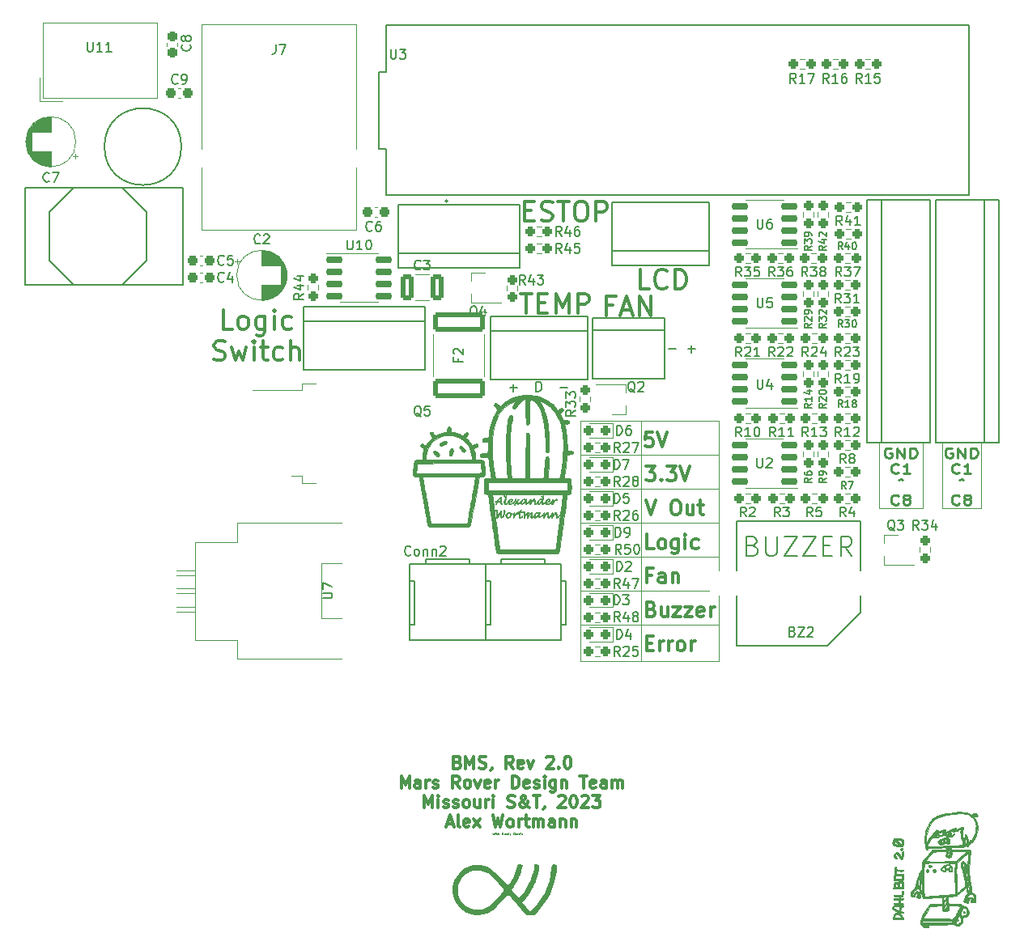
<source format=gto>
G04 #@! TF.GenerationSoftware,KiCad,Pcbnew,(6.0.7)*
G04 #@! TF.CreationDate,2023-03-20T21:04:31-05:00*
G04 #@! TF.ProjectId,2023Rev2,32303233-5265-4763-922e-6b696361645f,rev?*
G04 #@! TF.SameCoordinates,Original*
G04 #@! TF.FileFunction,Legend,Top*
G04 #@! TF.FilePolarity,Positive*
%FSLAX46Y46*%
G04 Gerber Fmt 4.6, Leading zero omitted, Abs format (unit mm)*
G04 Created by KiCad (PCBNEW (6.0.7)) date 2023-03-20 21:04:31*
%MOMM*%
%LPD*%
G01*
G04 APERTURE LIST*
G04 Aperture macros list*
%AMRoundRect*
0 Rectangle with rounded corners*
0 $1 Rounding radius*
0 $2 $3 $4 $5 $6 $7 $8 $9 X,Y pos of 4 corners*
0 Add a 4 corners polygon primitive as box body*
4,1,4,$2,$3,$4,$5,$6,$7,$8,$9,$2,$3,0*
0 Add four circle primitives for the rounded corners*
1,1,$1+$1,$2,$3*
1,1,$1+$1,$4,$5*
1,1,$1+$1,$6,$7*
1,1,$1+$1,$8,$9*
0 Add four rect primitives between the rounded corners*
20,1,$1+$1,$2,$3,$4,$5,0*
20,1,$1+$1,$4,$5,$6,$7,0*
20,1,$1+$1,$6,$7,$8,$9,0*
20,1,$1+$1,$8,$9,$2,$3,0*%
%AMHorizOval*
0 Thick line with rounded ends*
0 $1 width*
0 $2 $3 position (X,Y) of the first rounded end (center of the circle)*
0 $4 $5 position (X,Y) of the second rounded end (center of the circle)*
0 Add line between two ends*
20,1,$1,$2,$3,$4,$5,0*
0 Add two circle primitives to create the rounded ends*
1,1,$1,$2,$3*
1,1,$1,$4,$5*%
G04 Aperture macros list end*
%ADD10C,0.031750*%
%ADD11C,0.317500*%
%ADD12C,0.120000*%
%ADD13C,0.304800*%
%ADD14C,0.299720*%
%ADD15C,0.300000*%
%ADD16C,0.150000*%
%ADD17C,0.254000*%
%ADD18C,0.063500*%
%ADD19C,0.010000*%
%ADD20C,0.127000*%
%ADD21C,0.200000*%
%ADD22C,1.100000*%
%ADD23C,1.400000*%
%ADD24C,4.000000*%
%ADD25C,2.000000*%
%ADD26RoundRect,0.237500X0.250000X0.237500X-0.250000X0.237500X-0.250000X-0.237500X0.250000X-0.237500X0*%
%ADD27RoundRect,0.237500X-0.300000X-0.237500X0.300000X-0.237500X0.300000X0.237500X-0.300000X0.237500X0*%
%ADD28R,1.600000X1.600000*%
%ADD29C,1.600000*%
%ADD30RoundRect,0.237500X-0.237500X0.250000X-0.237500X-0.250000X0.237500X-0.250000X0.237500X0.250000X0*%
%ADD31RoundRect,0.237500X0.237500X-0.250000X0.237500X0.250000X-0.237500X0.250000X-0.237500X-0.250000X0*%
%ADD32RoundRect,0.237500X0.237500X-0.300000X0.237500X0.300000X-0.237500X0.300000X-0.237500X-0.300000X0*%
%ADD33C,1.524000*%
%ADD34RoundRect,0.250001X2.474999X-0.799999X2.474999X0.799999X-2.474999X0.799999X-2.474999X-0.799999X0*%
%ADD35RoundRect,0.250000X-0.412500X-1.100000X0.412500X-1.100000X0.412500X1.100000X-0.412500X1.100000X0*%
%ADD36R,1.500000X2.500000*%
%ADD37O,1.500000X2.500000*%
%ADD38C,18.288000*%
%ADD39R,1.900000X0.800000*%
%ADD40C,1.308000*%
%ADD41C,1.208000*%
%ADD42RoundRect,0.237500X-0.250000X-0.237500X0.250000X-0.237500X0.250000X0.237500X-0.250000X0.237500X0*%
%ADD43RoundRect,0.150000X0.725000X0.150000X-0.725000X0.150000X-0.725000X-0.150000X0.725000X-0.150000X0*%
%ADD44R,4.600000X0.800000*%
%ADD45R,9.400000X10.800000*%
%ADD46RoundRect,0.237500X0.287500X0.237500X-0.287500X0.237500X-0.287500X-0.237500X0.287500X-0.237500X0*%
%ADD47C,2.946400*%
%ADD48R,6.000000X2.500000*%
%ADD49RoundRect,0.150000X-0.725000X-0.150000X0.725000X-0.150000X0.725000X0.150000X-0.725000X0.150000X0*%
%ADD50O,5.100000X3.000000*%
%ADD51R,1.500000X1.500000*%
%ADD52C,1.500000*%
%ADD53C,0.800000*%
%ADD54HorizOval,0.800000X0.000000X0.000000X0.000000X0.000000X0*%
%ADD55O,6.000000X9.000000*%
%ADD56HorizOval,0.800000X0.000000X0.000000X0.000000X0.000000X0*%
G04 APERTURE END LIST*
D10*
X121109619Y-110451900D02*
X121158000Y-110570433D01*
X121206380Y-110485766D01*
X121254761Y-110570433D01*
X121303142Y-110451900D01*
X121399904Y-110570433D02*
X121399904Y-110451900D01*
X121399904Y-110392633D02*
X121387809Y-110401100D01*
X121399904Y-110409566D01*
X121412000Y-110401100D01*
X121399904Y-110392633D01*
X121399904Y-110409566D01*
X121484571Y-110451900D02*
X121581333Y-110451900D01*
X121520857Y-110392633D02*
X121520857Y-110545033D01*
X121532952Y-110561966D01*
X121557142Y-110570433D01*
X121581333Y-110570433D01*
X121666000Y-110570433D02*
X121666000Y-110392633D01*
X121774857Y-110570433D02*
X121774857Y-110477300D01*
X121762761Y-110460366D01*
X121738571Y-110451900D01*
X121702285Y-110451900D01*
X121678095Y-110460366D01*
X121666000Y-110468833D01*
X122174000Y-110477300D02*
X122210285Y-110485766D01*
X122222380Y-110494233D01*
X122234476Y-110511166D01*
X122234476Y-110536566D01*
X122222380Y-110553500D01*
X122210285Y-110561966D01*
X122186095Y-110570433D01*
X122089333Y-110570433D01*
X122089333Y-110392633D01*
X122174000Y-110392633D01*
X122198190Y-110401100D01*
X122210285Y-110409566D01*
X122222380Y-110426500D01*
X122222380Y-110443433D01*
X122210285Y-110460366D01*
X122198190Y-110468833D01*
X122174000Y-110477300D01*
X122089333Y-110477300D01*
X122343333Y-110570433D02*
X122343333Y-110451900D01*
X122343333Y-110485766D02*
X122355428Y-110468833D01*
X122367523Y-110460366D01*
X122391714Y-110451900D01*
X122415904Y-110451900D01*
X122609428Y-110570433D02*
X122609428Y-110477300D01*
X122597333Y-110460366D01*
X122573142Y-110451900D01*
X122524761Y-110451900D01*
X122500571Y-110460366D01*
X122609428Y-110561966D02*
X122585238Y-110570433D01*
X122524761Y-110570433D01*
X122500571Y-110561966D01*
X122488476Y-110545033D01*
X122488476Y-110528100D01*
X122500571Y-110511166D01*
X122524761Y-110502700D01*
X122585238Y-110502700D01*
X122609428Y-110494233D01*
X122839238Y-110570433D02*
X122839238Y-110392633D01*
X122839238Y-110561966D02*
X122815047Y-110570433D01*
X122766666Y-110570433D01*
X122742476Y-110561966D01*
X122730380Y-110553500D01*
X122718285Y-110536566D01*
X122718285Y-110485766D01*
X122730380Y-110468833D01*
X122742476Y-110460366D01*
X122766666Y-110451900D01*
X122815047Y-110451900D01*
X122839238Y-110460366D01*
X122936000Y-110451900D02*
X122996476Y-110570433D01*
X123056952Y-110451900D02*
X122996476Y-110570433D01*
X122972285Y-110612766D01*
X122960190Y-110621233D01*
X122936000Y-110629700D01*
X123347238Y-110570433D02*
X123347238Y-110392633D01*
X123407714Y-110392633D01*
X123444000Y-110401100D01*
X123468190Y-110418033D01*
X123480285Y-110434966D01*
X123492380Y-110468833D01*
X123492380Y-110494233D01*
X123480285Y-110528100D01*
X123468190Y-110545033D01*
X123444000Y-110561966D01*
X123407714Y-110570433D01*
X123347238Y-110570433D01*
X123710095Y-110570433D02*
X123710095Y-110477300D01*
X123698000Y-110460366D01*
X123673809Y-110451900D01*
X123625428Y-110451900D01*
X123601238Y-110460366D01*
X123710095Y-110561966D02*
X123685904Y-110570433D01*
X123625428Y-110570433D01*
X123601238Y-110561966D01*
X123589142Y-110545033D01*
X123589142Y-110528100D01*
X123601238Y-110511166D01*
X123625428Y-110502700D01*
X123685904Y-110502700D01*
X123710095Y-110494233D01*
X123806857Y-110451900D02*
X123867333Y-110570433D01*
X123927809Y-110451900D01*
X124024571Y-110570433D02*
X124024571Y-110451900D01*
X124024571Y-110392633D02*
X124012476Y-110401100D01*
X124024571Y-110409566D01*
X124036666Y-110401100D01*
X124024571Y-110392633D01*
X124024571Y-110409566D01*
X124133428Y-110561966D02*
X124157619Y-110570433D01*
X124206000Y-110570433D01*
X124230190Y-110561966D01*
X124242285Y-110545033D01*
X124242285Y-110536566D01*
X124230190Y-110519633D01*
X124206000Y-110511166D01*
X124169714Y-110511166D01*
X124145523Y-110502700D01*
X124133428Y-110485766D01*
X124133428Y-110477300D01*
X124145523Y-110460366D01*
X124169714Y-110451900D01*
X124206000Y-110451900D01*
X124230190Y-110460366D01*
D11*
X117505238Y-103014235D02*
X117686666Y-103074711D01*
X117747142Y-103135188D01*
X117807619Y-103256140D01*
X117807619Y-103437569D01*
X117747142Y-103558521D01*
X117686666Y-103618997D01*
X117565714Y-103679473D01*
X117081904Y-103679473D01*
X117081904Y-102409473D01*
X117505238Y-102409473D01*
X117626190Y-102469950D01*
X117686666Y-102530426D01*
X117747142Y-102651378D01*
X117747142Y-102772330D01*
X117686666Y-102893283D01*
X117626190Y-102953759D01*
X117505238Y-103014235D01*
X117081904Y-103014235D01*
X118351904Y-103679473D02*
X118351904Y-102409473D01*
X118775238Y-103316616D01*
X119198571Y-102409473D01*
X119198571Y-103679473D01*
X119742857Y-103618997D02*
X119924285Y-103679473D01*
X120226666Y-103679473D01*
X120347619Y-103618997D01*
X120408095Y-103558521D01*
X120468571Y-103437569D01*
X120468571Y-103316616D01*
X120408095Y-103195664D01*
X120347619Y-103135188D01*
X120226666Y-103074711D01*
X119984761Y-103014235D01*
X119863809Y-102953759D01*
X119803333Y-102893283D01*
X119742857Y-102772330D01*
X119742857Y-102651378D01*
X119803333Y-102530426D01*
X119863809Y-102469950D01*
X119984761Y-102409473D01*
X120287142Y-102409473D01*
X120468571Y-102469950D01*
X121073333Y-103618997D02*
X121073333Y-103679473D01*
X121012857Y-103800426D01*
X120952380Y-103860902D01*
X123310952Y-103679473D02*
X122887619Y-103074711D01*
X122585238Y-103679473D02*
X122585238Y-102409473D01*
X123069047Y-102409473D01*
X123190000Y-102469950D01*
X123250476Y-102530426D01*
X123310952Y-102651378D01*
X123310952Y-102832807D01*
X123250476Y-102953759D01*
X123190000Y-103014235D01*
X123069047Y-103074711D01*
X122585238Y-103074711D01*
X124339047Y-103618997D02*
X124218095Y-103679473D01*
X123976190Y-103679473D01*
X123855238Y-103618997D01*
X123794761Y-103498045D01*
X123794761Y-103014235D01*
X123855238Y-102893283D01*
X123976190Y-102832807D01*
X124218095Y-102832807D01*
X124339047Y-102893283D01*
X124399523Y-103014235D01*
X124399523Y-103135188D01*
X123794761Y-103256140D01*
X124822857Y-102832807D02*
X125125238Y-103679473D01*
X125427619Y-102832807D01*
X126818571Y-102530426D02*
X126879047Y-102469950D01*
X127000000Y-102409473D01*
X127302380Y-102409473D01*
X127423333Y-102469950D01*
X127483809Y-102530426D01*
X127544285Y-102651378D01*
X127544285Y-102772330D01*
X127483809Y-102953759D01*
X126758095Y-103679473D01*
X127544285Y-103679473D01*
X128088571Y-103558521D02*
X128149047Y-103618997D01*
X128088571Y-103679473D01*
X128028095Y-103618997D01*
X128088571Y-103558521D01*
X128088571Y-103679473D01*
X128935238Y-102409473D02*
X129056190Y-102409473D01*
X129177142Y-102469950D01*
X129237619Y-102530426D01*
X129298095Y-102651378D01*
X129358571Y-102893283D01*
X129358571Y-103195664D01*
X129298095Y-103437569D01*
X129237619Y-103558521D01*
X129177142Y-103618997D01*
X129056190Y-103679473D01*
X128935238Y-103679473D01*
X128814285Y-103618997D01*
X128753809Y-103558521D01*
X128693333Y-103437569D01*
X128632857Y-103195664D01*
X128632857Y-102893283D01*
X128693333Y-102651378D01*
X128753809Y-102530426D01*
X128814285Y-102469950D01*
X128935238Y-102409473D01*
X111608809Y-105724173D02*
X111608809Y-104454173D01*
X112032142Y-105361316D01*
X112455476Y-104454173D01*
X112455476Y-105724173D01*
X113604523Y-105724173D02*
X113604523Y-105058935D01*
X113544047Y-104937983D01*
X113423095Y-104877507D01*
X113181190Y-104877507D01*
X113060238Y-104937983D01*
X113604523Y-105663697D02*
X113483571Y-105724173D01*
X113181190Y-105724173D01*
X113060238Y-105663697D01*
X112999761Y-105542745D01*
X112999761Y-105421792D01*
X113060238Y-105300840D01*
X113181190Y-105240364D01*
X113483571Y-105240364D01*
X113604523Y-105179888D01*
X114209285Y-105724173D02*
X114209285Y-104877507D01*
X114209285Y-105119411D02*
X114269761Y-104998459D01*
X114330238Y-104937983D01*
X114451190Y-104877507D01*
X114572142Y-104877507D01*
X114935000Y-105663697D02*
X115055952Y-105724173D01*
X115297857Y-105724173D01*
X115418809Y-105663697D01*
X115479285Y-105542745D01*
X115479285Y-105482269D01*
X115418809Y-105361316D01*
X115297857Y-105300840D01*
X115116428Y-105300840D01*
X114995476Y-105240364D01*
X114935000Y-105119411D01*
X114935000Y-105058935D01*
X114995476Y-104937983D01*
X115116428Y-104877507D01*
X115297857Y-104877507D01*
X115418809Y-104937983D01*
X117716904Y-105724173D02*
X117293571Y-105119411D01*
X116991190Y-105724173D02*
X116991190Y-104454173D01*
X117475000Y-104454173D01*
X117595952Y-104514650D01*
X117656428Y-104575126D01*
X117716904Y-104696078D01*
X117716904Y-104877507D01*
X117656428Y-104998459D01*
X117595952Y-105058935D01*
X117475000Y-105119411D01*
X116991190Y-105119411D01*
X118442619Y-105724173D02*
X118321666Y-105663697D01*
X118261190Y-105603221D01*
X118200714Y-105482269D01*
X118200714Y-105119411D01*
X118261190Y-104998459D01*
X118321666Y-104937983D01*
X118442619Y-104877507D01*
X118624047Y-104877507D01*
X118745000Y-104937983D01*
X118805476Y-104998459D01*
X118865952Y-105119411D01*
X118865952Y-105482269D01*
X118805476Y-105603221D01*
X118745000Y-105663697D01*
X118624047Y-105724173D01*
X118442619Y-105724173D01*
X119289285Y-104877507D02*
X119591666Y-105724173D01*
X119894047Y-104877507D01*
X120861666Y-105663697D02*
X120740714Y-105724173D01*
X120498809Y-105724173D01*
X120377857Y-105663697D01*
X120317380Y-105542745D01*
X120317380Y-105058935D01*
X120377857Y-104937983D01*
X120498809Y-104877507D01*
X120740714Y-104877507D01*
X120861666Y-104937983D01*
X120922142Y-105058935D01*
X120922142Y-105179888D01*
X120317380Y-105300840D01*
X121466428Y-105724173D02*
X121466428Y-104877507D01*
X121466428Y-105119411D02*
X121526904Y-104998459D01*
X121587380Y-104937983D01*
X121708333Y-104877507D01*
X121829285Y-104877507D01*
X123220238Y-105724173D02*
X123220238Y-104454173D01*
X123522619Y-104454173D01*
X123704047Y-104514650D01*
X123825000Y-104635602D01*
X123885476Y-104756554D01*
X123945952Y-104998459D01*
X123945952Y-105179888D01*
X123885476Y-105421792D01*
X123825000Y-105542745D01*
X123704047Y-105663697D01*
X123522619Y-105724173D01*
X123220238Y-105724173D01*
X124974047Y-105663697D02*
X124853095Y-105724173D01*
X124611190Y-105724173D01*
X124490238Y-105663697D01*
X124429761Y-105542745D01*
X124429761Y-105058935D01*
X124490238Y-104937983D01*
X124611190Y-104877507D01*
X124853095Y-104877507D01*
X124974047Y-104937983D01*
X125034523Y-105058935D01*
X125034523Y-105179888D01*
X124429761Y-105300840D01*
X125518333Y-105663697D02*
X125639285Y-105724173D01*
X125881190Y-105724173D01*
X126002142Y-105663697D01*
X126062619Y-105542745D01*
X126062619Y-105482269D01*
X126002142Y-105361316D01*
X125881190Y-105300840D01*
X125699761Y-105300840D01*
X125578809Y-105240364D01*
X125518333Y-105119411D01*
X125518333Y-105058935D01*
X125578809Y-104937983D01*
X125699761Y-104877507D01*
X125881190Y-104877507D01*
X126002142Y-104937983D01*
X126606904Y-105724173D02*
X126606904Y-104877507D01*
X126606904Y-104454173D02*
X126546428Y-104514650D01*
X126606904Y-104575126D01*
X126667380Y-104514650D01*
X126606904Y-104454173D01*
X126606904Y-104575126D01*
X127755952Y-104877507D02*
X127755952Y-105905602D01*
X127695476Y-106026554D01*
X127635000Y-106087030D01*
X127514047Y-106147507D01*
X127332619Y-106147507D01*
X127211666Y-106087030D01*
X127755952Y-105663697D02*
X127635000Y-105724173D01*
X127393095Y-105724173D01*
X127272142Y-105663697D01*
X127211666Y-105603221D01*
X127151190Y-105482269D01*
X127151190Y-105119411D01*
X127211666Y-104998459D01*
X127272142Y-104937983D01*
X127393095Y-104877507D01*
X127635000Y-104877507D01*
X127755952Y-104937983D01*
X128360714Y-104877507D02*
X128360714Y-105724173D01*
X128360714Y-104998459D02*
X128421190Y-104937983D01*
X128542142Y-104877507D01*
X128723571Y-104877507D01*
X128844523Y-104937983D01*
X128905000Y-105058935D01*
X128905000Y-105724173D01*
X130295952Y-104454173D02*
X131021666Y-104454173D01*
X130658809Y-105724173D02*
X130658809Y-104454173D01*
X131928809Y-105663697D02*
X131807857Y-105724173D01*
X131565952Y-105724173D01*
X131445000Y-105663697D01*
X131384523Y-105542745D01*
X131384523Y-105058935D01*
X131445000Y-104937983D01*
X131565952Y-104877507D01*
X131807857Y-104877507D01*
X131928809Y-104937983D01*
X131989285Y-105058935D01*
X131989285Y-105179888D01*
X131384523Y-105300840D01*
X133077857Y-105724173D02*
X133077857Y-105058935D01*
X133017380Y-104937983D01*
X132896428Y-104877507D01*
X132654523Y-104877507D01*
X132533571Y-104937983D01*
X133077857Y-105663697D02*
X132956904Y-105724173D01*
X132654523Y-105724173D01*
X132533571Y-105663697D01*
X132473095Y-105542745D01*
X132473095Y-105421792D01*
X132533571Y-105300840D01*
X132654523Y-105240364D01*
X132956904Y-105240364D01*
X133077857Y-105179888D01*
X133682619Y-105724173D02*
X133682619Y-104877507D01*
X133682619Y-104998459D02*
X133743095Y-104937983D01*
X133864047Y-104877507D01*
X134045476Y-104877507D01*
X134166428Y-104937983D01*
X134226904Y-105058935D01*
X134226904Y-105724173D01*
X134226904Y-105058935D02*
X134287380Y-104937983D01*
X134408333Y-104877507D01*
X134589761Y-104877507D01*
X134710714Y-104937983D01*
X134771190Y-105058935D01*
X134771190Y-105724173D01*
X114027857Y-107768873D02*
X114027857Y-106498873D01*
X114451190Y-107406016D01*
X114874523Y-106498873D01*
X114874523Y-107768873D01*
X115479285Y-107768873D02*
X115479285Y-106922207D01*
X115479285Y-106498873D02*
X115418809Y-106559350D01*
X115479285Y-106619826D01*
X115539761Y-106559350D01*
X115479285Y-106498873D01*
X115479285Y-106619826D01*
X116023571Y-107708397D02*
X116144523Y-107768873D01*
X116386428Y-107768873D01*
X116507380Y-107708397D01*
X116567857Y-107587445D01*
X116567857Y-107526969D01*
X116507380Y-107406016D01*
X116386428Y-107345540D01*
X116205000Y-107345540D01*
X116084047Y-107285064D01*
X116023571Y-107164111D01*
X116023571Y-107103635D01*
X116084047Y-106982683D01*
X116205000Y-106922207D01*
X116386428Y-106922207D01*
X116507380Y-106982683D01*
X117051666Y-107708397D02*
X117172619Y-107768873D01*
X117414523Y-107768873D01*
X117535476Y-107708397D01*
X117595952Y-107587445D01*
X117595952Y-107526969D01*
X117535476Y-107406016D01*
X117414523Y-107345540D01*
X117233095Y-107345540D01*
X117112142Y-107285064D01*
X117051666Y-107164111D01*
X117051666Y-107103635D01*
X117112142Y-106982683D01*
X117233095Y-106922207D01*
X117414523Y-106922207D01*
X117535476Y-106982683D01*
X118321666Y-107768873D02*
X118200714Y-107708397D01*
X118140238Y-107647921D01*
X118079761Y-107526969D01*
X118079761Y-107164111D01*
X118140238Y-107043159D01*
X118200714Y-106982683D01*
X118321666Y-106922207D01*
X118503095Y-106922207D01*
X118624047Y-106982683D01*
X118684523Y-107043159D01*
X118745000Y-107164111D01*
X118745000Y-107526969D01*
X118684523Y-107647921D01*
X118624047Y-107708397D01*
X118503095Y-107768873D01*
X118321666Y-107768873D01*
X119833571Y-106922207D02*
X119833571Y-107768873D01*
X119289285Y-106922207D02*
X119289285Y-107587445D01*
X119349761Y-107708397D01*
X119470714Y-107768873D01*
X119652142Y-107768873D01*
X119773095Y-107708397D01*
X119833571Y-107647921D01*
X120438333Y-107768873D02*
X120438333Y-106922207D01*
X120438333Y-107164111D02*
X120498809Y-107043159D01*
X120559285Y-106982683D01*
X120680238Y-106922207D01*
X120801190Y-106922207D01*
X121224523Y-107768873D02*
X121224523Y-106922207D01*
X121224523Y-106498873D02*
X121164047Y-106559350D01*
X121224523Y-106619826D01*
X121285000Y-106559350D01*
X121224523Y-106498873D01*
X121224523Y-106619826D01*
X122736428Y-107708397D02*
X122917857Y-107768873D01*
X123220238Y-107768873D01*
X123341190Y-107708397D01*
X123401666Y-107647921D01*
X123462142Y-107526969D01*
X123462142Y-107406016D01*
X123401666Y-107285064D01*
X123341190Y-107224588D01*
X123220238Y-107164111D01*
X122978333Y-107103635D01*
X122857380Y-107043159D01*
X122796904Y-106982683D01*
X122736428Y-106861730D01*
X122736428Y-106740778D01*
X122796904Y-106619826D01*
X122857380Y-106559350D01*
X122978333Y-106498873D01*
X123280714Y-106498873D01*
X123462142Y-106559350D01*
X125034523Y-107768873D02*
X124974047Y-107768873D01*
X124853095Y-107708397D01*
X124671666Y-107526969D01*
X124369285Y-107164111D01*
X124248333Y-106982683D01*
X124187857Y-106801254D01*
X124187857Y-106680302D01*
X124248333Y-106559350D01*
X124369285Y-106498873D01*
X124429761Y-106498873D01*
X124550714Y-106559350D01*
X124611190Y-106680302D01*
X124611190Y-106740778D01*
X124550714Y-106861730D01*
X124490238Y-106922207D01*
X124127380Y-107164111D01*
X124066904Y-107224588D01*
X124006428Y-107345540D01*
X124006428Y-107526969D01*
X124066904Y-107647921D01*
X124127380Y-107708397D01*
X124248333Y-107768873D01*
X124429761Y-107768873D01*
X124550714Y-107708397D01*
X124611190Y-107647921D01*
X124792619Y-107406016D01*
X124853095Y-107224588D01*
X124853095Y-107103635D01*
X125397380Y-106498873D02*
X126123095Y-106498873D01*
X125760238Y-107768873D02*
X125760238Y-106498873D01*
X126606904Y-107708397D02*
X126606904Y-107768873D01*
X126546428Y-107889826D01*
X126485952Y-107950302D01*
X128058333Y-106619826D02*
X128118809Y-106559350D01*
X128239761Y-106498873D01*
X128542142Y-106498873D01*
X128663095Y-106559350D01*
X128723571Y-106619826D01*
X128784047Y-106740778D01*
X128784047Y-106861730D01*
X128723571Y-107043159D01*
X127997857Y-107768873D01*
X128784047Y-107768873D01*
X129570238Y-106498873D02*
X129691190Y-106498873D01*
X129812142Y-106559350D01*
X129872619Y-106619826D01*
X129933095Y-106740778D01*
X129993571Y-106982683D01*
X129993571Y-107285064D01*
X129933095Y-107526969D01*
X129872619Y-107647921D01*
X129812142Y-107708397D01*
X129691190Y-107768873D01*
X129570238Y-107768873D01*
X129449285Y-107708397D01*
X129388809Y-107647921D01*
X129328333Y-107526969D01*
X129267857Y-107285064D01*
X129267857Y-106982683D01*
X129328333Y-106740778D01*
X129388809Y-106619826D01*
X129449285Y-106559350D01*
X129570238Y-106498873D01*
X130477380Y-106619826D02*
X130537857Y-106559350D01*
X130658809Y-106498873D01*
X130961190Y-106498873D01*
X131082142Y-106559350D01*
X131142619Y-106619826D01*
X131203095Y-106740778D01*
X131203095Y-106861730D01*
X131142619Y-107043159D01*
X130416904Y-107768873D01*
X131203095Y-107768873D01*
X131626428Y-106498873D02*
X132412619Y-106498873D01*
X131989285Y-106982683D01*
X132170714Y-106982683D01*
X132291666Y-107043159D01*
X132352142Y-107103635D01*
X132412619Y-107224588D01*
X132412619Y-107526969D01*
X132352142Y-107647921D01*
X132291666Y-107708397D01*
X132170714Y-107768873D01*
X131807857Y-107768873D01*
X131686904Y-107708397D01*
X131626428Y-107647921D01*
X116386428Y-109450716D02*
X116991190Y-109450716D01*
X116265476Y-109813573D02*
X116688809Y-108543573D01*
X117112142Y-109813573D01*
X117716904Y-109813573D02*
X117595952Y-109753097D01*
X117535476Y-109632145D01*
X117535476Y-108543573D01*
X118684523Y-109753097D02*
X118563571Y-109813573D01*
X118321666Y-109813573D01*
X118200714Y-109753097D01*
X118140238Y-109632145D01*
X118140238Y-109148335D01*
X118200714Y-109027383D01*
X118321666Y-108966907D01*
X118563571Y-108966907D01*
X118684523Y-109027383D01*
X118745000Y-109148335D01*
X118745000Y-109269288D01*
X118140238Y-109390240D01*
X119168333Y-109813573D02*
X119833571Y-108966907D01*
X119168333Y-108966907D02*
X119833571Y-109813573D01*
X121164047Y-108543573D02*
X121466428Y-109813573D01*
X121708333Y-108906430D01*
X121950238Y-109813573D01*
X122252619Y-108543573D01*
X122917857Y-109813573D02*
X122796904Y-109753097D01*
X122736428Y-109692621D01*
X122675952Y-109571669D01*
X122675952Y-109208811D01*
X122736428Y-109087859D01*
X122796904Y-109027383D01*
X122917857Y-108966907D01*
X123099285Y-108966907D01*
X123220238Y-109027383D01*
X123280714Y-109087859D01*
X123341190Y-109208811D01*
X123341190Y-109571669D01*
X123280714Y-109692621D01*
X123220238Y-109753097D01*
X123099285Y-109813573D01*
X122917857Y-109813573D01*
X123885476Y-109813573D02*
X123885476Y-108966907D01*
X123885476Y-109208811D02*
X123945952Y-109087859D01*
X124006428Y-109027383D01*
X124127380Y-108966907D01*
X124248333Y-108966907D01*
X124490238Y-108966907D02*
X124974047Y-108966907D01*
X124671666Y-108543573D02*
X124671666Y-109632145D01*
X124732142Y-109753097D01*
X124853095Y-109813573D01*
X124974047Y-109813573D01*
X125397380Y-109813573D02*
X125397380Y-108966907D01*
X125397380Y-109087859D02*
X125457857Y-109027383D01*
X125578809Y-108966907D01*
X125760238Y-108966907D01*
X125881190Y-109027383D01*
X125941666Y-109148335D01*
X125941666Y-109813573D01*
X125941666Y-109148335D02*
X126002142Y-109027383D01*
X126123095Y-108966907D01*
X126304523Y-108966907D01*
X126425476Y-109027383D01*
X126485952Y-109148335D01*
X126485952Y-109813573D01*
X127635000Y-109813573D02*
X127635000Y-109148335D01*
X127574523Y-109027383D01*
X127453571Y-108966907D01*
X127211666Y-108966907D01*
X127090714Y-109027383D01*
X127635000Y-109753097D02*
X127514047Y-109813573D01*
X127211666Y-109813573D01*
X127090714Y-109753097D01*
X127030238Y-109632145D01*
X127030238Y-109511192D01*
X127090714Y-109390240D01*
X127211666Y-109329764D01*
X127514047Y-109329764D01*
X127635000Y-109269288D01*
X128239761Y-108966907D02*
X128239761Y-109813573D01*
X128239761Y-109087859D02*
X128300238Y-109027383D01*
X128421190Y-108966907D01*
X128602619Y-108966907D01*
X128723571Y-109027383D01*
X128784047Y-109148335D01*
X128784047Y-109813573D01*
X129388809Y-108966907D02*
X129388809Y-109813573D01*
X129388809Y-109087859D02*
X129449285Y-109027383D01*
X129570238Y-108966907D01*
X129751666Y-108966907D01*
X129872619Y-109027383D01*
X129933095Y-109148335D01*
X129933095Y-109813573D01*
D12*
X130302000Y-77978000D02*
X144780000Y-77978000D01*
X161544000Y-69596000D02*
X161544000Y-76454000D01*
X130302000Y-92456000D02*
X144780000Y-92456000D01*
X172212000Y-69621400D02*
X172212000Y-76454000D01*
X130302000Y-85090000D02*
X144780000Y-85090000D01*
X166116000Y-76454000D02*
X166116000Y-69596000D01*
X144780000Y-67310000D02*
X130302000Y-67310000D01*
X130302000Y-81534000D02*
X144780000Y-81534000D01*
X130302000Y-70866000D02*
X144780000Y-70866000D01*
X168148000Y-69596000D02*
X168148000Y-76454000D01*
X130302000Y-67310000D02*
X130302000Y-92456000D01*
X130302000Y-88646000D02*
X144780000Y-88646000D01*
X144780000Y-92456000D02*
X144780000Y-67310000D01*
X161544000Y-76454000D02*
X166116000Y-76454000D01*
X136652000Y-67310000D02*
X136652000Y-92456000D01*
X168148000Y-76454000D02*
X172212000Y-76454000D01*
X130302000Y-74422000D02*
X144780000Y-74422000D01*
D13*
X137885714Y-68507428D02*
X137160000Y-68507428D01*
X137087428Y-69233142D01*
X137160000Y-69160571D01*
X137305142Y-69088000D01*
X137668000Y-69088000D01*
X137813142Y-69160571D01*
X137885714Y-69233142D01*
X137958285Y-69378285D01*
X137958285Y-69741142D01*
X137885714Y-69886285D01*
X137813142Y-69958857D01*
X137668000Y-70031428D01*
X137305142Y-70031428D01*
X137160000Y-69958857D01*
X137087428Y-69886285D01*
X138393714Y-68507428D02*
X138901714Y-70031428D01*
X139409714Y-68507428D01*
X137196285Y-75619428D02*
X137704285Y-77143428D01*
X138212285Y-75619428D01*
X140171714Y-75619428D02*
X140462000Y-75619428D01*
X140607142Y-75692000D01*
X140752285Y-75837142D01*
X140824857Y-76127428D01*
X140824857Y-76635428D01*
X140752285Y-76925714D01*
X140607142Y-77070857D01*
X140462000Y-77143428D01*
X140171714Y-77143428D01*
X140026571Y-77070857D01*
X139881428Y-76925714D01*
X139808857Y-76635428D01*
X139808857Y-76127428D01*
X139881428Y-75837142D01*
X140026571Y-75692000D01*
X140171714Y-75619428D01*
X142131142Y-76127428D02*
X142131142Y-77143428D01*
X141478000Y-76127428D02*
X141478000Y-76925714D01*
X141550571Y-77070857D01*
X141695714Y-77143428D01*
X141913428Y-77143428D01*
X142058571Y-77070857D01*
X142131142Y-76998285D01*
X142639142Y-76127428D02*
X143219714Y-76127428D01*
X142856857Y-75619428D02*
X142856857Y-76925714D01*
X142929428Y-77070857D01*
X143074571Y-77143428D01*
X143219714Y-77143428D01*
X137196285Y-72063428D02*
X138139714Y-72063428D01*
X137631714Y-72644000D01*
X137849428Y-72644000D01*
X137994571Y-72716571D01*
X138067142Y-72789142D01*
X138139714Y-72934285D01*
X138139714Y-73297142D01*
X138067142Y-73442285D01*
X137994571Y-73514857D01*
X137849428Y-73587428D01*
X137414000Y-73587428D01*
X137268857Y-73514857D01*
X137196285Y-73442285D01*
X138792857Y-73442285D02*
X138865428Y-73514857D01*
X138792857Y-73587428D01*
X138720285Y-73514857D01*
X138792857Y-73442285D01*
X138792857Y-73587428D01*
X139373428Y-72063428D02*
X140316857Y-72063428D01*
X139808857Y-72644000D01*
X140026571Y-72644000D01*
X140171714Y-72716571D01*
X140244285Y-72789142D01*
X140316857Y-72934285D01*
X140316857Y-73297142D01*
X140244285Y-73442285D01*
X140171714Y-73514857D01*
X140026571Y-73587428D01*
X139591142Y-73587428D01*
X139446000Y-73514857D01*
X139373428Y-73442285D01*
X140752285Y-72063428D02*
X141260285Y-73587428D01*
X141768285Y-72063428D01*
D14*
X124085047Y-54005238D02*
X125246190Y-54005238D01*
X124665619Y-56037238D02*
X124665619Y-54005238D01*
X125923523Y-54972857D02*
X126600857Y-54972857D01*
X126891142Y-56037238D02*
X125923523Y-56037238D01*
X125923523Y-54005238D01*
X126891142Y-54005238D01*
X127762000Y-56037238D02*
X127762000Y-54005238D01*
X128439333Y-55456666D01*
X129116666Y-54005238D01*
X129116666Y-56037238D01*
X130084285Y-56037238D02*
X130084285Y-54005238D01*
X130858380Y-54005238D01*
X131051904Y-54102000D01*
X131148666Y-54198761D01*
X131245428Y-54392285D01*
X131245428Y-54682571D01*
X131148666Y-54876095D01*
X131051904Y-54972857D01*
X130858380Y-55069619D01*
X130084285Y-55069619D01*
X93955809Y-57703478D02*
X92988190Y-57703478D01*
X92988190Y-55671478D01*
X94923428Y-57703478D02*
X94729904Y-57606716D01*
X94633142Y-57509954D01*
X94536380Y-57316430D01*
X94536380Y-56735859D01*
X94633142Y-56542335D01*
X94729904Y-56445573D01*
X94923428Y-56348811D01*
X95213714Y-56348811D01*
X95407238Y-56445573D01*
X95504000Y-56542335D01*
X95600761Y-56735859D01*
X95600761Y-57316430D01*
X95504000Y-57509954D01*
X95407238Y-57606716D01*
X95213714Y-57703478D01*
X94923428Y-57703478D01*
X97342476Y-56348811D02*
X97342476Y-57993763D01*
X97245714Y-58187287D01*
X97148952Y-58284049D01*
X96955428Y-58380811D01*
X96665142Y-58380811D01*
X96471619Y-58284049D01*
X97342476Y-57606716D02*
X97148952Y-57703478D01*
X96761904Y-57703478D01*
X96568380Y-57606716D01*
X96471619Y-57509954D01*
X96374857Y-57316430D01*
X96374857Y-56735859D01*
X96471619Y-56542335D01*
X96568380Y-56445573D01*
X96761904Y-56348811D01*
X97148952Y-56348811D01*
X97342476Y-56445573D01*
X98310095Y-57703478D02*
X98310095Y-56348811D01*
X98310095Y-55671478D02*
X98213333Y-55768240D01*
X98310095Y-55865001D01*
X98406857Y-55768240D01*
X98310095Y-55671478D01*
X98310095Y-55865001D01*
X100148571Y-57606716D02*
X99955047Y-57703478D01*
X99568000Y-57703478D01*
X99374476Y-57606716D01*
X99277714Y-57509954D01*
X99180952Y-57316430D01*
X99180952Y-56735859D01*
X99277714Y-56542335D01*
X99374476Y-56445573D01*
X99568000Y-56348811D01*
X99955047Y-56348811D01*
X100148571Y-56445573D01*
X92020571Y-60878236D02*
X92310857Y-60974998D01*
X92794666Y-60974998D01*
X92988190Y-60878236D01*
X93084952Y-60781474D01*
X93181714Y-60587950D01*
X93181714Y-60394426D01*
X93084952Y-60200902D01*
X92988190Y-60104140D01*
X92794666Y-60007379D01*
X92407619Y-59910617D01*
X92214095Y-59813855D01*
X92117333Y-59717093D01*
X92020571Y-59523569D01*
X92020571Y-59330045D01*
X92117333Y-59136521D01*
X92214095Y-59039760D01*
X92407619Y-58942998D01*
X92891428Y-58942998D01*
X93181714Y-59039760D01*
X93859047Y-59620331D02*
X94246095Y-60974998D01*
X94633142Y-60007379D01*
X95020190Y-60974998D01*
X95407238Y-59620331D01*
X96181333Y-60974998D02*
X96181333Y-59620331D01*
X96181333Y-58942998D02*
X96084571Y-59039760D01*
X96181333Y-59136521D01*
X96278095Y-59039760D01*
X96181333Y-58942998D01*
X96181333Y-59136521D01*
X96858666Y-59620331D02*
X97632761Y-59620331D01*
X97148952Y-58942998D02*
X97148952Y-60684712D01*
X97245714Y-60878236D01*
X97439238Y-60974998D01*
X97632761Y-60974998D01*
X99180952Y-60878236D02*
X98987428Y-60974998D01*
X98600380Y-60974998D01*
X98406857Y-60878236D01*
X98310095Y-60781474D01*
X98213333Y-60587950D01*
X98213333Y-60007379D01*
X98310095Y-59813855D01*
X98406857Y-59717093D01*
X98600380Y-59620331D01*
X98987428Y-59620331D01*
X99180952Y-59717093D01*
X100051809Y-60974998D02*
X100051809Y-58942998D01*
X100922666Y-60974998D02*
X100922666Y-59910617D01*
X100825904Y-59717093D01*
X100632380Y-59620331D01*
X100342095Y-59620331D01*
X100148571Y-59717093D01*
X100051809Y-59813855D01*
D15*
X137534952Y-53497238D02*
X136567333Y-53497238D01*
X136567333Y-51465238D01*
X139373428Y-53303714D02*
X139276666Y-53400476D01*
X138986380Y-53497238D01*
X138792857Y-53497238D01*
X138502571Y-53400476D01*
X138309047Y-53206952D01*
X138212285Y-53013428D01*
X138115523Y-52626380D01*
X138115523Y-52336095D01*
X138212285Y-51949047D01*
X138309047Y-51755523D01*
X138502571Y-51562000D01*
X138792857Y-51465238D01*
X138986380Y-51465238D01*
X139276666Y-51562000D01*
X139373428Y-51658761D01*
X140244285Y-53497238D02*
X140244285Y-51465238D01*
X140728095Y-51465238D01*
X141018380Y-51562000D01*
X141211904Y-51755523D01*
X141308666Y-51949047D01*
X141405428Y-52336095D01*
X141405428Y-52626380D01*
X141308666Y-53013428D01*
X141211904Y-53206952D01*
X141018380Y-53400476D01*
X140728095Y-53497238D01*
X140244285Y-53497238D01*
D16*
X122960190Y-63825428D02*
X123722095Y-63825428D01*
X123341142Y-64206380D02*
X123341142Y-63444476D01*
X125722095Y-64206380D02*
X125722095Y-63206380D01*
X125960190Y-63206380D01*
X126103047Y-63254000D01*
X126198285Y-63349238D01*
X126245904Y-63444476D01*
X126293523Y-63634952D01*
X126293523Y-63777809D01*
X126245904Y-63968285D01*
X126198285Y-64063523D01*
X126103047Y-64158761D01*
X125960190Y-64206380D01*
X125722095Y-64206380D01*
X128245904Y-63825428D02*
X129007809Y-63825428D01*
D13*
X137776857Y-87013142D02*
X137994571Y-87085714D01*
X138067142Y-87158285D01*
X138139714Y-87303428D01*
X138139714Y-87521142D01*
X138067142Y-87666285D01*
X137994571Y-87738857D01*
X137849428Y-87811428D01*
X137268857Y-87811428D01*
X137268857Y-86287428D01*
X137776857Y-86287428D01*
X137922000Y-86360000D01*
X137994571Y-86432571D01*
X138067142Y-86577714D01*
X138067142Y-86722857D01*
X137994571Y-86868000D01*
X137922000Y-86940571D01*
X137776857Y-87013142D01*
X137268857Y-87013142D01*
X139446000Y-86795428D02*
X139446000Y-87811428D01*
X138792857Y-86795428D02*
X138792857Y-87593714D01*
X138865428Y-87738857D01*
X139010571Y-87811428D01*
X139228285Y-87811428D01*
X139373428Y-87738857D01*
X139446000Y-87666285D01*
X140026571Y-86795428D02*
X140824857Y-86795428D01*
X140026571Y-87811428D01*
X140824857Y-87811428D01*
X141260285Y-86795428D02*
X142058571Y-86795428D01*
X141260285Y-87811428D01*
X142058571Y-87811428D01*
X143219714Y-87738857D02*
X143074571Y-87811428D01*
X142784285Y-87811428D01*
X142639142Y-87738857D01*
X142566571Y-87593714D01*
X142566571Y-87013142D01*
X142639142Y-86868000D01*
X142784285Y-86795428D01*
X143074571Y-86795428D01*
X143219714Y-86868000D01*
X143292285Y-87013142D01*
X143292285Y-87158285D01*
X142566571Y-87303428D01*
X143945428Y-87811428D02*
X143945428Y-86795428D01*
X143945428Y-87085714D02*
X144018000Y-86940571D01*
X144090571Y-86868000D01*
X144235714Y-86795428D01*
X144380857Y-86795428D01*
X138030857Y-80699428D02*
X137305142Y-80699428D01*
X137305142Y-79175428D01*
X138756571Y-80699428D02*
X138611428Y-80626857D01*
X138538857Y-80554285D01*
X138466285Y-80409142D01*
X138466285Y-79973714D01*
X138538857Y-79828571D01*
X138611428Y-79756000D01*
X138756571Y-79683428D01*
X138974285Y-79683428D01*
X139119428Y-79756000D01*
X139192000Y-79828571D01*
X139264571Y-79973714D01*
X139264571Y-80409142D01*
X139192000Y-80554285D01*
X139119428Y-80626857D01*
X138974285Y-80699428D01*
X138756571Y-80699428D01*
X140570857Y-79683428D02*
X140570857Y-80917142D01*
X140498285Y-81062285D01*
X140425714Y-81134857D01*
X140280571Y-81207428D01*
X140062857Y-81207428D01*
X139917714Y-81134857D01*
X140570857Y-80626857D02*
X140425714Y-80699428D01*
X140135428Y-80699428D01*
X139990285Y-80626857D01*
X139917714Y-80554285D01*
X139845142Y-80409142D01*
X139845142Y-79973714D01*
X139917714Y-79828571D01*
X139990285Y-79756000D01*
X140135428Y-79683428D01*
X140425714Y-79683428D01*
X140570857Y-79756000D01*
X141296571Y-80699428D02*
X141296571Y-79683428D01*
X141296571Y-79175428D02*
X141224000Y-79248000D01*
X141296571Y-79320571D01*
X141369142Y-79248000D01*
X141296571Y-79175428D01*
X141296571Y-79320571D01*
X142675428Y-80626857D02*
X142530285Y-80699428D01*
X142240000Y-80699428D01*
X142094857Y-80626857D01*
X142022285Y-80554285D01*
X141949714Y-80409142D01*
X141949714Y-79973714D01*
X142022285Y-79828571D01*
X142094857Y-79756000D01*
X142240000Y-79683428D01*
X142530285Y-79683428D01*
X142675428Y-79756000D01*
D14*
X133737047Y-55226857D02*
X133059714Y-55226857D01*
X133059714Y-56291238D02*
X133059714Y-54259238D01*
X134027333Y-54259238D01*
X134704666Y-55710666D02*
X135672285Y-55710666D01*
X134511142Y-56291238D02*
X135188476Y-54259238D01*
X135865809Y-56291238D01*
X136543142Y-56291238D02*
X136543142Y-54259238D01*
X137704285Y-56291238D01*
X137704285Y-54259238D01*
D15*
X124520476Y-45320857D02*
X125197809Y-45320857D01*
X125488095Y-46385238D02*
X124520476Y-46385238D01*
X124520476Y-44353238D01*
X125488095Y-44353238D01*
X126262190Y-46288476D02*
X126552476Y-46385238D01*
X127036285Y-46385238D01*
X127229809Y-46288476D01*
X127326571Y-46191714D01*
X127423333Y-45998190D01*
X127423333Y-45804666D01*
X127326571Y-45611142D01*
X127229809Y-45514380D01*
X127036285Y-45417619D01*
X126649238Y-45320857D01*
X126455714Y-45224095D01*
X126358952Y-45127333D01*
X126262190Y-44933809D01*
X126262190Y-44740285D01*
X126358952Y-44546761D01*
X126455714Y-44450000D01*
X126649238Y-44353238D01*
X127133047Y-44353238D01*
X127423333Y-44450000D01*
X128003904Y-44353238D02*
X129165047Y-44353238D01*
X128584476Y-46385238D02*
X128584476Y-44353238D01*
X130229428Y-44353238D02*
X130616476Y-44353238D01*
X130810000Y-44450000D01*
X131003523Y-44643523D01*
X131100285Y-45030571D01*
X131100285Y-45707904D01*
X131003523Y-46094952D01*
X130810000Y-46288476D01*
X130616476Y-46385238D01*
X130229428Y-46385238D01*
X130035904Y-46288476D01*
X129842380Y-46094952D01*
X129745619Y-45707904D01*
X129745619Y-45030571D01*
X129842380Y-44643523D01*
X130035904Y-44450000D01*
X130229428Y-44353238D01*
X131971142Y-46385238D02*
X131971142Y-44353238D01*
X132745238Y-44353238D01*
X132938761Y-44450000D01*
X133035523Y-44546761D01*
X133132285Y-44740285D01*
X133132285Y-45030571D01*
X133035523Y-45224095D01*
X132938761Y-45320857D01*
X132745238Y-45417619D01*
X131971142Y-45417619D01*
D17*
X162862380Y-70190360D02*
X162741428Y-70141979D01*
X162560000Y-70141979D01*
X162378571Y-70190360D01*
X162257619Y-70287121D01*
X162197142Y-70383883D01*
X162136666Y-70577407D01*
X162136666Y-70722550D01*
X162197142Y-70916074D01*
X162257619Y-71012836D01*
X162378571Y-71109598D01*
X162560000Y-71157979D01*
X162680952Y-71157979D01*
X162862380Y-71109598D01*
X162922857Y-71061217D01*
X162922857Y-70722550D01*
X162680952Y-70722550D01*
X163467142Y-71157979D02*
X163467142Y-70141979D01*
X164192857Y-71157979D01*
X164192857Y-70141979D01*
X164797619Y-71157979D02*
X164797619Y-70141979D01*
X165100000Y-70141979D01*
X165281428Y-70190360D01*
X165402380Y-70287121D01*
X165462857Y-70383883D01*
X165523333Y-70577407D01*
X165523333Y-70722550D01*
X165462857Y-70916074D01*
X165402380Y-71012836D01*
X165281428Y-71109598D01*
X165100000Y-71157979D01*
X164797619Y-71157979D01*
X163618333Y-72696977D02*
X163557857Y-72745358D01*
X163376428Y-72793739D01*
X163255476Y-72793739D01*
X163074047Y-72745358D01*
X162953095Y-72648596D01*
X162892619Y-72551834D01*
X162832142Y-72358310D01*
X162832142Y-72213167D01*
X162892619Y-72019643D01*
X162953095Y-71922881D01*
X163074047Y-71826120D01*
X163255476Y-71777739D01*
X163376428Y-71777739D01*
X163557857Y-71826120D01*
X163618333Y-71874500D01*
X164827857Y-72793739D02*
X164102142Y-72793739D01*
X164465000Y-72793739D02*
X164465000Y-71777739D01*
X164344047Y-71922881D01*
X164223095Y-72019643D01*
X164102142Y-72068024D01*
X163588095Y-73510260D02*
X163830000Y-73365118D01*
X164071904Y-73510260D01*
X163618333Y-75968497D02*
X163557857Y-76016878D01*
X163376428Y-76065259D01*
X163255476Y-76065259D01*
X163074047Y-76016878D01*
X162953095Y-75920116D01*
X162892619Y-75823354D01*
X162832142Y-75629830D01*
X162832142Y-75484687D01*
X162892619Y-75291163D01*
X162953095Y-75194401D01*
X163074047Y-75097640D01*
X163255476Y-75049259D01*
X163376428Y-75049259D01*
X163557857Y-75097640D01*
X163618333Y-75146020D01*
X164344047Y-75484687D02*
X164223095Y-75436306D01*
X164162619Y-75387925D01*
X164102142Y-75291163D01*
X164102142Y-75242782D01*
X164162619Y-75146020D01*
X164223095Y-75097640D01*
X164344047Y-75049259D01*
X164585952Y-75049259D01*
X164706904Y-75097640D01*
X164767380Y-75146020D01*
X164827857Y-75242782D01*
X164827857Y-75291163D01*
X164767380Y-75387925D01*
X164706904Y-75436306D01*
X164585952Y-75484687D01*
X164344047Y-75484687D01*
X164223095Y-75533068D01*
X164162619Y-75581449D01*
X164102142Y-75678211D01*
X164102142Y-75871735D01*
X164162619Y-75968497D01*
X164223095Y-76016878D01*
X164344047Y-76065259D01*
X164585952Y-76065259D01*
X164706904Y-76016878D01*
X164767380Y-75968497D01*
X164827857Y-75871735D01*
X164827857Y-75678211D01*
X164767380Y-75581449D01*
X164706904Y-75533068D01*
X164585952Y-75484687D01*
X169212380Y-70190360D02*
X169091428Y-70141979D01*
X168910000Y-70141979D01*
X168728571Y-70190360D01*
X168607619Y-70287121D01*
X168547142Y-70383883D01*
X168486666Y-70577407D01*
X168486666Y-70722550D01*
X168547142Y-70916074D01*
X168607619Y-71012836D01*
X168728571Y-71109598D01*
X168910000Y-71157979D01*
X169030952Y-71157979D01*
X169212380Y-71109598D01*
X169272857Y-71061217D01*
X169272857Y-70722550D01*
X169030952Y-70722550D01*
X169817142Y-71157979D02*
X169817142Y-70141979D01*
X170542857Y-71157979D01*
X170542857Y-70141979D01*
X171147619Y-71157979D02*
X171147619Y-70141979D01*
X171450000Y-70141979D01*
X171631428Y-70190360D01*
X171752380Y-70287121D01*
X171812857Y-70383883D01*
X171873333Y-70577407D01*
X171873333Y-70722550D01*
X171812857Y-70916074D01*
X171752380Y-71012836D01*
X171631428Y-71109598D01*
X171450000Y-71157979D01*
X171147619Y-71157979D01*
X169968333Y-72696977D02*
X169907857Y-72745358D01*
X169726428Y-72793739D01*
X169605476Y-72793739D01*
X169424047Y-72745358D01*
X169303095Y-72648596D01*
X169242619Y-72551834D01*
X169182142Y-72358310D01*
X169182142Y-72213167D01*
X169242619Y-72019643D01*
X169303095Y-71922881D01*
X169424047Y-71826120D01*
X169605476Y-71777739D01*
X169726428Y-71777739D01*
X169907857Y-71826120D01*
X169968333Y-71874500D01*
X171177857Y-72793739D02*
X170452142Y-72793739D01*
X170815000Y-72793739D02*
X170815000Y-71777739D01*
X170694047Y-71922881D01*
X170573095Y-72019643D01*
X170452142Y-72068024D01*
X169938095Y-73510260D02*
X170180000Y-73365118D01*
X170421904Y-73510260D01*
X169968333Y-75968497D02*
X169907857Y-76016878D01*
X169726428Y-76065259D01*
X169605476Y-76065259D01*
X169424047Y-76016878D01*
X169303095Y-75920116D01*
X169242619Y-75823354D01*
X169182142Y-75629830D01*
X169182142Y-75484687D01*
X169242619Y-75291163D01*
X169303095Y-75194401D01*
X169424047Y-75097640D01*
X169605476Y-75049259D01*
X169726428Y-75049259D01*
X169907857Y-75097640D01*
X169968333Y-75146020D01*
X170694047Y-75484687D02*
X170573095Y-75436306D01*
X170512619Y-75387925D01*
X170452142Y-75291163D01*
X170452142Y-75242782D01*
X170512619Y-75146020D01*
X170573095Y-75097640D01*
X170694047Y-75049259D01*
X170935952Y-75049259D01*
X171056904Y-75097640D01*
X171117380Y-75146020D01*
X171177857Y-75242782D01*
X171177857Y-75291163D01*
X171117380Y-75387925D01*
X171056904Y-75436306D01*
X170935952Y-75484687D01*
X170694047Y-75484687D01*
X170573095Y-75533068D01*
X170512619Y-75581449D01*
X170452142Y-75678211D01*
X170452142Y-75871735D01*
X170512619Y-75968497D01*
X170573095Y-76016878D01*
X170694047Y-76065259D01*
X170935952Y-76065259D01*
X171056904Y-76016878D01*
X171117380Y-75968497D01*
X171177857Y-75871735D01*
X171177857Y-75678211D01*
X171117380Y-75581449D01*
X171056904Y-75533068D01*
X170935952Y-75484687D01*
D16*
X139589047Y-59761428D02*
X140350952Y-59761428D01*
X141589047Y-59761428D02*
X142350952Y-59761428D01*
X141970000Y-60142380D02*
X141970000Y-59380476D01*
D13*
X137268857Y-90569142D02*
X137776857Y-90569142D01*
X137994571Y-91367428D02*
X137268857Y-91367428D01*
X137268857Y-89843428D01*
X137994571Y-89843428D01*
X138647714Y-91367428D02*
X138647714Y-90351428D01*
X138647714Y-90641714D02*
X138720285Y-90496571D01*
X138792857Y-90424000D01*
X138938000Y-90351428D01*
X139083142Y-90351428D01*
X139591142Y-91367428D02*
X139591142Y-90351428D01*
X139591142Y-90641714D02*
X139663714Y-90496571D01*
X139736285Y-90424000D01*
X139881428Y-90351428D01*
X140026571Y-90351428D01*
X140752285Y-91367428D02*
X140607142Y-91294857D01*
X140534571Y-91222285D01*
X140462000Y-91077142D01*
X140462000Y-90641714D01*
X140534571Y-90496571D01*
X140607142Y-90424000D01*
X140752285Y-90351428D01*
X140970000Y-90351428D01*
X141115142Y-90424000D01*
X141187714Y-90496571D01*
X141260285Y-90641714D01*
X141260285Y-91077142D01*
X141187714Y-91222285D01*
X141115142Y-91294857D01*
X140970000Y-91367428D01*
X140752285Y-91367428D01*
X141913428Y-91367428D02*
X141913428Y-90351428D01*
X141913428Y-90641714D02*
X141986000Y-90496571D01*
X142058571Y-90424000D01*
X142203714Y-90351428D01*
X142348857Y-90351428D01*
X137776857Y-83457142D02*
X137268857Y-83457142D01*
X137268857Y-84255428D02*
X137268857Y-82731428D01*
X137994571Y-82731428D01*
X139228285Y-84255428D02*
X139228285Y-83457142D01*
X139155714Y-83312000D01*
X139010571Y-83239428D01*
X138720285Y-83239428D01*
X138575142Y-83312000D01*
X139228285Y-84182857D02*
X139083142Y-84255428D01*
X138720285Y-84255428D01*
X138575142Y-84182857D01*
X138502571Y-84037714D01*
X138502571Y-83892571D01*
X138575142Y-83747428D01*
X138720285Y-83674857D01*
X139083142Y-83674857D01*
X139228285Y-83602285D01*
X139954000Y-83239428D02*
X139954000Y-84255428D01*
X139954000Y-83384571D02*
X140026571Y-83312000D01*
X140171714Y-83239428D01*
X140389428Y-83239428D01*
X140534571Y-83312000D01*
X140607142Y-83457142D01*
X140607142Y-84255428D01*
D18*
X122458238Y-116205000D02*
X122434047Y-116192904D01*
X122397761Y-116192904D01*
X122361476Y-116205000D01*
X122337285Y-116229190D01*
X122325190Y-116253380D01*
X122313095Y-116301761D01*
X122313095Y-116338047D01*
X122325190Y-116386428D01*
X122337285Y-116410619D01*
X122361476Y-116434809D01*
X122397761Y-116446904D01*
X122421952Y-116446904D01*
X122458238Y-116434809D01*
X122470333Y-116422714D01*
X122470333Y-116338047D01*
X122421952Y-116338047D01*
X122615476Y-116192904D02*
X122615476Y-116253380D01*
X122555000Y-116229190D02*
X122615476Y-116253380D01*
X122675952Y-116229190D01*
X122579190Y-116301761D02*
X122615476Y-116253380D01*
X122651761Y-116301761D01*
X122809000Y-116192904D02*
X122809000Y-116253380D01*
X122748523Y-116229190D02*
X122809000Y-116253380D01*
X122869476Y-116229190D01*
X122772714Y-116301761D02*
X122809000Y-116253380D01*
X122845285Y-116301761D01*
X123002523Y-116192904D02*
X123002523Y-116253380D01*
X122942047Y-116229190D02*
X123002523Y-116253380D01*
X123063000Y-116229190D01*
X122966238Y-116301761D02*
X123002523Y-116253380D01*
X123038809Y-116301761D01*
D16*
X98472666Y-27900380D02*
X98472666Y-28614666D01*
X98425047Y-28757523D01*
X98329809Y-28852761D01*
X98186952Y-28900380D01*
X98091714Y-28900380D01*
X98853619Y-27900380D02*
X99520285Y-27900380D01*
X99091714Y-28900380D01*
X158115000Y-74418714D02*
X157861000Y-74055857D01*
X157679571Y-74418714D02*
X157679571Y-73656714D01*
X157969857Y-73656714D01*
X158042428Y-73693000D01*
X158078714Y-73729285D01*
X158115000Y-73801857D01*
X158115000Y-73910714D01*
X158078714Y-73983285D01*
X158042428Y-74019571D01*
X157969857Y-74055857D01*
X157679571Y-74055857D01*
X158369000Y-73656714D02*
X158877000Y-73656714D01*
X158550428Y-74418714D01*
X93051333Y-52681142D02*
X93003714Y-52728761D01*
X92860857Y-52776380D01*
X92765619Y-52776380D01*
X92622761Y-52728761D01*
X92527523Y-52633523D01*
X92479904Y-52538285D01*
X92432285Y-52347809D01*
X92432285Y-52204952D01*
X92479904Y-52014476D01*
X92527523Y-51919238D01*
X92622761Y-51824000D01*
X92765619Y-51776380D01*
X92860857Y-51776380D01*
X93003714Y-51824000D01*
X93051333Y-51871619D01*
X93908476Y-52109714D02*
X93908476Y-52776380D01*
X93670380Y-51728761D02*
X93432285Y-52443047D01*
X94051333Y-52443047D01*
X154622833Y-77320380D02*
X154289500Y-76844190D01*
X154051404Y-77320380D02*
X154051404Y-76320380D01*
X154432357Y-76320380D01*
X154527595Y-76368000D01*
X154575214Y-76415619D01*
X154622833Y-76510857D01*
X154622833Y-76653714D01*
X154575214Y-76748952D01*
X154527595Y-76796571D01*
X154432357Y-76844190D01*
X154051404Y-76844190D01*
X155527595Y-76320380D02*
X155051404Y-76320380D01*
X155003785Y-76796571D01*
X155051404Y-76748952D01*
X155146642Y-76701333D01*
X155384738Y-76701333D01*
X155479976Y-76748952D01*
X155527595Y-76796571D01*
X155575214Y-76891809D01*
X155575214Y-77129904D01*
X155527595Y-77225142D01*
X155479976Y-77272761D01*
X155384738Y-77320380D01*
X155146642Y-77320380D01*
X155051404Y-77272761D01*
X155003785Y-77225142D01*
X96845333Y-48677142D02*
X96797714Y-48724761D01*
X96654857Y-48772380D01*
X96559619Y-48772380D01*
X96416761Y-48724761D01*
X96321523Y-48629523D01*
X96273904Y-48534285D01*
X96226285Y-48343809D01*
X96226285Y-48200952D01*
X96273904Y-48010476D01*
X96321523Y-47915238D01*
X96416761Y-47820000D01*
X96559619Y-47772380D01*
X96654857Y-47772380D01*
X96797714Y-47820000D01*
X96845333Y-47867619D01*
X97226285Y-47867619D02*
X97273904Y-47820000D01*
X97369142Y-47772380D01*
X97607238Y-47772380D01*
X97702476Y-47820000D01*
X97750095Y-47867619D01*
X97797714Y-47962857D01*
X97797714Y-48058095D01*
X97750095Y-48200952D01*
X97178666Y-48772380D01*
X97797714Y-48772380D01*
X134598142Y-81224380D02*
X134264809Y-80748190D01*
X134026714Y-81224380D02*
X134026714Y-80224380D01*
X134407666Y-80224380D01*
X134502904Y-80272000D01*
X134550523Y-80319619D01*
X134598142Y-80414857D01*
X134598142Y-80557714D01*
X134550523Y-80652952D01*
X134502904Y-80700571D01*
X134407666Y-80748190D01*
X134026714Y-80748190D01*
X135502904Y-80224380D02*
X135026714Y-80224380D01*
X134979095Y-80700571D01*
X135026714Y-80652952D01*
X135121952Y-80605333D01*
X135360047Y-80605333D01*
X135455285Y-80652952D01*
X135502904Y-80700571D01*
X135550523Y-80795809D01*
X135550523Y-81033904D01*
X135502904Y-81129142D01*
X135455285Y-81176761D01*
X135360047Y-81224380D01*
X135121952Y-81224380D01*
X135026714Y-81176761D01*
X134979095Y-81129142D01*
X136169571Y-80224380D02*
X136264809Y-80224380D01*
X136360047Y-80272000D01*
X136407666Y-80319619D01*
X136455285Y-80414857D01*
X136502904Y-80605333D01*
X136502904Y-80843428D01*
X136455285Y-81033904D01*
X136407666Y-81129142D01*
X136360047Y-81176761D01*
X136264809Y-81224380D01*
X136169571Y-81224380D01*
X136074333Y-81176761D01*
X136026714Y-81129142D01*
X135979095Y-81033904D01*
X135931476Y-80843428D01*
X135931476Y-80605333D01*
X135979095Y-80414857D01*
X136026714Y-80319619D01*
X136074333Y-80272000D01*
X136169571Y-80224380D01*
X151217333Y-77320380D02*
X150884000Y-76844190D01*
X150645904Y-77320380D02*
X150645904Y-76320380D01*
X151026857Y-76320380D01*
X151122095Y-76368000D01*
X151169714Y-76415619D01*
X151217333Y-76510857D01*
X151217333Y-76653714D01*
X151169714Y-76748952D01*
X151122095Y-76796571D01*
X151026857Y-76844190D01*
X150645904Y-76844190D01*
X151550666Y-76320380D02*
X152169714Y-76320380D01*
X151836380Y-76701333D01*
X151979238Y-76701333D01*
X152074476Y-76748952D01*
X152122095Y-76796571D01*
X152169714Y-76891809D01*
X152169714Y-77129904D01*
X152122095Y-77225142D01*
X152074476Y-77272761D01*
X151979238Y-77320380D01*
X151693523Y-77320380D01*
X151598285Y-77272761D01*
X151550666Y-77225142D01*
X156046714Y-65513857D02*
X155683857Y-65767857D01*
X156046714Y-65949285D02*
X155284714Y-65949285D01*
X155284714Y-65659000D01*
X155321000Y-65586428D01*
X155357285Y-65550142D01*
X155429857Y-65513857D01*
X155538714Y-65513857D01*
X155611285Y-65550142D01*
X155647571Y-65586428D01*
X155683857Y-65659000D01*
X155683857Y-65949285D01*
X155357285Y-65223571D02*
X155321000Y-65187285D01*
X155284714Y-65114714D01*
X155284714Y-64933285D01*
X155321000Y-64860714D01*
X155357285Y-64824428D01*
X155429857Y-64788142D01*
X155502428Y-64788142D01*
X155611285Y-64824428D01*
X156046714Y-65259857D01*
X156046714Y-64788142D01*
X155284714Y-64316428D02*
X155284714Y-64243857D01*
X155321000Y-64171285D01*
X155357285Y-64135000D01*
X155429857Y-64098714D01*
X155575000Y-64062428D01*
X155756428Y-64062428D01*
X155901571Y-64098714D01*
X155974142Y-64135000D01*
X156010428Y-64171285D01*
X156046714Y-64243857D01*
X156046714Y-64316428D01*
X156010428Y-64389000D01*
X155974142Y-64425285D01*
X155901571Y-64461571D01*
X155756428Y-64497857D01*
X155575000Y-64497857D01*
X155429857Y-64461571D01*
X155357285Y-64425285D01*
X155321000Y-64389000D01*
X155284714Y-64316428D01*
X128389142Y-49728380D02*
X128055809Y-49252190D01*
X127817714Y-49728380D02*
X127817714Y-48728380D01*
X128198666Y-48728380D01*
X128293904Y-48776000D01*
X128341523Y-48823619D01*
X128389142Y-48918857D01*
X128389142Y-49061714D01*
X128341523Y-49156952D01*
X128293904Y-49204571D01*
X128198666Y-49252190D01*
X127817714Y-49252190D01*
X129246285Y-49061714D02*
X129246285Y-49728380D01*
X129008190Y-48680761D02*
X128770095Y-49395047D01*
X129389142Y-49395047D01*
X130246285Y-48728380D02*
X129770095Y-48728380D01*
X129722476Y-49204571D01*
X129770095Y-49156952D01*
X129865333Y-49109333D01*
X130103428Y-49109333D01*
X130198666Y-49156952D01*
X130246285Y-49204571D01*
X130293904Y-49299809D01*
X130293904Y-49537904D01*
X130246285Y-49633142D01*
X130198666Y-49680761D01*
X130103428Y-49728380D01*
X129865333Y-49728380D01*
X129770095Y-49680761D01*
X129722476Y-49633142D01*
X154522714Y-49003857D02*
X154159857Y-49257857D01*
X154522714Y-49439285D02*
X153760714Y-49439285D01*
X153760714Y-49149000D01*
X153797000Y-49076428D01*
X153833285Y-49040142D01*
X153905857Y-49003857D01*
X154014714Y-49003857D01*
X154087285Y-49040142D01*
X154123571Y-49076428D01*
X154159857Y-49149000D01*
X154159857Y-49439285D01*
X153760714Y-48749857D02*
X153760714Y-48278142D01*
X154051000Y-48532142D01*
X154051000Y-48423285D01*
X154087285Y-48350714D01*
X154123571Y-48314428D01*
X154196142Y-48278142D01*
X154377571Y-48278142D01*
X154450142Y-48314428D01*
X154486428Y-48350714D01*
X154522714Y-48423285D01*
X154522714Y-48641000D01*
X154486428Y-48713571D01*
X154450142Y-48749857D01*
X154522714Y-47915285D02*
X154522714Y-47770142D01*
X154486428Y-47697571D01*
X154450142Y-47661285D01*
X154341285Y-47588714D01*
X154196142Y-47552428D01*
X153905857Y-47552428D01*
X153833285Y-47588714D01*
X153797000Y-47625000D01*
X153760714Y-47697571D01*
X153760714Y-47842714D01*
X153797000Y-47915285D01*
X153833285Y-47951571D01*
X153905857Y-47987857D01*
X154087285Y-47987857D01*
X154159857Y-47951571D01*
X154196142Y-47915285D01*
X154232428Y-47842714D01*
X154232428Y-47697571D01*
X154196142Y-47625000D01*
X154159857Y-47588714D01*
X154087285Y-47552428D01*
X154090142Y-52174380D02*
X153756809Y-51698190D01*
X153518714Y-52174380D02*
X153518714Y-51174380D01*
X153899666Y-51174380D01*
X153994904Y-51222000D01*
X154042523Y-51269619D01*
X154090142Y-51364857D01*
X154090142Y-51507714D01*
X154042523Y-51602952D01*
X153994904Y-51650571D01*
X153899666Y-51698190D01*
X153518714Y-51698190D01*
X154423476Y-51174380D02*
X155042523Y-51174380D01*
X154709190Y-51555333D01*
X154852047Y-51555333D01*
X154947285Y-51602952D01*
X154994904Y-51650571D01*
X155042523Y-51745809D01*
X155042523Y-51983904D01*
X154994904Y-52079142D01*
X154947285Y-52126761D01*
X154852047Y-52174380D01*
X154566333Y-52174380D01*
X154471095Y-52126761D01*
X154423476Y-52079142D01*
X155613952Y-51602952D02*
X155518714Y-51555333D01*
X155471095Y-51507714D01*
X155423476Y-51412476D01*
X155423476Y-51364857D01*
X155471095Y-51269619D01*
X155518714Y-51222000D01*
X155613952Y-51174380D01*
X155804428Y-51174380D01*
X155899666Y-51222000D01*
X155947285Y-51269619D01*
X155994904Y-51364857D01*
X155994904Y-51412476D01*
X155947285Y-51507714D01*
X155899666Y-51555333D01*
X155804428Y-51602952D01*
X155613952Y-51602952D01*
X155518714Y-51650571D01*
X155471095Y-51698190D01*
X155423476Y-51793428D01*
X155423476Y-51983904D01*
X155471095Y-52079142D01*
X155518714Y-52126761D01*
X155613952Y-52174380D01*
X155804428Y-52174380D01*
X155899666Y-52126761D01*
X155947285Y-52079142D01*
X155994904Y-51983904D01*
X155994904Y-51793428D01*
X155947285Y-51698190D01*
X155899666Y-51650571D01*
X155804428Y-51602952D01*
X156046714Y-73279000D02*
X155683857Y-73533000D01*
X156046714Y-73714428D02*
X155284714Y-73714428D01*
X155284714Y-73424142D01*
X155321000Y-73351571D01*
X155357285Y-73315285D01*
X155429857Y-73279000D01*
X155538714Y-73279000D01*
X155611285Y-73315285D01*
X155647571Y-73351571D01*
X155683857Y-73424142D01*
X155683857Y-73714428D01*
X156046714Y-72916142D02*
X156046714Y-72771000D01*
X156010428Y-72698428D01*
X155974142Y-72662142D01*
X155865285Y-72589571D01*
X155720142Y-72553285D01*
X155429857Y-72553285D01*
X155357285Y-72589571D01*
X155321000Y-72625857D01*
X155284714Y-72698428D01*
X155284714Y-72843571D01*
X155321000Y-72916142D01*
X155357285Y-72952428D01*
X155429857Y-72988714D01*
X155611285Y-72988714D01*
X155683857Y-72952428D01*
X155720142Y-72916142D01*
X155756428Y-72843571D01*
X155756428Y-72698428D01*
X155720142Y-72625857D01*
X155683857Y-72589571D01*
X155611285Y-72553285D01*
X89511142Y-27960399D02*
X89558761Y-28008018D01*
X89606380Y-28150875D01*
X89606380Y-28246113D01*
X89558761Y-28388971D01*
X89463523Y-28484209D01*
X89368285Y-28531828D01*
X89177809Y-28579447D01*
X89034952Y-28579447D01*
X88844476Y-28531828D01*
X88749238Y-28484209D01*
X88654000Y-28388971D01*
X88606380Y-28246113D01*
X88606380Y-28150875D01*
X88654000Y-28008018D01*
X88701619Y-27960399D01*
X89034952Y-27388971D02*
X88987333Y-27484209D01*
X88939714Y-27531828D01*
X88844476Y-27579447D01*
X88796857Y-27579447D01*
X88701619Y-27531828D01*
X88654000Y-27484209D01*
X88606380Y-27388971D01*
X88606380Y-27198494D01*
X88654000Y-27103256D01*
X88701619Y-27055637D01*
X88796857Y-27008018D01*
X88844476Y-27008018D01*
X88939714Y-27055637D01*
X88987333Y-27103256D01*
X89034952Y-27198494D01*
X89034952Y-27388971D01*
X89082571Y-27484209D01*
X89130190Y-27531828D01*
X89225428Y-27579447D01*
X89415904Y-27579447D01*
X89511142Y-27531828D01*
X89558761Y-27484209D01*
X89606380Y-27388971D01*
X89606380Y-27198494D01*
X89558761Y-27103256D01*
X89511142Y-27055637D01*
X89415904Y-27008018D01*
X89225428Y-27008018D01*
X89130190Y-27055637D01*
X89082571Y-27103256D01*
X89034952Y-27198494D01*
X156046714Y-49003857D02*
X155683857Y-49257857D01*
X156046714Y-49439285D02*
X155284714Y-49439285D01*
X155284714Y-49149000D01*
X155321000Y-49076428D01*
X155357285Y-49040142D01*
X155429857Y-49003857D01*
X155538714Y-49003857D01*
X155611285Y-49040142D01*
X155647571Y-49076428D01*
X155683857Y-49149000D01*
X155683857Y-49439285D01*
X155538714Y-48350714D02*
X156046714Y-48350714D01*
X155248428Y-48532142D02*
X155792714Y-48713571D01*
X155792714Y-48241857D01*
X155357285Y-47987857D02*
X155321000Y-47951571D01*
X155284714Y-47879000D01*
X155284714Y-47697571D01*
X155321000Y-47625000D01*
X155357285Y-47588714D01*
X155429857Y-47552428D01*
X155502428Y-47552428D01*
X155611285Y-47588714D01*
X156046714Y-48024142D01*
X156046714Y-47552428D01*
X154146642Y-68938380D02*
X153813309Y-68462190D01*
X153575214Y-68938380D02*
X153575214Y-67938380D01*
X153956166Y-67938380D01*
X154051404Y-67986000D01*
X154099023Y-68033619D01*
X154146642Y-68128857D01*
X154146642Y-68271714D01*
X154099023Y-68366952D01*
X154051404Y-68414571D01*
X153956166Y-68462190D01*
X153575214Y-68462190D01*
X155099023Y-68938380D02*
X154527595Y-68938380D01*
X154813309Y-68938380D02*
X154813309Y-67938380D01*
X154718071Y-68081238D01*
X154622833Y-68176476D01*
X154527595Y-68224095D01*
X155432357Y-67938380D02*
X156051404Y-67938380D01*
X155718071Y-68319333D01*
X155860928Y-68319333D01*
X155956166Y-68366952D01*
X156003785Y-68414571D01*
X156051404Y-68509809D01*
X156051404Y-68747904D01*
X156003785Y-68843142D01*
X155956166Y-68890761D01*
X155860928Y-68938380D01*
X155575214Y-68938380D01*
X155479976Y-68890761D01*
X155432357Y-68843142D01*
X117530571Y-60785333D02*
X117530571Y-61118666D01*
X118054380Y-61118666D02*
X117054380Y-61118666D01*
X117054380Y-60642476D01*
X117149619Y-60309142D02*
X117102000Y-60261523D01*
X117054380Y-60166285D01*
X117054380Y-59928190D01*
X117102000Y-59832952D01*
X117149619Y-59785333D01*
X117244857Y-59737714D01*
X117340095Y-59737714D01*
X117482952Y-59785333D01*
X118054380Y-60356761D01*
X118054380Y-59737714D01*
X157599142Y-68938380D02*
X157265809Y-68462190D01*
X157027714Y-68938380D02*
X157027714Y-67938380D01*
X157408666Y-67938380D01*
X157503904Y-67986000D01*
X157551523Y-68033619D01*
X157599142Y-68128857D01*
X157599142Y-68271714D01*
X157551523Y-68366952D01*
X157503904Y-68414571D01*
X157408666Y-68462190D01*
X157027714Y-68462190D01*
X158551523Y-68938380D02*
X157980095Y-68938380D01*
X158265809Y-68938380D02*
X158265809Y-67938380D01*
X158170571Y-68081238D01*
X158075333Y-68176476D01*
X157980095Y-68224095D01*
X158932476Y-68033619D02*
X158980095Y-67986000D01*
X159075333Y-67938380D01*
X159313428Y-67938380D01*
X159408666Y-67986000D01*
X159456285Y-68033619D01*
X159503904Y-68128857D01*
X159503904Y-68224095D01*
X159456285Y-68366952D01*
X158884857Y-68938380D01*
X159503904Y-68938380D01*
X113625333Y-51397142D02*
X113577714Y-51444761D01*
X113434857Y-51492380D01*
X113339619Y-51492380D01*
X113196761Y-51444761D01*
X113101523Y-51349523D01*
X113053904Y-51254285D01*
X113006285Y-51063809D01*
X113006285Y-50920952D01*
X113053904Y-50730476D01*
X113101523Y-50635238D01*
X113196761Y-50540000D01*
X113339619Y-50492380D01*
X113434857Y-50492380D01*
X113577714Y-50540000D01*
X113625333Y-50587619D01*
X113958666Y-50492380D02*
X114577714Y-50492380D01*
X114244380Y-50873333D01*
X114387238Y-50873333D01*
X114482476Y-50920952D01*
X114530095Y-50968571D01*
X114577714Y-51063809D01*
X114577714Y-51301904D01*
X114530095Y-51397142D01*
X114482476Y-51444761D01*
X114387238Y-51492380D01*
X114101523Y-51492380D01*
X114006285Y-51444761D01*
X113958666Y-51397142D01*
X158075333Y-71732380D02*
X157742000Y-71256190D01*
X157503904Y-71732380D02*
X157503904Y-70732380D01*
X157884857Y-70732380D01*
X157980095Y-70780000D01*
X158027714Y-70827619D01*
X158075333Y-70922857D01*
X158075333Y-71065714D01*
X158027714Y-71160952D01*
X157980095Y-71208571D01*
X157884857Y-71256190D01*
X157503904Y-71256190D01*
X158646761Y-71160952D02*
X158551523Y-71113333D01*
X158503904Y-71065714D01*
X158456285Y-70970476D01*
X158456285Y-70922857D01*
X158503904Y-70827619D01*
X158551523Y-70780000D01*
X158646761Y-70732380D01*
X158837238Y-70732380D01*
X158932476Y-70780000D01*
X158980095Y-70827619D01*
X159027714Y-70922857D01*
X159027714Y-70970476D01*
X158980095Y-71065714D01*
X158932476Y-71113333D01*
X158837238Y-71160952D01*
X158646761Y-71160952D01*
X158551523Y-71208571D01*
X158503904Y-71256190D01*
X158456285Y-71351428D01*
X158456285Y-71541904D01*
X158503904Y-71637142D01*
X158551523Y-71684761D01*
X158646761Y-71732380D01*
X158837238Y-71732380D01*
X158932476Y-71684761D01*
X158980095Y-71637142D01*
X159027714Y-71541904D01*
X159027714Y-71351428D01*
X158980095Y-71256190D01*
X158932476Y-71208571D01*
X158837238Y-71160952D01*
X124579142Y-53030380D02*
X124245809Y-52554190D01*
X124007714Y-53030380D02*
X124007714Y-52030380D01*
X124388666Y-52030380D01*
X124483904Y-52078000D01*
X124531523Y-52125619D01*
X124579142Y-52220857D01*
X124579142Y-52363714D01*
X124531523Y-52458952D01*
X124483904Y-52506571D01*
X124388666Y-52554190D01*
X124007714Y-52554190D01*
X125436285Y-52363714D02*
X125436285Y-53030380D01*
X125198190Y-51982761D02*
X124960095Y-52697047D01*
X125579142Y-52697047D01*
X125864857Y-52030380D02*
X126483904Y-52030380D01*
X126150571Y-52411333D01*
X126293428Y-52411333D01*
X126388666Y-52458952D01*
X126436285Y-52506571D01*
X126483904Y-52601809D01*
X126483904Y-52839904D01*
X126436285Y-52935142D01*
X126388666Y-52982761D01*
X126293428Y-53030380D01*
X126007714Y-53030380D01*
X125912476Y-52982761D01*
X125864857Y-52935142D01*
X78771904Y-27646380D02*
X78771904Y-28455904D01*
X78819523Y-28551142D01*
X78867142Y-28598761D01*
X78962380Y-28646380D01*
X79152857Y-28646380D01*
X79248095Y-28598761D01*
X79295714Y-28551142D01*
X79343333Y-28455904D01*
X79343333Y-27646380D01*
X80343333Y-28646380D02*
X79771904Y-28646380D01*
X80057619Y-28646380D02*
X80057619Y-27646380D01*
X79962380Y-27789238D01*
X79867142Y-27884476D01*
X79771904Y-27932095D01*
X81295714Y-28646380D02*
X80724285Y-28646380D01*
X81010000Y-28646380D02*
X81010000Y-27646380D01*
X80914761Y-27789238D01*
X80819523Y-27884476D01*
X80724285Y-27932095D01*
X150637642Y-52174380D02*
X150304309Y-51698190D01*
X150066214Y-52174380D02*
X150066214Y-51174380D01*
X150447166Y-51174380D01*
X150542404Y-51222000D01*
X150590023Y-51269619D01*
X150637642Y-51364857D01*
X150637642Y-51507714D01*
X150590023Y-51602952D01*
X150542404Y-51650571D01*
X150447166Y-51698190D01*
X150066214Y-51698190D01*
X150970976Y-51174380D02*
X151590023Y-51174380D01*
X151256690Y-51555333D01*
X151399547Y-51555333D01*
X151494785Y-51602952D01*
X151542404Y-51650571D01*
X151590023Y-51745809D01*
X151590023Y-51983904D01*
X151542404Y-52079142D01*
X151494785Y-52126761D01*
X151399547Y-52174380D01*
X151113833Y-52174380D01*
X151018595Y-52126761D01*
X150970976Y-52079142D01*
X152447166Y-51174380D02*
X152256690Y-51174380D01*
X152161452Y-51222000D01*
X152113833Y-51269619D01*
X152018595Y-51412476D01*
X151970976Y-51602952D01*
X151970976Y-51983904D01*
X152018595Y-52079142D01*
X152066214Y-52126761D01*
X152161452Y-52174380D01*
X152351928Y-52174380D01*
X152447166Y-52126761D01*
X152494785Y-52079142D01*
X152542404Y-51983904D01*
X152542404Y-51745809D01*
X152494785Y-51650571D01*
X152447166Y-51602952D01*
X152351928Y-51555333D01*
X152161452Y-51555333D01*
X152066214Y-51602952D01*
X152018595Y-51650571D01*
X151970976Y-51745809D01*
X157752142Y-49366714D02*
X157498142Y-49003857D01*
X157316714Y-49366714D02*
X157316714Y-48604714D01*
X157607000Y-48604714D01*
X157679571Y-48641000D01*
X157715857Y-48677285D01*
X157752142Y-48749857D01*
X157752142Y-48858714D01*
X157715857Y-48931285D01*
X157679571Y-48967571D01*
X157607000Y-49003857D01*
X157316714Y-49003857D01*
X158405285Y-48858714D02*
X158405285Y-49366714D01*
X158223857Y-48568428D02*
X158042428Y-49112714D01*
X158514142Y-49112714D01*
X158949571Y-48604714D02*
X159022142Y-48604714D01*
X159094714Y-48641000D01*
X159131000Y-48677285D01*
X159167285Y-48749857D01*
X159203571Y-48895000D01*
X159203571Y-49076428D01*
X159167285Y-49221571D01*
X159131000Y-49294142D01*
X159094714Y-49330428D01*
X159022142Y-49366714D01*
X158949571Y-49366714D01*
X158877000Y-49330428D01*
X158840714Y-49294142D01*
X158804428Y-49221571D01*
X158768142Y-49076428D01*
X158768142Y-48895000D01*
X158804428Y-48749857D01*
X158840714Y-48677285D01*
X158877000Y-48641000D01*
X158949571Y-48604714D01*
X157599142Y-60556380D02*
X157265809Y-60080190D01*
X157027714Y-60556380D02*
X157027714Y-59556380D01*
X157408666Y-59556380D01*
X157503904Y-59604000D01*
X157551523Y-59651619D01*
X157599142Y-59746857D01*
X157599142Y-59889714D01*
X157551523Y-59984952D01*
X157503904Y-60032571D01*
X157408666Y-60080190D01*
X157027714Y-60080190D01*
X157980095Y-59651619D02*
X158027714Y-59604000D01*
X158122952Y-59556380D01*
X158361047Y-59556380D01*
X158456285Y-59604000D01*
X158503904Y-59651619D01*
X158551523Y-59746857D01*
X158551523Y-59842095D01*
X158503904Y-59984952D01*
X157932476Y-60556380D01*
X158551523Y-60556380D01*
X158884857Y-59556380D02*
X159503904Y-59556380D01*
X159170571Y-59937333D01*
X159313428Y-59937333D01*
X159408666Y-59984952D01*
X159456285Y-60032571D01*
X159503904Y-60127809D01*
X159503904Y-60365904D01*
X159456285Y-60461142D01*
X159408666Y-60508761D01*
X159313428Y-60556380D01*
X159027714Y-60556380D01*
X158932476Y-60508761D01*
X158884857Y-60461142D01*
X157599142Y-63350380D02*
X157265809Y-62874190D01*
X157027714Y-63350380D02*
X157027714Y-62350380D01*
X157408666Y-62350380D01*
X157503904Y-62398000D01*
X157551523Y-62445619D01*
X157599142Y-62540857D01*
X157599142Y-62683714D01*
X157551523Y-62778952D01*
X157503904Y-62826571D01*
X157408666Y-62874190D01*
X157027714Y-62874190D01*
X158551523Y-63350380D02*
X157980095Y-63350380D01*
X158265809Y-63350380D02*
X158265809Y-62350380D01*
X158170571Y-62493238D01*
X158075333Y-62588476D01*
X157980095Y-62636095D01*
X159027714Y-63350380D02*
X159218190Y-63350380D01*
X159313428Y-63302761D01*
X159361047Y-63255142D01*
X159456285Y-63112285D01*
X159503904Y-62921809D01*
X159503904Y-62540857D01*
X159456285Y-62445619D01*
X159408666Y-62398000D01*
X159313428Y-62350380D01*
X159122952Y-62350380D01*
X159027714Y-62398000D01*
X158980095Y-62445619D01*
X158932476Y-62540857D01*
X158932476Y-62778952D01*
X158980095Y-62874190D01*
X159027714Y-62921809D01*
X159122952Y-62969428D01*
X159313428Y-62969428D01*
X159408666Y-62921809D01*
X159456285Y-62874190D01*
X159503904Y-62778952D01*
X163226761Y-78779619D02*
X163131523Y-78732000D01*
X163036285Y-78636761D01*
X162893428Y-78493904D01*
X162798190Y-78446285D01*
X162702952Y-78446285D01*
X162750571Y-78684380D02*
X162655333Y-78636761D01*
X162560095Y-78541523D01*
X162512476Y-78351047D01*
X162512476Y-78017714D01*
X162560095Y-77827238D01*
X162655333Y-77732000D01*
X162750571Y-77684380D01*
X162941047Y-77684380D01*
X163036285Y-77732000D01*
X163131523Y-77827238D01*
X163179142Y-78017714D01*
X163179142Y-78351047D01*
X163131523Y-78541523D01*
X163036285Y-78636761D01*
X162941047Y-78684380D01*
X162750571Y-78684380D01*
X163512476Y-77684380D02*
X164131523Y-77684380D01*
X163798190Y-78065333D01*
X163941047Y-78065333D01*
X164036285Y-78112952D01*
X164083904Y-78160571D01*
X164131523Y-78255809D01*
X164131523Y-78493904D01*
X164083904Y-78589142D01*
X164036285Y-78636761D01*
X163941047Y-78684380D01*
X163655333Y-78684380D01*
X163560095Y-78636761D01*
X163512476Y-78589142D01*
X110490095Y-28408380D02*
X110490095Y-29217904D01*
X110537714Y-29313142D01*
X110585333Y-29360761D01*
X110680571Y-29408380D01*
X110871047Y-29408380D01*
X110966285Y-29360761D01*
X111013904Y-29313142D01*
X111061523Y-29217904D01*
X111061523Y-28408380D01*
X111442476Y-28408380D02*
X112061523Y-28408380D01*
X111728190Y-28789333D01*
X111871047Y-28789333D01*
X111966285Y-28836952D01*
X112013904Y-28884571D01*
X112061523Y-28979809D01*
X112061523Y-29217904D01*
X112013904Y-29313142D01*
X111966285Y-29360761D01*
X111871047Y-29408380D01*
X111585333Y-29408380D01*
X111490095Y-29360761D01*
X111442476Y-29313142D01*
X154522714Y-57131857D02*
X154159857Y-57385857D01*
X154522714Y-57567285D02*
X153760714Y-57567285D01*
X153760714Y-57277000D01*
X153797000Y-57204428D01*
X153833285Y-57168142D01*
X153905857Y-57131857D01*
X154014714Y-57131857D01*
X154087285Y-57168142D01*
X154123571Y-57204428D01*
X154159857Y-57277000D01*
X154159857Y-57567285D01*
X153833285Y-56841571D02*
X153797000Y-56805285D01*
X153760714Y-56732714D01*
X153760714Y-56551285D01*
X153797000Y-56478714D01*
X153833285Y-56442428D01*
X153905857Y-56406142D01*
X153978428Y-56406142D01*
X154087285Y-56442428D01*
X154522714Y-56877857D01*
X154522714Y-56406142D01*
X154522714Y-56043285D02*
X154522714Y-55898142D01*
X154486428Y-55825571D01*
X154450142Y-55789285D01*
X154341285Y-55716714D01*
X154196142Y-55680428D01*
X153905857Y-55680428D01*
X153833285Y-55716714D01*
X153797000Y-55753000D01*
X153760714Y-55825571D01*
X153760714Y-55970714D01*
X153797000Y-56043285D01*
X153833285Y-56079571D01*
X153905857Y-56115857D01*
X154087285Y-56115857D01*
X154159857Y-56079571D01*
X154196142Y-56043285D01*
X154232428Y-55970714D01*
X154232428Y-55825571D01*
X154196142Y-55753000D01*
X154159857Y-55716714D01*
X154087285Y-55680428D01*
X159781642Y-31948380D02*
X159448309Y-31472190D01*
X159210214Y-31948380D02*
X159210214Y-30948380D01*
X159591166Y-30948380D01*
X159686404Y-30996000D01*
X159734023Y-31043619D01*
X159781642Y-31138857D01*
X159781642Y-31281714D01*
X159734023Y-31376952D01*
X159686404Y-31424571D01*
X159591166Y-31472190D01*
X159210214Y-31472190D01*
X160734023Y-31948380D02*
X160162595Y-31948380D01*
X160448309Y-31948380D02*
X160448309Y-30948380D01*
X160353071Y-31091238D01*
X160257833Y-31186476D01*
X160162595Y-31234095D01*
X161638785Y-30948380D02*
X161162595Y-30948380D01*
X161114976Y-31424571D01*
X161162595Y-31376952D01*
X161257833Y-31329333D01*
X161495928Y-31329333D01*
X161591166Y-31376952D01*
X161638785Y-31424571D01*
X161686404Y-31519809D01*
X161686404Y-31757904D01*
X161638785Y-31853142D01*
X161591166Y-31900761D01*
X161495928Y-31948380D01*
X161257833Y-31948380D01*
X161162595Y-31900761D01*
X161114976Y-31853142D01*
X152876642Y-31948380D02*
X152543309Y-31472190D01*
X152305214Y-31948380D02*
X152305214Y-30948380D01*
X152686166Y-30948380D01*
X152781404Y-30996000D01*
X152829023Y-31043619D01*
X152876642Y-31138857D01*
X152876642Y-31281714D01*
X152829023Y-31376952D01*
X152781404Y-31424571D01*
X152686166Y-31472190D01*
X152305214Y-31472190D01*
X153829023Y-31948380D02*
X153257595Y-31948380D01*
X153543309Y-31948380D02*
X153543309Y-30948380D01*
X153448071Y-31091238D01*
X153352833Y-31186476D01*
X153257595Y-31234095D01*
X154162357Y-30948380D02*
X154829023Y-30948380D01*
X154400452Y-31948380D01*
X148844095Y-46188380D02*
X148844095Y-46997904D01*
X148891714Y-47093142D01*
X148939333Y-47140761D01*
X149034571Y-47188380D01*
X149225047Y-47188380D01*
X149320285Y-47140761D01*
X149367904Y-47093142D01*
X149415523Y-46997904D01*
X149415523Y-46188380D01*
X150320285Y-46188380D02*
X150129809Y-46188380D01*
X150034571Y-46236000D01*
X149986952Y-46283619D01*
X149891714Y-46426476D01*
X149844095Y-46616952D01*
X149844095Y-46997904D01*
X149891714Y-47093142D01*
X149939333Y-47140761D01*
X150034571Y-47188380D01*
X150225047Y-47188380D01*
X150320285Y-47140761D01*
X150367904Y-47093142D01*
X150415523Y-46997904D01*
X150415523Y-46759809D01*
X150367904Y-46664571D01*
X150320285Y-46616952D01*
X150225047Y-46569333D01*
X150034571Y-46569333D01*
X149939333Y-46616952D01*
X149891714Y-46664571D01*
X149844095Y-46759809D01*
X154146642Y-60556380D02*
X153813309Y-60080190D01*
X153575214Y-60556380D02*
X153575214Y-59556380D01*
X153956166Y-59556380D01*
X154051404Y-59604000D01*
X154099023Y-59651619D01*
X154146642Y-59746857D01*
X154146642Y-59889714D01*
X154099023Y-59984952D01*
X154051404Y-60032571D01*
X153956166Y-60080190D01*
X153575214Y-60080190D01*
X154527595Y-59651619D02*
X154575214Y-59604000D01*
X154670452Y-59556380D01*
X154908547Y-59556380D01*
X155003785Y-59604000D01*
X155051404Y-59651619D01*
X155099023Y-59746857D01*
X155099023Y-59842095D01*
X155051404Y-59984952D01*
X154479976Y-60556380D01*
X155099023Y-60556380D01*
X155956166Y-59889714D02*
X155956166Y-60556380D01*
X155718071Y-59508761D02*
X155479976Y-60223047D01*
X156099023Y-60223047D01*
X150741142Y-68938380D02*
X150407809Y-68462190D01*
X150169714Y-68938380D02*
X150169714Y-67938380D01*
X150550666Y-67938380D01*
X150645904Y-67986000D01*
X150693523Y-68033619D01*
X150741142Y-68128857D01*
X150741142Y-68271714D01*
X150693523Y-68366952D01*
X150645904Y-68414571D01*
X150550666Y-68462190D01*
X150169714Y-68462190D01*
X151693523Y-68938380D02*
X151122095Y-68938380D01*
X151407809Y-68938380D02*
X151407809Y-67938380D01*
X151312571Y-68081238D01*
X151217333Y-68176476D01*
X151122095Y-68224095D01*
X152645904Y-68938380D02*
X152074476Y-68938380D01*
X152360190Y-68938380D02*
X152360190Y-67938380D01*
X152264952Y-68081238D01*
X152169714Y-68176476D01*
X152074476Y-68224095D01*
X150637642Y-60556380D02*
X150304309Y-60080190D01*
X150066214Y-60556380D02*
X150066214Y-59556380D01*
X150447166Y-59556380D01*
X150542404Y-59604000D01*
X150590023Y-59651619D01*
X150637642Y-59746857D01*
X150637642Y-59889714D01*
X150590023Y-59984952D01*
X150542404Y-60032571D01*
X150447166Y-60080190D01*
X150066214Y-60080190D01*
X151018595Y-59651619D02*
X151066214Y-59604000D01*
X151161452Y-59556380D01*
X151399547Y-59556380D01*
X151494785Y-59604000D01*
X151542404Y-59651619D01*
X151590023Y-59746857D01*
X151590023Y-59842095D01*
X151542404Y-59984952D01*
X150970976Y-60556380D01*
X151590023Y-60556380D01*
X151970976Y-59651619D02*
X152018595Y-59604000D01*
X152113833Y-59556380D01*
X152351928Y-59556380D01*
X152447166Y-59604000D01*
X152494785Y-59651619D01*
X152542404Y-59746857D01*
X152542404Y-59842095D01*
X152494785Y-59984952D01*
X151923357Y-60556380D01*
X152542404Y-60556380D01*
X129832380Y-66174857D02*
X129356190Y-66508190D01*
X129832380Y-66746285D02*
X128832380Y-66746285D01*
X128832380Y-66365333D01*
X128880000Y-66270095D01*
X128927619Y-66222476D01*
X129022857Y-66174857D01*
X129165714Y-66174857D01*
X129260952Y-66222476D01*
X129308571Y-66270095D01*
X129356190Y-66365333D01*
X129356190Y-66746285D01*
X128832380Y-65841523D02*
X128832380Y-65222476D01*
X129213333Y-65555809D01*
X129213333Y-65412952D01*
X129260952Y-65317714D01*
X129308571Y-65270095D01*
X129403809Y-65222476D01*
X129641904Y-65222476D01*
X129737142Y-65270095D01*
X129784761Y-65317714D01*
X129832380Y-65412952D01*
X129832380Y-65698666D01*
X129784761Y-65793904D01*
X129737142Y-65841523D01*
X128832380Y-64889142D02*
X128832380Y-64270095D01*
X129213333Y-64603428D01*
X129213333Y-64460571D01*
X129260952Y-64365333D01*
X129308571Y-64317714D01*
X129403809Y-64270095D01*
X129641904Y-64270095D01*
X129737142Y-64317714D01*
X129784761Y-64365333D01*
X129832380Y-64460571D01*
X129832380Y-64746285D01*
X129784761Y-64841523D01*
X129737142Y-64889142D01*
X157702642Y-46840380D02*
X157369309Y-46364190D01*
X157131214Y-46840380D02*
X157131214Y-45840380D01*
X157512166Y-45840380D01*
X157607404Y-45888000D01*
X157655023Y-45935619D01*
X157702642Y-46030857D01*
X157702642Y-46173714D01*
X157655023Y-46268952D01*
X157607404Y-46316571D01*
X157512166Y-46364190D01*
X157131214Y-46364190D01*
X158559785Y-46173714D02*
X158559785Y-46840380D01*
X158321690Y-45792761D02*
X158083595Y-46507047D01*
X158702642Y-46507047D01*
X159607404Y-46840380D02*
X159035976Y-46840380D01*
X159321690Y-46840380D02*
X159321690Y-45840380D01*
X159226452Y-45983238D01*
X159131214Y-46078476D01*
X159035976Y-46126095D01*
X113696761Y-66841619D02*
X113601523Y-66794000D01*
X113506285Y-66698761D01*
X113363428Y-66555904D01*
X113268190Y-66508285D01*
X113172952Y-66508285D01*
X113220571Y-66746380D02*
X113125333Y-66698761D01*
X113030095Y-66603523D01*
X112982476Y-66413047D01*
X112982476Y-66079714D01*
X113030095Y-65889238D01*
X113125333Y-65794000D01*
X113220571Y-65746380D01*
X113411047Y-65746380D01*
X113506285Y-65794000D01*
X113601523Y-65889238D01*
X113649142Y-66079714D01*
X113649142Y-66413047D01*
X113601523Y-66603523D01*
X113506285Y-66698761D01*
X113411047Y-66746380D01*
X113220571Y-66746380D01*
X114553904Y-65746380D02*
X114077714Y-65746380D01*
X114030095Y-66222571D01*
X114077714Y-66174952D01*
X114172952Y-66127333D01*
X114411047Y-66127333D01*
X114506285Y-66174952D01*
X114553904Y-66222571D01*
X114601523Y-66317809D01*
X114601523Y-66555904D01*
X114553904Y-66651142D01*
X114506285Y-66698761D01*
X114411047Y-66746380D01*
X114172952Y-66746380D01*
X114077714Y-66698761D01*
X114030095Y-66651142D01*
X165727142Y-78684380D02*
X165393809Y-78208190D01*
X165155714Y-78684380D02*
X165155714Y-77684380D01*
X165536666Y-77684380D01*
X165631904Y-77732000D01*
X165679523Y-77779619D01*
X165727142Y-77874857D01*
X165727142Y-78017714D01*
X165679523Y-78112952D01*
X165631904Y-78160571D01*
X165536666Y-78208190D01*
X165155714Y-78208190D01*
X166060476Y-77684380D02*
X166679523Y-77684380D01*
X166346190Y-78065333D01*
X166489047Y-78065333D01*
X166584285Y-78112952D01*
X166631904Y-78160571D01*
X166679523Y-78255809D01*
X166679523Y-78493904D01*
X166631904Y-78589142D01*
X166584285Y-78636761D01*
X166489047Y-78684380D01*
X166203333Y-78684380D01*
X166108095Y-78636761D01*
X166060476Y-78589142D01*
X167536666Y-78017714D02*
X167536666Y-78684380D01*
X167298571Y-77636761D02*
X167060476Y-78351047D01*
X167679523Y-78351047D01*
X119538761Y-56387619D02*
X119443523Y-56340000D01*
X119348285Y-56244761D01*
X119205428Y-56101904D01*
X119110190Y-56054285D01*
X119014952Y-56054285D01*
X119062571Y-56292380D02*
X118967333Y-56244761D01*
X118872095Y-56149523D01*
X118824476Y-55959047D01*
X118824476Y-55625714D01*
X118872095Y-55435238D01*
X118967333Y-55340000D01*
X119062571Y-55292380D01*
X119253047Y-55292380D01*
X119348285Y-55340000D01*
X119443523Y-55435238D01*
X119491142Y-55625714D01*
X119491142Y-55959047D01*
X119443523Y-56149523D01*
X119348285Y-56244761D01*
X119253047Y-56292380D01*
X119062571Y-56292380D01*
X120348285Y-55625714D02*
X120348285Y-56292380D01*
X120110190Y-55244761D02*
X119872095Y-55959047D01*
X120491142Y-55959047D01*
X147185142Y-68938380D02*
X146851809Y-68462190D01*
X146613714Y-68938380D02*
X146613714Y-67938380D01*
X146994666Y-67938380D01*
X147089904Y-67986000D01*
X147137523Y-68033619D01*
X147185142Y-68128857D01*
X147185142Y-68271714D01*
X147137523Y-68366952D01*
X147089904Y-68414571D01*
X146994666Y-68462190D01*
X146613714Y-68462190D01*
X148137523Y-68938380D02*
X147566095Y-68938380D01*
X147851809Y-68938380D02*
X147851809Y-67938380D01*
X147756571Y-68081238D01*
X147661333Y-68176476D01*
X147566095Y-68224095D01*
X148756571Y-67938380D02*
X148851809Y-67938380D01*
X148947047Y-67986000D01*
X148994666Y-68033619D01*
X149042285Y-68128857D01*
X149089904Y-68319333D01*
X149089904Y-68557428D01*
X149042285Y-68747904D01*
X148994666Y-68843142D01*
X148947047Y-68890761D01*
X148851809Y-68938380D01*
X148756571Y-68938380D01*
X148661333Y-68890761D01*
X148613714Y-68843142D01*
X148566095Y-68747904D01*
X148518476Y-68557428D01*
X148518476Y-68319333D01*
X148566095Y-68128857D01*
X148613714Y-68033619D01*
X148661333Y-67986000D01*
X148756571Y-67938380D01*
X101384380Y-53982857D02*
X100908190Y-54316190D01*
X101384380Y-54554285D02*
X100384380Y-54554285D01*
X100384380Y-54173333D01*
X100432000Y-54078095D01*
X100479619Y-54030476D01*
X100574857Y-53982857D01*
X100717714Y-53982857D01*
X100812952Y-54030476D01*
X100860571Y-54078095D01*
X100908190Y-54173333D01*
X100908190Y-54554285D01*
X100717714Y-53125714D02*
X101384380Y-53125714D01*
X100336761Y-53363809D02*
X101051047Y-53601904D01*
X101051047Y-52982857D01*
X100717714Y-52173333D02*
X101384380Y-52173333D01*
X100336761Y-52411428D02*
X101051047Y-52649523D01*
X101051047Y-52030476D01*
X154522714Y-73279000D02*
X154159857Y-73533000D01*
X154522714Y-73714428D02*
X153760714Y-73714428D01*
X153760714Y-73424142D01*
X153797000Y-73351571D01*
X153833285Y-73315285D01*
X153905857Y-73279000D01*
X154014714Y-73279000D01*
X154087285Y-73315285D01*
X154123571Y-73351571D01*
X154159857Y-73424142D01*
X154159857Y-73714428D01*
X153760714Y-72625857D02*
X153760714Y-72771000D01*
X153797000Y-72843571D01*
X153833285Y-72879857D01*
X153942142Y-72952428D01*
X154087285Y-72988714D01*
X154377571Y-72988714D01*
X154450142Y-72952428D01*
X154486428Y-72916142D01*
X154522714Y-72843571D01*
X154522714Y-72698428D01*
X154486428Y-72625857D01*
X154450142Y-72589571D01*
X154377571Y-72553285D01*
X154196142Y-72553285D01*
X154123571Y-72589571D01*
X154087285Y-72625857D01*
X154051000Y-72698428D01*
X154051000Y-72843571D01*
X154087285Y-72916142D01*
X154123571Y-72952428D01*
X154196142Y-72988714D01*
X74779333Y-42207142D02*
X74731714Y-42254761D01*
X74588857Y-42302380D01*
X74493619Y-42302380D01*
X74350761Y-42254761D01*
X74255523Y-42159523D01*
X74207904Y-42064285D01*
X74160285Y-41873809D01*
X74160285Y-41730952D01*
X74207904Y-41540476D01*
X74255523Y-41445238D01*
X74350761Y-41350000D01*
X74493619Y-41302380D01*
X74588857Y-41302380D01*
X74731714Y-41350000D01*
X74779333Y-41397619D01*
X75112666Y-41302380D02*
X75779333Y-41302380D01*
X75350761Y-42302380D01*
X134135904Y-90114380D02*
X134135904Y-89114380D01*
X134374000Y-89114380D01*
X134516857Y-89162000D01*
X134612095Y-89257238D01*
X134659714Y-89352476D01*
X134707333Y-89542952D01*
X134707333Y-89685809D01*
X134659714Y-89876285D01*
X134612095Y-89971523D01*
X134516857Y-90066761D01*
X134374000Y-90114380D01*
X134135904Y-90114380D01*
X135564476Y-89447714D02*
X135564476Y-90114380D01*
X135326380Y-89066761D02*
X135088285Y-89781047D01*
X135707333Y-89781047D01*
X134485142Y-88298880D02*
X134151809Y-87822690D01*
X133913714Y-88298880D02*
X133913714Y-87298880D01*
X134294666Y-87298880D01*
X134389904Y-87346500D01*
X134437523Y-87394119D01*
X134485142Y-87489357D01*
X134485142Y-87632214D01*
X134437523Y-87727452D01*
X134389904Y-87775071D01*
X134294666Y-87822690D01*
X133913714Y-87822690D01*
X135342285Y-87632214D02*
X135342285Y-88298880D01*
X135104190Y-87251261D02*
X134866095Y-87965547D01*
X135485142Y-87965547D01*
X136008952Y-87727452D02*
X135913714Y-87679833D01*
X135866095Y-87632214D01*
X135818476Y-87536976D01*
X135818476Y-87489357D01*
X135866095Y-87394119D01*
X135913714Y-87346500D01*
X136008952Y-87298880D01*
X136199428Y-87298880D01*
X136294666Y-87346500D01*
X136342285Y-87394119D01*
X136389904Y-87489357D01*
X136389904Y-87536976D01*
X136342285Y-87632214D01*
X136294666Y-87679833D01*
X136199428Y-87727452D01*
X136008952Y-87727452D01*
X135913714Y-87775071D01*
X135866095Y-87822690D01*
X135818476Y-87917928D01*
X135818476Y-88108404D01*
X135866095Y-88203642D01*
X135913714Y-88251261D01*
X136008952Y-88298880D01*
X136199428Y-88298880D01*
X136294666Y-88251261D01*
X136342285Y-88203642D01*
X136389904Y-88108404D01*
X136389904Y-87917928D01*
X136342285Y-87822690D01*
X136294666Y-87775071D01*
X136199428Y-87727452D01*
X152535047Y-89336571D02*
X152677904Y-89384190D01*
X152725523Y-89431809D01*
X152773142Y-89527047D01*
X152773142Y-89669904D01*
X152725523Y-89765142D01*
X152677904Y-89812761D01*
X152582666Y-89860380D01*
X152201714Y-89860380D01*
X152201714Y-88860380D01*
X152535047Y-88860380D01*
X152630285Y-88908000D01*
X152677904Y-88955619D01*
X152725523Y-89050857D01*
X152725523Y-89146095D01*
X152677904Y-89241333D01*
X152630285Y-89288952D01*
X152535047Y-89336571D01*
X152201714Y-89336571D01*
X153106476Y-88860380D02*
X153773142Y-88860380D01*
X153106476Y-89860380D01*
X153773142Y-89860380D01*
X154106476Y-88955619D02*
X154154095Y-88908000D01*
X154249333Y-88860380D01*
X154487428Y-88860380D01*
X154582666Y-88908000D01*
X154630285Y-88955619D01*
X154677904Y-89050857D01*
X154677904Y-89146095D01*
X154630285Y-89288952D01*
X154058857Y-89860380D01*
X154677904Y-89860380D01*
X148372285Y-80372857D02*
X148662571Y-80469619D01*
X148759333Y-80566380D01*
X148856095Y-80759904D01*
X148856095Y-81050190D01*
X148759333Y-81243714D01*
X148662571Y-81340476D01*
X148469047Y-81437238D01*
X147694952Y-81437238D01*
X147694952Y-79405238D01*
X148372285Y-79405238D01*
X148565809Y-79502000D01*
X148662571Y-79598761D01*
X148759333Y-79792285D01*
X148759333Y-79985809D01*
X148662571Y-80179333D01*
X148565809Y-80276095D01*
X148372285Y-80372857D01*
X147694952Y-80372857D01*
X149726952Y-79405238D02*
X149726952Y-81050190D01*
X149823714Y-81243714D01*
X149920476Y-81340476D01*
X150114000Y-81437238D01*
X150501047Y-81437238D01*
X150694571Y-81340476D01*
X150791333Y-81243714D01*
X150888095Y-81050190D01*
X150888095Y-79405238D01*
X151662190Y-79405238D02*
X153016857Y-79405238D01*
X151662190Y-81437238D01*
X153016857Y-81437238D01*
X153597428Y-79405238D02*
X154952095Y-79405238D01*
X153597428Y-81437238D01*
X154952095Y-81437238D01*
X155726190Y-80372857D02*
X156403523Y-80372857D01*
X156693809Y-81437238D02*
X155726190Y-81437238D01*
X155726190Y-79405238D01*
X156693809Y-79405238D01*
X158725809Y-81437238D02*
X158048476Y-80469619D01*
X157564666Y-81437238D02*
X157564666Y-79405238D01*
X158338761Y-79405238D01*
X158532285Y-79502000D01*
X158629047Y-79598761D01*
X158725809Y-79792285D01*
X158725809Y-80082571D01*
X158629047Y-80276095D01*
X158532285Y-80372857D01*
X158338761Y-80469619D01*
X157564666Y-80469619D01*
X157646142Y-52174380D02*
X157312809Y-51698190D01*
X157074714Y-52174380D02*
X157074714Y-51174380D01*
X157455666Y-51174380D01*
X157550904Y-51222000D01*
X157598523Y-51269619D01*
X157646142Y-51364857D01*
X157646142Y-51507714D01*
X157598523Y-51602952D01*
X157550904Y-51650571D01*
X157455666Y-51698190D01*
X157074714Y-51698190D01*
X157979476Y-51174380D02*
X158598523Y-51174380D01*
X158265190Y-51555333D01*
X158408047Y-51555333D01*
X158503285Y-51602952D01*
X158550904Y-51650571D01*
X158598523Y-51745809D01*
X158598523Y-51983904D01*
X158550904Y-52079142D01*
X158503285Y-52126761D01*
X158408047Y-52174380D01*
X158122333Y-52174380D01*
X158027095Y-52126761D01*
X157979476Y-52079142D01*
X158931857Y-51174380D02*
X159598523Y-51174380D01*
X159169952Y-52174380D01*
X157752142Y-65876714D02*
X157498142Y-65513857D01*
X157316714Y-65876714D02*
X157316714Y-65114714D01*
X157607000Y-65114714D01*
X157679571Y-65151000D01*
X157715857Y-65187285D01*
X157752142Y-65259857D01*
X157752142Y-65368714D01*
X157715857Y-65441285D01*
X157679571Y-65477571D01*
X157607000Y-65513857D01*
X157316714Y-65513857D01*
X158477857Y-65876714D02*
X158042428Y-65876714D01*
X158260142Y-65876714D02*
X158260142Y-65114714D01*
X158187571Y-65223571D01*
X158115000Y-65296142D01*
X158042428Y-65332428D01*
X158913285Y-65441285D02*
X158840714Y-65405000D01*
X158804428Y-65368714D01*
X158768142Y-65296142D01*
X158768142Y-65259857D01*
X158804428Y-65187285D01*
X158840714Y-65151000D01*
X158913285Y-65114714D01*
X159058428Y-65114714D01*
X159131000Y-65151000D01*
X159167285Y-65187285D01*
X159203571Y-65259857D01*
X159203571Y-65296142D01*
X159167285Y-65368714D01*
X159131000Y-65405000D01*
X159058428Y-65441285D01*
X158913285Y-65441285D01*
X158840714Y-65477571D01*
X158804428Y-65513857D01*
X158768142Y-65586428D01*
X158768142Y-65731571D01*
X158804428Y-65804142D01*
X158840714Y-65840428D01*
X158913285Y-65876714D01*
X159058428Y-65876714D01*
X159131000Y-65840428D01*
X159167285Y-65804142D01*
X159203571Y-65731571D01*
X159203571Y-65586428D01*
X159167285Y-65513857D01*
X159131000Y-65477571D01*
X159058428Y-65441285D01*
X154522714Y-65513857D02*
X154159857Y-65767857D01*
X154522714Y-65949285D02*
X153760714Y-65949285D01*
X153760714Y-65659000D01*
X153797000Y-65586428D01*
X153833285Y-65550142D01*
X153905857Y-65513857D01*
X154014714Y-65513857D01*
X154087285Y-65550142D01*
X154123571Y-65586428D01*
X154159857Y-65659000D01*
X154159857Y-65949285D01*
X154522714Y-64788142D02*
X154522714Y-65223571D01*
X154522714Y-65005857D02*
X153760714Y-65005857D01*
X153869571Y-65078428D01*
X153942142Y-65151000D01*
X153978428Y-65223571D01*
X154014714Y-64135000D02*
X154522714Y-64135000D01*
X153724428Y-64316428D02*
X154268714Y-64497857D01*
X154268714Y-64026142D01*
X105949904Y-48376380D02*
X105949904Y-49185904D01*
X105997523Y-49281142D01*
X106045142Y-49328761D01*
X106140380Y-49376380D01*
X106330857Y-49376380D01*
X106426095Y-49328761D01*
X106473714Y-49281142D01*
X106521333Y-49185904D01*
X106521333Y-48376380D01*
X107521333Y-49376380D02*
X106949904Y-49376380D01*
X107235619Y-49376380D02*
X107235619Y-48376380D01*
X107140380Y-48519238D01*
X107045142Y-48614476D01*
X106949904Y-48662095D01*
X108140380Y-48376380D02*
X108235619Y-48376380D01*
X108330857Y-48424000D01*
X108378476Y-48471619D01*
X108426095Y-48566857D01*
X108473714Y-48757333D01*
X108473714Y-48995428D01*
X108426095Y-49185904D01*
X108378476Y-49281142D01*
X108330857Y-49328761D01*
X108235619Y-49376380D01*
X108140380Y-49376380D01*
X108045142Y-49328761D01*
X107997523Y-49281142D01*
X107949904Y-49185904D01*
X107902285Y-48995428D01*
X107902285Y-48757333D01*
X107949904Y-48566857D01*
X107997523Y-48471619D01*
X108045142Y-48424000D01*
X108140380Y-48376380D01*
X156329142Y-31948380D02*
X155995809Y-31472190D01*
X155757714Y-31948380D02*
X155757714Y-30948380D01*
X156138666Y-30948380D01*
X156233904Y-30996000D01*
X156281523Y-31043619D01*
X156329142Y-31138857D01*
X156329142Y-31281714D01*
X156281523Y-31376952D01*
X156233904Y-31424571D01*
X156138666Y-31472190D01*
X155757714Y-31472190D01*
X157281523Y-31948380D02*
X156710095Y-31948380D01*
X156995809Y-31948380D02*
X156995809Y-30948380D01*
X156900571Y-31091238D01*
X156805333Y-31186476D01*
X156710095Y-31234095D01*
X158138666Y-30948380D02*
X157948190Y-30948380D01*
X157852952Y-30996000D01*
X157805333Y-31043619D01*
X157710095Y-31186476D01*
X157662476Y-31376952D01*
X157662476Y-31757904D01*
X157710095Y-31853142D01*
X157757714Y-31900761D01*
X157852952Y-31948380D01*
X158043428Y-31948380D01*
X158138666Y-31900761D01*
X158186285Y-31853142D01*
X158233904Y-31757904D01*
X158233904Y-31519809D01*
X158186285Y-31424571D01*
X158138666Y-31376952D01*
X158043428Y-31329333D01*
X157852952Y-31329333D01*
X157757714Y-31376952D01*
X157710095Y-31424571D01*
X157662476Y-31519809D01*
X112585190Y-81305142D02*
X112537571Y-81352761D01*
X112394714Y-81400380D01*
X112299476Y-81400380D01*
X112156619Y-81352761D01*
X112061380Y-81257523D01*
X112013761Y-81162285D01*
X111966142Y-80971809D01*
X111966142Y-80828952D01*
X112013761Y-80638476D01*
X112061380Y-80543238D01*
X112156619Y-80448000D01*
X112299476Y-80400380D01*
X112394714Y-80400380D01*
X112537571Y-80448000D01*
X112585190Y-80495619D01*
X113156619Y-81400380D02*
X113061380Y-81352761D01*
X113013761Y-81305142D01*
X112966142Y-81209904D01*
X112966142Y-80924190D01*
X113013761Y-80828952D01*
X113061380Y-80781333D01*
X113156619Y-80733714D01*
X113299476Y-80733714D01*
X113394714Y-80781333D01*
X113442333Y-80828952D01*
X113489952Y-80924190D01*
X113489952Y-81209904D01*
X113442333Y-81305142D01*
X113394714Y-81352761D01*
X113299476Y-81400380D01*
X113156619Y-81400380D01*
X113918523Y-80733714D02*
X113918523Y-81400380D01*
X113918523Y-80828952D02*
X113966142Y-80781333D01*
X114061380Y-80733714D01*
X114204238Y-80733714D01*
X114299476Y-80781333D01*
X114347095Y-80876571D01*
X114347095Y-81400380D01*
X114823285Y-80733714D02*
X114823285Y-81400380D01*
X114823285Y-80828952D02*
X114870904Y-80781333D01*
X114966142Y-80733714D01*
X115109000Y-80733714D01*
X115204238Y-80781333D01*
X115251857Y-80876571D01*
X115251857Y-81400380D01*
X115680428Y-80495619D02*
X115728047Y-80448000D01*
X115823285Y-80400380D01*
X116061380Y-80400380D01*
X116156619Y-80448000D01*
X116204238Y-80495619D01*
X116251857Y-80590857D01*
X116251857Y-80686095D01*
X116204238Y-80828952D01*
X115632809Y-81400380D01*
X116251857Y-81400380D01*
X134135904Y-68778380D02*
X134135904Y-67778380D01*
X134374000Y-67778380D01*
X134516857Y-67826000D01*
X134612095Y-67921238D01*
X134659714Y-68016476D01*
X134707333Y-68206952D01*
X134707333Y-68349809D01*
X134659714Y-68540285D01*
X134612095Y-68635523D01*
X134516857Y-68730761D01*
X134374000Y-68778380D01*
X134135904Y-68778380D01*
X135564476Y-67778380D02*
X135374000Y-67778380D01*
X135278761Y-67826000D01*
X135231142Y-67873619D01*
X135135904Y-68016476D01*
X135088285Y-68206952D01*
X135088285Y-68587904D01*
X135135904Y-68683142D01*
X135183523Y-68730761D01*
X135278761Y-68778380D01*
X135469238Y-68778380D01*
X135564476Y-68730761D01*
X135612095Y-68683142D01*
X135659714Y-68587904D01*
X135659714Y-68349809D01*
X135612095Y-68254571D01*
X135564476Y-68206952D01*
X135469238Y-68159333D01*
X135278761Y-68159333D01*
X135183523Y-68206952D01*
X135135904Y-68254571D01*
X135088285Y-68349809D01*
X103387380Y-85861904D02*
X104196904Y-85861904D01*
X104292142Y-85814285D01*
X104339761Y-85766666D01*
X104387380Y-85671428D01*
X104387380Y-85480952D01*
X104339761Y-85385714D01*
X104292142Y-85338095D01*
X104196904Y-85290476D01*
X103387380Y-85290476D01*
X103387380Y-84909523D02*
X103387380Y-84242857D01*
X104387380Y-84671428D01*
X134485142Y-91892380D02*
X134151809Y-91416190D01*
X133913714Y-91892380D02*
X133913714Y-90892380D01*
X134294666Y-90892380D01*
X134389904Y-90940000D01*
X134437523Y-90987619D01*
X134485142Y-91082857D01*
X134485142Y-91225714D01*
X134437523Y-91320952D01*
X134389904Y-91368571D01*
X134294666Y-91416190D01*
X133913714Y-91416190D01*
X134866095Y-90987619D02*
X134913714Y-90940000D01*
X135008952Y-90892380D01*
X135247047Y-90892380D01*
X135342285Y-90940000D01*
X135389904Y-90987619D01*
X135437523Y-91082857D01*
X135437523Y-91178095D01*
X135389904Y-91320952D01*
X134818476Y-91892380D01*
X135437523Y-91892380D01*
X136342285Y-90892380D02*
X135866095Y-90892380D01*
X135818476Y-91368571D01*
X135866095Y-91320952D01*
X135961333Y-91273333D01*
X136199428Y-91273333D01*
X136294666Y-91320952D01*
X136342285Y-91368571D01*
X136389904Y-91463809D01*
X136389904Y-91701904D01*
X136342285Y-91797142D01*
X136294666Y-91844761D01*
X136199428Y-91892380D01*
X135961333Y-91892380D01*
X135866095Y-91844761D01*
X135818476Y-91797142D01*
X134485142Y-77668380D02*
X134151809Y-77192190D01*
X133913714Y-77668380D02*
X133913714Y-76668380D01*
X134294666Y-76668380D01*
X134389904Y-76716000D01*
X134437523Y-76763619D01*
X134485142Y-76858857D01*
X134485142Y-77001714D01*
X134437523Y-77096952D01*
X134389904Y-77144571D01*
X134294666Y-77192190D01*
X133913714Y-77192190D01*
X134866095Y-76763619D02*
X134913714Y-76716000D01*
X135008952Y-76668380D01*
X135247047Y-76668380D01*
X135342285Y-76716000D01*
X135389904Y-76763619D01*
X135437523Y-76858857D01*
X135437523Y-76954095D01*
X135389904Y-77096952D01*
X134818476Y-77668380D01*
X135437523Y-77668380D01*
X136294666Y-76668380D02*
X136104190Y-76668380D01*
X136008952Y-76716000D01*
X135961333Y-76763619D01*
X135866095Y-76906476D01*
X135818476Y-77096952D01*
X135818476Y-77477904D01*
X135866095Y-77573142D01*
X135913714Y-77620761D01*
X136008952Y-77668380D01*
X136199428Y-77668380D01*
X136294666Y-77620761D01*
X136342285Y-77573142D01*
X136389904Y-77477904D01*
X136389904Y-77239809D01*
X136342285Y-77144571D01*
X136294666Y-77096952D01*
X136199428Y-77049333D01*
X136008952Y-77049333D01*
X135913714Y-77096952D01*
X135866095Y-77144571D01*
X135818476Y-77239809D01*
X134485142Y-84780380D02*
X134151809Y-84304190D01*
X133913714Y-84780380D02*
X133913714Y-83780380D01*
X134294666Y-83780380D01*
X134389904Y-83828000D01*
X134437523Y-83875619D01*
X134485142Y-83970857D01*
X134485142Y-84113714D01*
X134437523Y-84208952D01*
X134389904Y-84256571D01*
X134294666Y-84304190D01*
X133913714Y-84304190D01*
X135342285Y-84113714D02*
X135342285Y-84780380D01*
X135104190Y-83732761D02*
X134866095Y-84447047D01*
X135485142Y-84447047D01*
X135770857Y-83780380D02*
X136437523Y-83780380D01*
X136008952Y-84780380D01*
X147185142Y-52174380D02*
X146851809Y-51698190D01*
X146613714Y-52174380D02*
X146613714Y-51174380D01*
X146994666Y-51174380D01*
X147089904Y-51222000D01*
X147137523Y-51269619D01*
X147185142Y-51364857D01*
X147185142Y-51507714D01*
X147137523Y-51602952D01*
X147089904Y-51650571D01*
X146994666Y-51698190D01*
X146613714Y-51698190D01*
X147518476Y-51174380D02*
X148137523Y-51174380D01*
X147804190Y-51555333D01*
X147947047Y-51555333D01*
X148042285Y-51602952D01*
X148089904Y-51650571D01*
X148137523Y-51745809D01*
X148137523Y-51983904D01*
X148089904Y-52079142D01*
X148042285Y-52126761D01*
X147947047Y-52174380D01*
X147661333Y-52174380D01*
X147566095Y-52126761D01*
X147518476Y-52079142D01*
X149042285Y-51174380D02*
X148566095Y-51174380D01*
X148518476Y-51650571D01*
X148566095Y-51602952D01*
X148661333Y-51555333D01*
X148899428Y-51555333D01*
X148994666Y-51602952D01*
X149042285Y-51650571D01*
X149089904Y-51745809D01*
X149089904Y-51983904D01*
X149042285Y-52079142D01*
X148994666Y-52126761D01*
X148899428Y-52174380D01*
X148661333Y-52174380D01*
X148566095Y-52126761D01*
X148518476Y-52079142D01*
X133881904Y-86520880D02*
X133881904Y-85520880D01*
X134120000Y-85520880D01*
X134262857Y-85568500D01*
X134358095Y-85663738D01*
X134405714Y-85758976D01*
X134453333Y-85949452D01*
X134453333Y-86092309D01*
X134405714Y-86282785D01*
X134358095Y-86378023D01*
X134262857Y-86473261D01*
X134120000Y-86520880D01*
X133881904Y-86520880D01*
X134786666Y-85520880D02*
X135405714Y-85520880D01*
X135072380Y-85901833D01*
X135215238Y-85901833D01*
X135310476Y-85949452D01*
X135358095Y-85997071D01*
X135405714Y-86092309D01*
X135405714Y-86330404D01*
X135358095Y-86425642D01*
X135310476Y-86473261D01*
X135215238Y-86520880D01*
X134929523Y-86520880D01*
X134834285Y-86473261D01*
X134786666Y-86425642D01*
X157752142Y-57494714D02*
X157498142Y-57131857D01*
X157316714Y-57494714D02*
X157316714Y-56732714D01*
X157607000Y-56732714D01*
X157679571Y-56769000D01*
X157715857Y-56805285D01*
X157752142Y-56877857D01*
X157752142Y-56986714D01*
X157715857Y-57059285D01*
X157679571Y-57095571D01*
X157607000Y-57131857D01*
X157316714Y-57131857D01*
X158006142Y-56732714D02*
X158477857Y-56732714D01*
X158223857Y-57023000D01*
X158332714Y-57023000D01*
X158405285Y-57059285D01*
X158441571Y-57095571D01*
X158477857Y-57168142D01*
X158477857Y-57349571D01*
X158441571Y-57422142D01*
X158405285Y-57458428D01*
X158332714Y-57494714D01*
X158115000Y-57494714D01*
X158042428Y-57458428D01*
X158006142Y-57422142D01*
X158949571Y-56732714D02*
X159022142Y-56732714D01*
X159094714Y-56769000D01*
X159131000Y-56805285D01*
X159167285Y-56877857D01*
X159203571Y-57023000D01*
X159203571Y-57204428D01*
X159167285Y-57349571D01*
X159131000Y-57422142D01*
X159094714Y-57458428D01*
X159022142Y-57494714D01*
X158949571Y-57494714D01*
X158877000Y-57458428D01*
X158840714Y-57422142D01*
X158804428Y-57349571D01*
X158768142Y-57204428D01*
X158768142Y-57023000D01*
X158804428Y-56877857D01*
X158840714Y-56805285D01*
X158877000Y-56769000D01*
X158949571Y-56732714D01*
X158075333Y-77320380D02*
X157742000Y-76844190D01*
X157503904Y-77320380D02*
X157503904Y-76320380D01*
X157884857Y-76320380D01*
X157980095Y-76368000D01*
X158027714Y-76415619D01*
X158075333Y-76510857D01*
X158075333Y-76653714D01*
X158027714Y-76748952D01*
X157980095Y-76796571D01*
X157884857Y-76844190D01*
X157503904Y-76844190D01*
X158932476Y-76653714D02*
X158932476Y-77320380D01*
X158694380Y-76272761D02*
X158456285Y-76987047D01*
X159075333Y-76987047D01*
X148844095Y-62952380D02*
X148844095Y-63761904D01*
X148891714Y-63857142D01*
X148939333Y-63904761D01*
X149034571Y-63952380D01*
X149225047Y-63952380D01*
X149320285Y-63904761D01*
X149367904Y-63857142D01*
X149415523Y-63761904D01*
X149415523Y-62952380D01*
X150320285Y-63285714D02*
X150320285Y-63952380D01*
X150082190Y-62904761D02*
X149844095Y-63619047D01*
X150463142Y-63619047D01*
X148844095Y-54443380D02*
X148844095Y-55252904D01*
X148891714Y-55348142D01*
X148939333Y-55395761D01*
X149034571Y-55443380D01*
X149225047Y-55443380D01*
X149320285Y-55395761D01*
X149367904Y-55348142D01*
X149415523Y-55252904D01*
X149415523Y-54443380D01*
X150367904Y-54443380D02*
X149891714Y-54443380D01*
X149844095Y-54919571D01*
X149891714Y-54871952D01*
X149986952Y-54824333D01*
X150225047Y-54824333D01*
X150320285Y-54871952D01*
X150367904Y-54919571D01*
X150415523Y-55014809D01*
X150415523Y-55252904D01*
X150367904Y-55348142D01*
X150320285Y-55395761D01*
X150225047Y-55443380D01*
X149986952Y-55443380D01*
X149891714Y-55395761D01*
X149844095Y-55348142D01*
X133881904Y-72334380D02*
X133881904Y-71334380D01*
X134120000Y-71334380D01*
X134262857Y-71382000D01*
X134358095Y-71477238D01*
X134405714Y-71572476D01*
X134453333Y-71762952D01*
X134453333Y-71905809D01*
X134405714Y-72096285D01*
X134358095Y-72191523D01*
X134262857Y-72286761D01*
X134120000Y-72334380D01*
X133881904Y-72334380D01*
X134786666Y-71334380D02*
X135453333Y-71334380D01*
X135024761Y-72334380D01*
X136048761Y-64301619D02*
X135953523Y-64254000D01*
X135858285Y-64158761D01*
X135715428Y-64015904D01*
X135620190Y-63968285D01*
X135524952Y-63968285D01*
X135572571Y-64206380D02*
X135477333Y-64158761D01*
X135382095Y-64063523D01*
X135334476Y-63873047D01*
X135334476Y-63539714D01*
X135382095Y-63349238D01*
X135477333Y-63254000D01*
X135572571Y-63206380D01*
X135763047Y-63206380D01*
X135858285Y-63254000D01*
X135953523Y-63349238D01*
X136001142Y-63539714D01*
X136001142Y-63873047D01*
X135953523Y-64063523D01*
X135858285Y-64158761D01*
X135763047Y-64206380D01*
X135572571Y-64206380D01*
X136382095Y-63301619D02*
X136429714Y-63254000D01*
X136524952Y-63206380D01*
X136763047Y-63206380D01*
X136858285Y-63254000D01*
X136905904Y-63301619D01*
X136953523Y-63396857D01*
X136953523Y-63492095D01*
X136905904Y-63634952D01*
X136334476Y-64206380D01*
X136953523Y-64206380D01*
X93051333Y-50903142D02*
X93003714Y-50950761D01*
X92860857Y-50998380D01*
X92765619Y-50998380D01*
X92622761Y-50950761D01*
X92527523Y-50855523D01*
X92479904Y-50760285D01*
X92432285Y-50569809D01*
X92432285Y-50426952D01*
X92479904Y-50236476D01*
X92527523Y-50141238D01*
X92622761Y-50046000D01*
X92765619Y-49998380D01*
X92860857Y-49998380D01*
X93003714Y-50046000D01*
X93051333Y-50093619D01*
X93956095Y-49998380D02*
X93479904Y-49998380D01*
X93432285Y-50474571D01*
X93479904Y-50426952D01*
X93575142Y-50379333D01*
X93813238Y-50379333D01*
X93908476Y-50426952D01*
X93956095Y-50474571D01*
X94003714Y-50569809D01*
X94003714Y-50807904D01*
X93956095Y-50903142D01*
X93908476Y-50950761D01*
X93813238Y-50998380D01*
X93575142Y-50998380D01*
X93479904Y-50950761D01*
X93432285Y-50903142D01*
X133881904Y-75890380D02*
X133881904Y-74890380D01*
X134120000Y-74890380D01*
X134262857Y-74938000D01*
X134358095Y-75033238D01*
X134405714Y-75128476D01*
X134453333Y-75318952D01*
X134453333Y-75461809D01*
X134405714Y-75652285D01*
X134358095Y-75747523D01*
X134262857Y-75842761D01*
X134120000Y-75890380D01*
X133881904Y-75890380D01*
X135358095Y-74890380D02*
X134881904Y-74890380D01*
X134834285Y-75366571D01*
X134881904Y-75318952D01*
X134977142Y-75271333D01*
X135215238Y-75271333D01*
X135310476Y-75318952D01*
X135358095Y-75366571D01*
X135405714Y-75461809D01*
X135405714Y-75699904D01*
X135358095Y-75795142D01*
X135310476Y-75842761D01*
X135215238Y-75890380D01*
X134977142Y-75890380D01*
X134881904Y-75842761D01*
X134834285Y-75795142D01*
X147661333Y-77320380D02*
X147328000Y-76844190D01*
X147089904Y-77320380D02*
X147089904Y-76320380D01*
X147470857Y-76320380D01*
X147566095Y-76368000D01*
X147613714Y-76415619D01*
X147661333Y-76510857D01*
X147661333Y-76653714D01*
X147613714Y-76748952D01*
X147566095Y-76796571D01*
X147470857Y-76844190D01*
X147089904Y-76844190D01*
X148042285Y-76415619D02*
X148089904Y-76368000D01*
X148185142Y-76320380D01*
X148423238Y-76320380D01*
X148518476Y-76368000D01*
X148566095Y-76415619D01*
X148613714Y-76510857D01*
X148613714Y-76606095D01*
X148566095Y-76748952D01*
X147994666Y-77320380D01*
X148613714Y-77320380D01*
X157599142Y-54968380D02*
X157265809Y-54492190D01*
X157027714Y-54968380D02*
X157027714Y-53968380D01*
X157408666Y-53968380D01*
X157503904Y-54016000D01*
X157551523Y-54063619D01*
X157599142Y-54158857D01*
X157599142Y-54301714D01*
X157551523Y-54396952D01*
X157503904Y-54444571D01*
X157408666Y-54492190D01*
X157027714Y-54492190D01*
X157932476Y-53968380D02*
X158551523Y-53968380D01*
X158218190Y-54349333D01*
X158361047Y-54349333D01*
X158456285Y-54396952D01*
X158503904Y-54444571D01*
X158551523Y-54539809D01*
X158551523Y-54777904D01*
X158503904Y-54873142D01*
X158456285Y-54920761D01*
X158361047Y-54968380D01*
X158075333Y-54968380D01*
X157980095Y-54920761D01*
X157932476Y-54873142D01*
X159503904Y-54968380D02*
X158932476Y-54968380D01*
X159218190Y-54968380D02*
X159218190Y-53968380D01*
X159122952Y-54111238D01*
X159027714Y-54206476D01*
X158932476Y-54254095D01*
X147185142Y-60556380D02*
X146851809Y-60080190D01*
X146613714Y-60556380D02*
X146613714Y-59556380D01*
X146994666Y-59556380D01*
X147089904Y-59604000D01*
X147137523Y-59651619D01*
X147185142Y-59746857D01*
X147185142Y-59889714D01*
X147137523Y-59984952D01*
X147089904Y-60032571D01*
X146994666Y-60080190D01*
X146613714Y-60080190D01*
X147566095Y-59651619D02*
X147613714Y-59604000D01*
X147708952Y-59556380D01*
X147947047Y-59556380D01*
X148042285Y-59604000D01*
X148089904Y-59651619D01*
X148137523Y-59746857D01*
X148137523Y-59842095D01*
X148089904Y-59984952D01*
X147518476Y-60556380D01*
X148137523Y-60556380D01*
X149089904Y-60556380D02*
X148518476Y-60556380D01*
X148804190Y-60556380D02*
X148804190Y-59556380D01*
X148708952Y-59699238D01*
X148613714Y-59794476D01*
X148518476Y-59842095D01*
X134135904Y-83002380D02*
X134135904Y-82002380D01*
X134374000Y-82002380D01*
X134516857Y-82050000D01*
X134612095Y-82145238D01*
X134659714Y-82240476D01*
X134707333Y-82430952D01*
X134707333Y-82573809D01*
X134659714Y-82764285D01*
X134612095Y-82859523D01*
X134516857Y-82954761D01*
X134374000Y-83002380D01*
X134135904Y-83002380D01*
X135088285Y-82097619D02*
X135135904Y-82050000D01*
X135231142Y-82002380D01*
X135469238Y-82002380D01*
X135564476Y-82050000D01*
X135612095Y-82097619D01*
X135659714Y-82192857D01*
X135659714Y-82288095D01*
X135612095Y-82430952D01*
X135040666Y-83002380D01*
X135659714Y-83002380D01*
X156046714Y-57131857D02*
X155683857Y-57385857D01*
X156046714Y-57567285D02*
X155284714Y-57567285D01*
X155284714Y-57277000D01*
X155321000Y-57204428D01*
X155357285Y-57168142D01*
X155429857Y-57131857D01*
X155538714Y-57131857D01*
X155611285Y-57168142D01*
X155647571Y-57204428D01*
X155683857Y-57277000D01*
X155683857Y-57567285D01*
X155284714Y-56877857D02*
X155284714Y-56406142D01*
X155575000Y-56660142D01*
X155575000Y-56551285D01*
X155611285Y-56478714D01*
X155647571Y-56442428D01*
X155720142Y-56406142D01*
X155901571Y-56406142D01*
X155974142Y-56442428D01*
X156010428Y-56478714D01*
X156046714Y-56551285D01*
X156046714Y-56769000D01*
X156010428Y-56841571D01*
X155974142Y-56877857D01*
X155357285Y-56115857D02*
X155321000Y-56079571D01*
X155284714Y-56007000D01*
X155284714Y-55825571D01*
X155321000Y-55753000D01*
X155357285Y-55716714D01*
X155429857Y-55680428D01*
X155502428Y-55680428D01*
X155611285Y-55716714D01*
X156046714Y-56152142D01*
X156046714Y-55680428D01*
X133994904Y-79446380D02*
X133994904Y-78446380D01*
X134233000Y-78446380D01*
X134375857Y-78494000D01*
X134471095Y-78589238D01*
X134518714Y-78684476D01*
X134566333Y-78874952D01*
X134566333Y-79017809D01*
X134518714Y-79208285D01*
X134471095Y-79303523D01*
X134375857Y-79398761D01*
X134233000Y-79446380D01*
X133994904Y-79446380D01*
X135042523Y-79446380D02*
X135233000Y-79446380D01*
X135328238Y-79398761D01*
X135375857Y-79351142D01*
X135471095Y-79208285D01*
X135518714Y-79017809D01*
X135518714Y-78636857D01*
X135471095Y-78541619D01*
X135423476Y-78494000D01*
X135328238Y-78446380D01*
X135137761Y-78446380D01*
X135042523Y-78494000D01*
X134994904Y-78541619D01*
X134947285Y-78636857D01*
X134947285Y-78874952D01*
X134994904Y-78970190D01*
X135042523Y-79017809D01*
X135137761Y-79065428D01*
X135328238Y-79065428D01*
X135423476Y-79017809D01*
X135471095Y-78970190D01*
X135518714Y-78874952D01*
X88225333Y-31947142D02*
X88177714Y-31994761D01*
X88034857Y-32042380D01*
X87939619Y-32042380D01*
X87796761Y-31994761D01*
X87701523Y-31899523D01*
X87653904Y-31804285D01*
X87606285Y-31613809D01*
X87606285Y-31470952D01*
X87653904Y-31280476D01*
X87701523Y-31185238D01*
X87796761Y-31090000D01*
X87939619Y-31042380D01*
X88034857Y-31042380D01*
X88177714Y-31090000D01*
X88225333Y-31137619D01*
X88701523Y-32042380D02*
X88892000Y-32042380D01*
X88987238Y-31994761D01*
X89034857Y-31947142D01*
X89130095Y-31804285D01*
X89177714Y-31613809D01*
X89177714Y-31232857D01*
X89130095Y-31137619D01*
X89082476Y-31090000D01*
X88987238Y-31042380D01*
X88796761Y-31042380D01*
X88701523Y-31090000D01*
X88653904Y-31137619D01*
X88606285Y-31232857D01*
X88606285Y-31470952D01*
X88653904Y-31566190D01*
X88701523Y-31613809D01*
X88796761Y-31661428D01*
X88987238Y-31661428D01*
X89082476Y-31613809D01*
X89130095Y-31566190D01*
X89177714Y-31470952D01*
X108545333Y-47347142D02*
X108497714Y-47394761D01*
X108354857Y-47442380D01*
X108259619Y-47442380D01*
X108116761Y-47394761D01*
X108021523Y-47299523D01*
X107973904Y-47204285D01*
X107926285Y-47013809D01*
X107926285Y-46870952D01*
X107973904Y-46680476D01*
X108021523Y-46585238D01*
X108116761Y-46490000D01*
X108259619Y-46442380D01*
X108354857Y-46442380D01*
X108497714Y-46490000D01*
X108545333Y-46537619D01*
X109402476Y-46442380D02*
X109212000Y-46442380D01*
X109116761Y-46490000D01*
X109069142Y-46537619D01*
X108973904Y-46680476D01*
X108926285Y-46870952D01*
X108926285Y-47251904D01*
X108973904Y-47347142D01*
X109021523Y-47394761D01*
X109116761Y-47442380D01*
X109307238Y-47442380D01*
X109402476Y-47394761D01*
X109450095Y-47347142D01*
X109497714Y-47251904D01*
X109497714Y-47013809D01*
X109450095Y-46918571D01*
X109402476Y-46870952D01*
X109307238Y-46823333D01*
X109116761Y-46823333D01*
X109021523Y-46870952D01*
X108973904Y-46918571D01*
X108926285Y-47013809D01*
X134485142Y-70556380D02*
X134151809Y-70080190D01*
X133913714Y-70556380D02*
X133913714Y-69556380D01*
X134294666Y-69556380D01*
X134389904Y-69604000D01*
X134437523Y-69651619D01*
X134485142Y-69746857D01*
X134485142Y-69889714D01*
X134437523Y-69984952D01*
X134389904Y-70032571D01*
X134294666Y-70080190D01*
X133913714Y-70080190D01*
X134866095Y-69651619D02*
X134913714Y-69604000D01*
X135008952Y-69556380D01*
X135247047Y-69556380D01*
X135342285Y-69604000D01*
X135389904Y-69651619D01*
X135437523Y-69746857D01*
X135437523Y-69842095D01*
X135389904Y-69984952D01*
X134818476Y-70556380D01*
X135437523Y-70556380D01*
X135770857Y-69556380D02*
X136437523Y-69556380D01*
X136008952Y-70556380D01*
X134485142Y-74112380D02*
X134151809Y-73636190D01*
X133913714Y-74112380D02*
X133913714Y-73112380D01*
X134294666Y-73112380D01*
X134389904Y-73160000D01*
X134437523Y-73207619D01*
X134485142Y-73302857D01*
X134485142Y-73445714D01*
X134437523Y-73540952D01*
X134389904Y-73588571D01*
X134294666Y-73636190D01*
X133913714Y-73636190D01*
X134866095Y-73207619D02*
X134913714Y-73160000D01*
X135008952Y-73112380D01*
X135247047Y-73112380D01*
X135342285Y-73160000D01*
X135389904Y-73207619D01*
X135437523Y-73302857D01*
X135437523Y-73398095D01*
X135389904Y-73540952D01*
X134818476Y-74112380D01*
X135437523Y-74112380D01*
X136008952Y-73540952D02*
X135913714Y-73493333D01*
X135866095Y-73445714D01*
X135818476Y-73350476D01*
X135818476Y-73302857D01*
X135866095Y-73207619D01*
X135913714Y-73160000D01*
X136008952Y-73112380D01*
X136199428Y-73112380D01*
X136294666Y-73160000D01*
X136342285Y-73207619D01*
X136389904Y-73302857D01*
X136389904Y-73350476D01*
X136342285Y-73445714D01*
X136294666Y-73493333D01*
X136199428Y-73540952D01*
X136008952Y-73540952D01*
X135913714Y-73588571D01*
X135866095Y-73636190D01*
X135818476Y-73731428D01*
X135818476Y-73921904D01*
X135866095Y-74017142D01*
X135913714Y-74064761D01*
X136008952Y-74112380D01*
X136199428Y-74112380D01*
X136294666Y-74064761D01*
X136342285Y-74017142D01*
X136389904Y-73921904D01*
X136389904Y-73731428D01*
X136342285Y-73636190D01*
X136294666Y-73588571D01*
X136199428Y-73540952D01*
X148809095Y-71207380D02*
X148809095Y-72016904D01*
X148856714Y-72112142D01*
X148904333Y-72159761D01*
X148999571Y-72207380D01*
X149190047Y-72207380D01*
X149285285Y-72159761D01*
X149332904Y-72112142D01*
X149380523Y-72016904D01*
X149380523Y-71207380D01*
X149809095Y-71302619D02*
X149856714Y-71255000D01*
X149951952Y-71207380D01*
X150190047Y-71207380D01*
X150285285Y-71255000D01*
X150332904Y-71302619D01*
X150380523Y-71397857D01*
X150380523Y-71493095D01*
X150332904Y-71635952D01*
X149761476Y-72207380D01*
X150380523Y-72207380D01*
X128389142Y-47950380D02*
X128055809Y-47474190D01*
X127817714Y-47950380D02*
X127817714Y-46950380D01*
X128198666Y-46950380D01*
X128293904Y-46998000D01*
X128341523Y-47045619D01*
X128389142Y-47140857D01*
X128389142Y-47283714D01*
X128341523Y-47378952D01*
X128293904Y-47426571D01*
X128198666Y-47474190D01*
X127817714Y-47474190D01*
X129246285Y-47283714D02*
X129246285Y-47950380D01*
X129008190Y-46902761D02*
X128770095Y-47617047D01*
X129389142Y-47617047D01*
X130198666Y-46950380D02*
X130008190Y-46950380D01*
X129912952Y-46998000D01*
X129865333Y-47045619D01*
X129770095Y-47188476D01*
X129722476Y-47378952D01*
X129722476Y-47759904D01*
X129770095Y-47855142D01*
X129817714Y-47902761D01*
X129912952Y-47950380D01*
X130103428Y-47950380D01*
X130198666Y-47902761D01*
X130246285Y-47855142D01*
X130293904Y-47759904D01*
X130293904Y-47521809D01*
X130246285Y-47426571D01*
X130198666Y-47378952D01*
X130103428Y-47331333D01*
X129912952Y-47331333D01*
X129817714Y-47378952D01*
X129770095Y-47426571D01*
X129722476Y-47521809D01*
G36*
X113234824Y-73126600D02*
G01*
X113121095Y-73124793D01*
X113044574Y-73117683D01*
X112991749Y-73102732D01*
X112949102Y-73077404D01*
X112941447Y-73071535D01*
X112898314Y-73035086D01*
X112865323Y-72997640D01*
X112841915Y-72952856D01*
X112827527Y-72894393D01*
X112821599Y-72815908D01*
X112822443Y-72771000D01*
X113182400Y-72771000D01*
X116598700Y-72771000D01*
X117093134Y-72770936D01*
X117539121Y-72770728D01*
X117939010Y-72770354D01*
X118295155Y-72769787D01*
X118609905Y-72769006D01*
X118885613Y-72767984D01*
X119124631Y-72766700D01*
X119329309Y-72765128D01*
X119501999Y-72763245D01*
X119645053Y-72761027D01*
X119760823Y-72758449D01*
X119851659Y-72755488D01*
X119919914Y-72752120D01*
X119967938Y-72748321D01*
X119998084Y-72744067D01*
X120012702Y-72739334D01*
X120015000Y-72736184D01*
X120012465Y-72697298D01*
X120005567Y-72618449D01*
X119995366Y-72510184D01*
X119982921Y-72383047D01*
X119969293Y-72247586D01*
X119955541Y-72114347D01*
X119942725Y-71993876D01*
X119931905Y-71896720D01*
X119924686Y-71837455D01*
X119910259Y-71729411D01*
X116590779Y-71735855D01*
X113271300Y-71742300D01*
X113229185Y-72136000D01*
X113214162Y-72282848D01*
X113201178Y-72421834D01*
X113191307Y-72540534D01*
X113185624Y-72626524D01*
X113184735Y-72650350D01*
X113182400Y-72771000D01*
X112822443Y-72771000D01*
X112823570Y-72711061D01*
X112832879Y-72573510D01*
X112848966Y-72396914D01*
X112866381Y-72222838D01*
X112890212Y-71999153D01*
X112911500Y-71822457D01*
X112930811Y-71689034D01*
X112948710Y-71595169D01*
X112965760Y-71537145D01*
X112972711Y-71522725D01*
X113016330Y-71464940D01*
X113073776Y-71423643D01*
X113153376Y-71396415D01*
X113263454Y-71380838D01*
X113412336Y-71374494D01*
X113484688Y-71374000D01*
X113792000Y-71374000D01*
X113792000Y-71348600D01*
X114139926Y-71348600D01*
X119006610Y-71348600D01*
X118991684Y-71075550D01*
X118948723Y-70739663D01*
X118859475Y-70417722D01*
X118727392Y-70113739D01*
X118555926Y-69831730D01*
X118348529Y-69575706D01*
X118108651Y-69349682D01*
X117839746Y-69157672D01*
X117545263Y-69003689D01*
X117228656Y-68891746D01*
X117083769Y-68856956D01*
X116876410Y-68825926D01*
X116646786Y-68811188D01*
X116415407Y-68813011D01*
X116202781Y-68831662D01*
X116124684Y-68844446D01*
X115787832Y-68934009D01*
X115474149Y-69066808D01*
X115186565Y-69239484D01*
X114928011Y-69448678D01*
X114701417Y-69691030D01*
X114509715Y-69963183D01*
X114355834Y-70261776D01*
X114242706Y-70583451D01*
X114173262Y-70924850D01*
X114155897Y-71100950D01*
X114139926Y-71348600D01*
X113792000Y-71348600D01*
X113791999Y-71223437D01*
X113801910Y-71031689D01*
X113829584Y-70815007D01*
X113871936Y-70594784D01*
X113898013Y-70488670D01*
X113924162Y-70389356D01*
X113946028Y-70304094D01*
X113959491Y-70248988D01*
X113960665Y-70243700D01*
X113957199Y-70211235D01*
X113927357Y-70176184D01*
X113863556Y-70131358D01*
X113805451Y-70096565D01*
X113686573Y-70020580D01*
X113612005Y-69954069D01*
X113577564Y-69891382D01*
X113579062Y-69826870D01*
X113587497Y-69802344D01*
X113640158Y-69728631D01*
X113714739Y-69690331D01*
X113796757Y-69694650D01*
X113800926Y-69696165D01*
X113855771Y-69722085D01*
X113932978Y-69764476D01*
X113987986Y-69797175D01*
X114058132Y-69839109D01*
X114109436Y-69867500D01*
X114127822Y-69875400D01*
X114146499Y-69855589D01*
X114184863Y-69802959D01*
X114235584Y-69727710D01*
X114251019Y-69703950D01*
X114313194Y-69617322D01*
X114400118Y-69509237D01*
X114500129Y-69393662D01*
X114598692Y-69287529D01*
X114835872Y-69042559D01*
X114707636Y-68846120D01*
X114651179Y-68756408D01*
X114607402Y-68680699D01*
X114582654Y-68630278D01*
X114579399Y-68618266D01*
X114594050Y-68577950D01*
X114629560Y-68523116D01*
X114632043Y-68519925D01*
X114694672Y-68467029D01*
X114771452Y-68453000D01*
X114819356Y-68457502D01*
X114859649Y-68476827D01*
X114903492Y-68519705D01*
X114962048Y-68594863D01*
X114974467Y-68611750D01*
X115032820Y-68692329D01*
X115080498Y-68759800D01*
X115108458Y-68801333D01*
X115110510Y-68804737D01*
X115129650Y-68815936D01*
X115169822Y-68809775D01*
X115238305Y-68783963D01*
X115342377Y-68736209D01*
X115369201Y-68723292D01*
X115589154Y-68630823D01*
X115833262Y-68551777D01*
X116078414Y-68492908D01*
X116249450Y-68466018D01*
X116408200Y-68448012D01*
X116408200Y-68233451D01*
X116409613Y-68125759D01*
X116415872Y-68055389D01*
X116430003Y-68008897D01*
X116455034Y-67972835D01*
X116470545Y-67956545D01*
X116546451Y-67904347D01*
X116620932Y-67902783D01*
X116696672Y-67951852D01*
X116701454Y-67956545D01*
X116732364Y-67992335D01*
X116750997Y-68032563D01*
X116760390Y-68090695D01*
X116763579Y-68180198D01*
X116763800Y-68233018D01*
X116763800Y-68447146D01*
X116909850Y-68464295D01*
X117128586Y-68502638D01*
X117366486Y-68565988D01*
X117602703Y-68648052D01*
X117792500Y-68730692D01*
X117919909Y-68789907D01*
X118006245Y-68823047D01*
X118053589Y-68830835D01*
X118063416Y-68825238D01*
X118085857Y-68792029D01*
X118130272Y-68730154D01*
X118188077Y-68651526D01*
X118203501Y-68630800D01*
X118289526Y-68528064D01*
X118364170Y-68469851D01*
X118434208Y-68453242D01*
X118506421Y-68475315D01*
X118530741Y-68489839D01*
X118578821Y-68538606D01*
X118592332Y-68603086D01*
X118570387Y-68688451D01*
X118512098Y-68799873D01*
X118464950Y-68873062D01*
X118337301Y-69062230D01*
X118535904Y-69259265D01*
X118639810Y-69370303D01*
X118749153Y-69500048D01*
X118846162Y-69626978D01*
X118880348Y-69676374D01*
X119026189Y-69896448D01*
X119222144Y-69784689D01*
X119332316Y-69725764D01*
X119412357Y-69695151D01*
X119473368Y-69691485D01*
X119526447Y-69713403D01*
X119564150Y-69742641D01*
X119599111Y-69802459D01*
X119606675Y-69880518D01*
X119586842Y-69952908D01*
X119564150Y-69981735D01*
X119520809Y-70013069D01*
X119448388Y-70059922D01*
X119361907Y-70112601D01*
X119354600Y-70116914D01*
X119274305Y-70164364D01*
X119212933Y-70200993D01*
X119181957Y-70219947D01*
X119180539Y-70220919D01*
X119183465Y-70246464D01*
X119199637Y-70307143D01*
X119225611Y-70390110D01*
X119227157Y-70394768D01*
X119299274Y-70667140D01*
X119342749Y-70955049D01*
X119353713Y-71164450D01*
X119354600Y-71374000D01*
X119691150Y-71374094D01*
X119861491Y-71377241D01*
X119989299Y-71388388D01*
X120082564Y-71410256D01*
X120149278Y-71445570D01*
X120197433Y-71497051D01*
X120230840Y-71557976D01*
X120243315Y-71605376D01*
X120258765Y-71694394D01*
X120276198Y-71816003D01*
X120294624Y-71961177D01*
X120313052Y-72120887D01*
X120330492Y-72286108D01*
X120345952Y-72447813D01*
X120358442Y-72596974D01*
X120366972Y-72724564D01*
X120370550Y-72821556D01*
X120370600Y-72831338D01*
X120361818Y-72921609D01*
X120328396Y-72991677D01*
X120296582Y-73030949D01*
X120260340Y-73069125D01*
X120225622Y-73093970D01*
X120180163Y-73109113D01*
X120111699Y-73118184D01*
X120007966Y-73124810D01*
X119973328Y-73126600D01*
X119724091Y-73139300D01*
X119655515Y-73533000D01*
X119560825Y-74075907D01*
X119470263Y-74593706D01*
X119384153Y-75084589D01*
X119302818Y-75546747D01*
X119226584Y-75978372D01*
X119155774Y-76377654D01*
X119090711Y-76742785D01*
X119031720Y-77071956D01*
X118979124Y-77363358D01*
X118933249Y-77615183D01*
X118894416Y-77825622D01*
X118862952Y-77992866D01*
X118839178Y-78115107D01*
X118823420Y-78190536D01*
X118816805Y-78215954D01*
X118774012Y-78280149D01*
X118711427Y-78334955D01*
X118708924Y-78336509D01*
X118692941Y-78345179D01*
X118673080Y-78352733D01*
X118645937Y-78359245D01*
X118608109Y-78364793D01*
X118556191Y-78369454D01*
X118486782Y-78373306D01*
X118396477Y-78376424D01*
X118281873Y-78378886D01*
X118139567Y-78380768D01*
X117966155Y-78382149D01*
X117758233Y-78383104D01*
X117512399Y-78383710D01*
X117225249Y-78384045D01*
X116893379Y-78384186D01*
X116598700Y-78384210D01*
X116229557Y-78384175D01*
X115907803Y-78384019D01*
X115630027Y-78383662D01*
X115392819Y-78383024D01*
X115192767Y-78382025D01*
X115026461Y-78380586D01*
X114890490Y-78378627D01*
X114781442Y-78376069D01*
X114695908Y-78372831D01*
X114630476Y-78368834D01*
X114581735Y-78363999D01*
X114546275Y-78358245D01*
X114520684Y-78351494D01*
X114501552Y-78343665D01*
X114485771Y-78334864D01*
X114424048Y-78288381D01*
X114380977Y-78240519D01*
X114378276Y-78235879D01*
X114368386Y-78201001D01*
X114350908Y-78121457D01*
X114326875Y-78002642D01*
X114297320Y-77849952D01*
X114263279Y-77668782D01*
X114225783Y-77464529D01*
X114185868Y-77242589D01*
X114160253Y-77097869D01*
X114115890Y-76845681D01*
X114070773Y-76589202D01*
X114026426Y-76337100D01*
X113984374Y-76098045D01*
X113946142Y-75880707D01*
X113913256Y-75693756D01*
X113887240Y-75545861D01*
X113881670Y-75514200D01*
X113854302Y-75358413D01*
X113820265Y-75164350D01*
X113781620Y-74943776D01*
X113740428Y-74708458D01*
X113698748Y-74470163D01*
X113658642Y-74240658D01*
X113652607Y-74206100D01*
X113616960Y-74002487D01*
X113582938Y-73809131D01*
X113551828Y-73633267D01*
X113524914Y-73482129D01*
X113503484Y-73362954D01*
X113488823Y-73282976D01*
X113484434Y-73259950D01*
X113461946Y-73145650D01*
X113835599Y-73145650D01*
X113837444Y-73174361D01*
X113847384Y-73247054D01*
X113864450Y-73357727D01*
X113887671Y-73500377D01*
X113916077Y-73669002D01*
X113948699Y-73857600D01*
X113972085Y-73990200D01*
X114004549Y-74173298D01*
X114044358Y-74398487D01*
X114090113Y-74657815D01*
X114140414Y-74943333D01*
X114193863Y-75247088D01*
X114249060Y-75561131D01*
X114304604Y-75877509D01*
X114359098Y-76188273D01*
X114387848Y-76352400D01*
X114435969Y-76627050D01*
X114481786Y-76888228D01*
X114524498Y-77131395D01*
X114563308Y-77352015D01*
X114597413Y-77545551D01*
X114626017Y-77707464D01*
X114648317Y-77833219D01*
X114663516Y-77918277D01*
X114670813Y-77958103D01*
X114670981Y-77958950D01*
X114685036Y-78028800D01*
X118508955Y-78028800D01*
X118539111Y-77844650D01*
X118547981Y-77792344D01*
X118564976Y-77693957D01*
X118589407Y-77553435D01*
X118620582Y-77374725D01*
X118657809Y-77161773D01*
X118700398Y-76918528D01*
X118747658Y-76648935D01*
X118798898Y-76356941D01*
X118853427Y-76046495D01*
X118910553Y-75721542D01*
X118961933Y-75429513D01*
X119019996Y-75099223D01*
X119075468Y-74782903D01*
X119127722Y-74484176D01*
X119176130Y-74206663D01*
X119220064Y-73953988D01*
X119258897Y-73729771D01*
X119292002Y-73537637D01*
X119318752Y-73381206D01*
X119338518Y-73264103D01*
X119350673Y-73189948D01*
X119354600Y-73162563D01*
X119349035Y-73156821D01*
X119330566Y-73151708D01*
X119296529Y-73147188D01*
X119244260Y-73143227D01*
X119171096Y-73139791D01*
X119074372Y-73136844D01*
X118951425Y-73134351D01*
X118799591Y-73132278D01*
X118616207Y-73130591D01*
X118398608Y-73129253D01*
X118144132Y-73128231D01*
X117850115Y-73127490D01*
X117513891Y-73126995D01*
X117132799Y-73126711D01*
X116704175Y-73126603D01*
X116600199Y-73126600D01*
X116230527Y-73126772D01*
X115875247Y-73127273D01*
X115537641Y-73128080D01*
X115220989Y-73129171D01*
X114928574Y-73130524D01*
X114663677Y-73132115D01*
X114429581Y-73133922D01*
X114229566Y-73135922D01*
X114066914Y-73138093D01*
X113944908Y-73140412D01*
X113866828Y-73142857D01*
X113835956Y-73145404D01*
X113835599Y-73145650D01*
X113461946Y-73145650D01*
X113458198Y-73126600D01*
X113234824Y-73126600D01*
G37*
D19*
X113234824Y-73126600D02*
X113121095Y-73124793D01*
X113044574Y-73117683D01*
X112991749Y-73102732D01*
X112949102Y-73077404D01*
X112941447Y-73071535D01*
X112898314Y-73035086D01*
X112865323Y-72997640D01*
X112841915Y-72952856D01*
X112827527Y-72894393D01*
X112821599Y-72815908D01*
X112822443Y-72771000D01*
X113182400Y-72771000D01*
X116598700Y-72771000D01*
X117093134Y-72770936D01*
X117539121Y-72770728D01*
X117939010Y-72770354D01*
X118295155Y-72769787D01*
X118609905Y-72769006D01*
X118885613Y-72767984D01*
X119124631Y-72766700D01*
X119329309Y-72765128D01*
X119501999Y-72763245D01*
X119645053Y-72761027D01*
X119760823Y-72758449D01*
X119851659Y-72755488D01*
X119919914Y-72752120D01*
X119967938Y-72748321D01*
X119998084Y-72744067D01*
X120012702Y-72739334D01*
X120015000Y-72736184D01*
X120012465Y-72697298D01*
X120005567Y-72618449D01*
X119995366Y-72510184D01*
X119982921Y-72383047D01*
X119969293Y-72247586D01*
X119955541Y-72114347D01*
X119942725Y-71993876D01*
X119931905Y-71896720D01*
X119924686Y-71837455D01*
X119910259Y-71729411D01*
X116590779Y-71735855D01*
X113271300Y-71742300D01*
X113229185Y-72136000D01*
X113214162Y-72282848D01*
X113201178Y-72421834D01*
X113191307Y-72540534D01*
X113185624Y-72626524D01*
X113184735Y-72650350D01*
X113182400Y-72771000D01*
X112822443Y-72771000D01*
X112823570Y-72711061D01*
X112832879Y-72573510D01*
X112848966Y-72396914D01*
X112866381Y-72222838D01*
X112890212Y-71999153D01*
X112911500Y-71822457D01*
X112930811Y-71689034D01*
X112948710Y-71595169D01*
X112965760Y-71537145D01*
X112972711Y-71522725D01*
X113016330Y-71464940D01*
X113073776Y-71423643D01*
X113153376Y-71396415D01*
X113263454Y-71380838D01*
X113412336Y-71374494D01*
X113484688Y-71374000D01*
X113792000Y-71374000D01*
X113792000Y-71348600D01*
X114139926Y-71348600D01*
X119006610Y-71348600D01*
X118991684Y-71075550D01*
X118948723Y-70739663D01*
X118859475Y-70417722D01*
X118727392Y-70113739D01*
X118555926Y-69831730D01*
X118348529Y-69575706D01*
X118108651Y-69349682D01*
X117839746Y-69157672D01*
X117545263Y-69003689D01*
X117228656Y-68891746D01*
X117083769Y-68856956D01*
X116876410Y-68825926D01*
X116646786Y-68811188D01*
X116415407Y-68813011D01*
X116202781Y-68831662D01*
X116124684Y-68844446D01*
X115787832Y-68934009D01*
X115474149Y-69066808D01*
X115186565Y-69239484D01*
X114928011Y-69448678D01*
X114701417Y-69691030D01*
X114509715Y-69963183D01*
X114355834Y-70261776D01*
X114242706Y-70583451D01*
X114173262Y-70924850D01*
X114155897Y-71100950D01*
X114139926Y-71348600D01*
X113792000Y-71348600D01*
X113791999Y-71223437D01*
X113801910Y-71031689D01*
X113829584Y-70815007D01*
X113871936Y-70594784D01*
X113898013Y-70488670D01*
X113924162Y-70389356D01*
X113946028Y-70304094D01*
X113959491Y-70248988D01*
X113960665Y-70243700D01*
X113957199Y-70211235D01*
X113927357Y-70176184D01*
X113863556Y-70131358D01*
X113805451Y-70096565D01*
X113686573Y-70020580D01*
X113612005Y-69954069D01*
X113577564Y-69891382D01*
X113579062Y-69826870D01*
X113587497Y-69802344D01*
X113640158Y-69728631D01*
X113714739Y-69690331D01*
X113796757Y-69694650D01*
X113800926Y-69696165D01*
X113855771Y-69722085D01*
X113932978Y-69764476D01*
X113987986Y-69797175D01*
X114058132Y-69839109D01*
X114109436Y-69867500D01*
X114127822Y-69875400D01*
X114146499Y-69855589D01*
X114184863Y-69802959D01*
X114235584Y-69727710D01*
X114251019Y-69703950D01*
X114313194Y-69617322D01*
X114400118Y-69509237D01*
X114500129Y-69393662D01*
X114598692Y-69287529D01*
X114835872Y-69042559D01*
X114707636Y-68846120D01*
X114651179Y-68756408D01*
X114607402Y-68680699D01*
X114582654Y-68630278D01*
X114579399Y-68618266D01*
X114594050Y-68577950D01*
X114629560Y-68523116D01*
X114632043Y-68519925D01*
X114694672Y-68467029D01*
X114771452Y-68453000D01*
X114819356Y-68457502D01*
X114859649Y-68476827D01*
X114903492Y-68519705D01*
X114962048Y-68594863D01*
X114974467Y-68611750D01*
X115032820Y-68692329D01*
X115080498Y-68759800D01*
X115108458Y-68801333D01*
X115110510Y-68804737D01*
X115129650Y-68815936D01*
X115169822Y-68809775D01*
X115238305Y-68783963D01*
X115342377Y-68736209D01*
X115369201Y-68723292D01*
X115589154Y-68630823D01*
X115833262Y-68551777D01*
X116078414Y-68492908D01*
X116249450Y-68466018D01*
X116408200Y-68448012D01*
X116408200Y-68233451D01*
X116409613Y-68125759D01*
X116415872Y-68055389D01*
X116430003Y-68008897D01*
X116455034Y-67972835D01*
X116470545Y-67956545D01*
X116546451Y-67904347D01*
X116620932Y-67902783D01*
X116696672Y-67951852D01*
X116701454Y-67956545D01*
X116732364Y-67992335D01*
X116750997Y-68032563D01*
X116760390Y-68090695D01*
X116763579Y-68180198D01*
X116763800Y-68233018D01*
X116763800Y-68447146D01*
X116909850Y-68464295D01*
X117128586Y-68502638D01*
X117366486Y-68565988D01*
X117602703Y-68648052D01*
X117792500Y-68730692D01*
X117919909Y-68789907D01*
X118006245Y-68823047D01*
X118053589Y-68830835D01*
X118063416Y-68825238D01*
X118085857Y-68792029D01*
X118130272Y-68730154D01*
X118188077Y-68651526D01*
X118203501Y-68630800D01*
X118289526Y-68528064D01*
X118364170Y-68469851D01*
X118434208Y-68453242D01*
X118506421Y-68475315D01*
X118530741Y-68489839D01*
X118578821Y-68538606D01*
X118592332Y-68603086D01*
X118570387Y-68688451D01*
X118512098Y-68799873D01*
X118464950Y-68873062D01*
X118337301Y-69062230D01*
X118535904Y-69259265D01*
X118639810Y-69370303D01*
X118749153Y-69500048D01*
X118846162Y-69626978D01*
X118880348Y-69676374D01*
X119026189Y-69896448D01*
X119222144Y-69784689D01*
X119332316Y-69725764D01*
X119412357Y-69695151D01*
X119473368Y-69691485D01*
X119526447Y-69713403D01*
X119564150Y-69742641D01*
X119599111Y-69802459D01*
X119606675Y-69880518D01*
X119586842Y-69952908D01*
X119564150Y-69981735D01*
X119520809Y-70013069D01*
X119448388Y-70059922D01*
X119361907Y-70112601D01*
X119354600Y-70116914D01*
X119274305Y-70164364D01*
X119212933Y-70200993D01*
X119181957Y-70219947D01*
X119180539Y-70220919D01*
X119183465Y-70246464D01*
X119199637Y-70307143D01*
X119225611Y-70390110D01*
X119227157Y-70394768D01*
X119299274Y-70667140D01*
X119342749Y-70955049D01*
X119353713Y-71164450D01*
X119354600Y-71374000D01*
X119691150Y-71374094D01*
X119861491Y-71377241D01*
X119989299Y-71388388D01*
X120082564Y-71410256D01*
X120149278Y-71445570D01*
X120197433Y-71497051D01*
X120230840Y-71557976D01*
X120243315Y-71605376D01*
X120258765Y-71694394D01*
X120276198Y-71816003D01*
X120294624Y-71961177D01*
X120313052Y-72120887D01*
X120330492Y-72286108D01*
X120345952Y-72447813D01*
X120358442Y-72596974D01*
X120366972Y-72724564D01*
X120370550Y-72821556D01*
X120370600Y-72831338D01*
X120361818Y-72921609D01*
X120328396Y-72991677D01*
X120296582Y-73030949D01*
X120260340Y-73069125D01*
X120225622Y-73093970D01*
X120180163Y-73109113D01*
X120111699Y-73118184D01*
X120007966Y-73124810D01*
X119973328Y-73126600D01*
X119724091Y-73139300D01*
X119655515Y-73533000D01*
X119560825Y-74075907D01*
X119470263Y-74593706D01*
X119384153Y-75084589D01*
X119302818Y-75546747D01*
X119226584Y-75978372D01*
X119155774Y-76377654D01*
X119090711Y-76742785D01*
X119031720Y-77071956D01*
X118979124Y-77363358D01*
X118933249Y-77615183D01*
X118894416Y-77825622D01*
X118862952Y-77992866D01*
X118839178Y-78115107D01*
X118823420Y-78190536D01*
X118816805Y-78215954D01*
X118774012Y-78280149D01*
X118711427Y-78334955D01*
X118708924Y-78336509D01*
X118692941Y-78345179D01*
X118673080Y-78352733D01*
X118645937Y-78359245D01*
X118608109Y-78364793D01*
X118556191Y-78369454D01*
X118486782Y-78373306D01*
X118396477Y-78376424D01*
X118281873Y-78378886D01*
X118139567Y-78380768D01*
X117966155Y-78382149D01*
X117758233Y-78383104D01*
X117512399Y-78383710D01*
X117225249Y-78384045D01*
X116893379Y-78384186D01*
X116598700Y-78384210D01*
X116229557Y-78384175D01*
X115907803Y-78384019D01*
X115630027Y-78383662D01*
X115392819Y-78383024D01*
X115192767Y-78382025D01*
X115026461Y-78380586D01*
X114890490Y-78378627D01*
X114781442Y-78376069D01*
X114695908Y-78372831D01*
X114630476Y-78368834D01*
X114581735Y-78363999D01*
X114546275Y-78358245D01*
X114520684Y-78351494D01*
X114501552Y-78343665D01*
X114485771Y-78334864D01*
X114424048Y-78288381D01*
X114380977Y-78240519D01*
X114378276Y-78235879D01*
X114368386Y-78201001D01*
X114350908Y-78121457D01*
X114326875Y-78002642D01*
X114297320Y-77849952D01*
X114263279Y-77668782D01*
X114225783Y-77464529D01*
X114185868Y-77242589D01*
X114160253Y-77097869D01*
X114115890Y-76845681D01*
X114070773Y-76589202D01*
X114026426Y-76337100D01*
X113984374Y-76098045D01*
X113946142Y-75880707D01*
X113913256Y-75693756D01*
X113887240Y-75545861D01*
X113881670Y-75514200D01*
X113854302Y-75358413D01*
X113820265Y-75164350D01*
X113781620Y-74943776D01*
X113740428Y-74708458D01*
X113698748Y-74470163D01*
X113658642Y-74240658D01*
X113652607Y-74206100D01*
X113616960Y-74002487D01*
X113582938Y-73809131D01*
X113551828Y-73633267D01*
X113524914Y-73482129D01*
X113503484Y-73362954D01*
X113488823Y-73282976D01*
X113484434Y-73259950D01*
X113461946Y-73145650D01*
X113835599Y-73145650D01*
X113837444Y-73174361D01*
X113847384Y-73247054D01*
X113864450Y-73357727D01*
X113887671Y-73500377D01*
X113916077Y-73669002D01*
X113948699Y-73857600D01*
X113972085Y-73990200D01*
X114004549Y-74173298D01*
X114044358Y-74398487D01*
X114090113Y-74657815D01*
X114140414Y-74943333D01*
X114193863Y-75247088D01*
X114249060Y-75561131D01*
X114304604Y-75877509D01*
X114359098Y-76188273D01*
X114387848Y-76352400D01*
X114435969Y-76627050D01*
X114481786Y-76888228D01*
X114524498Y-77131395D01*
X114563308Y-77352015D01*
X114597413Y-77545551D01*
X114626017Y-77707464D01*
X114648317Y-77833219D01*
X114663516Y-77918277D01*
X114670813Y-77958103D01*
X114670981Y-77958950D01*
X114685036Y-78028800D01*
X118508955Y-78028800D01*
X118539111Y-77844650D01*
X118547981Y-77792344D01*
X118564976Y-77693957D01*
X118589407Y-77553435D01*
X118620582Y-77374725D01*
X118657809Y-77161773D01*
X118700398Y-76918528D01*
X118747658Y-76648935D01*
X118798898Y-76356941D01*
X118853427Y-76046495D01*
X118910553Y-75721542D01*
X118961933Y-75429513D01*
X119019996Y-75099223D01*
X119075468Y-74782903D01*
X119127722Y-74484176D01*
X119176130Y-74206663D01*
X119220064Y-73953988D01*
X119258897Y-73729771D01*
X119292002Y-73537637D01*
X119318752Y-73381206D01*
X119338518Y-73264103D01*
X119350673Y-73189948D01*
X119354600Y-73162563D01*
X119349035Y-73156821D01*
X119330566Y-73151708D01*
X119296529Y-73147188D01*
X119244260Y-73143227D01*
X119171096Y-73139791D01*
X119074372Y-73136844D01*
X118951425Y-73134351D01*
X118799591Y-73132278D01*
X118616207Y-73130591D01*
X118398608Y-73129253D01*
X118144132Y-73128231D01*
X117850115Y-73127490D01*
X117513891Y-73126995D01*
X117132799Y-73126711D01*
X116704175Y-73126603D01*
X116600199Y-73126600D01*
X116230527Y-73126772D01*
X115875247Y-73127273D01*
X115537641Y-73128080D01*
X115220989Y-73129171D01*
X114928574Y-73130524D01*
X114663677Y-73132115D01*
X114429581Y-73133922D01*
X114229566Y-73135922D01*
X114066914Y-73138093D01*
X113944908Y-73140412D01*
X113866828Y-73142857D01*
X113835956Y-73145404D01*
X113835599Y-73145650D01*
X113461946Y-73145650D01*
X113458198Y-73126600D01*
X113234824Y-73126600D01*
G36*
X115161632Y-70428144D02*
G01*
X115239411Y-70479595D01*
X115326272Y-70553273D01*
X115412455Y-70639303D01*
X115488199Y-70727808D01*
X115543744Y-70808910D01*
X115569329Y-70872734D01*
X115570000Y-70881675D01*
X115548326Y-70967129D01*
X115488397Y-71023577D01*
X115398561Y-71043800D01*
X115356034Y-71037411D01*
X115309803Y-71014088D01*
X115251289Y-70967596D01*
X115171914Y-70891699D01*
X115127748Y-70846950D01*
X115038081Y-70752326D01*
X114980235Y-70683002D01*
X114948197Y-70630375D01*
X114935956Y-70585844D01*
X114935236Y-70571486D01*
X114956715Y-70485649D01*
X115016222Y-70428746D01*
X115102695Y-70408800D01*
X115161632Y-70428144D01*
G37*
X115161632Y-70428144D02*
X115239411Y-70479595D01*
X115326272Y-70553273D01*
X115412455Y-70639303D01*
X115488199Y-70727808D01*
X115543744Y-70808910D01*
X115569329Y-70872734D01*
X115570000Y-70881675D01*
X115548326Y-70967129D01*
X115488397Y-71023577D01*
X115398561Y-71043800D01*
X115356034Y-71037411D01*
X115309803Y-71014088D01*
X115251289Y-70967596D01*
X115171914Y-70891699D01*
X115127748Y-70846950D01*
X115038081Y-70752326D01*
X114980235Y-70683002D01*
X114948197Y-70630375D01*
X114935956Y-70585844D01*
X114935236Y-70571486D01*
X114956715Y-70485649D01*
X115016222Y-70428746D01*
X115102695Y-70408800D01*
X115161632Y-70428144D01*
G36*
X116930159Y-70201196D02*
G01*
X116987900Y-70259041D01*
X117015752Y-70348688D01*
X117016932Y-70377050D01*
X117010046Y-70457594D01*
X116992867Y-70559439D01*
X116968826Y-70668650D01*
X116941357Y-70771295D01*
X116913893Y-70853440D01*
X116889866Y-70901151D01*
X116887046Y-70904220D01*
X116807646Y-70947693D01*
X116717660Y-70948823D01*
X116695610Y-70941785D01*
X116632968Y-70900800D01*
X116601074Y-70835602D01*
X116597688Y-70738629D01*
X116610055Y-70653155D01*
X116650242Y-70465093D01*
X116690221Y-70327576D01*
X116730080Y-70240348D01*
X116762662Y-70206208D01*
X116851943Y-70181477D01*
X116930159Y-70201196D01*
G37*
X116930159Y-70201196D02*
X116987900Y-70259041D01*
X117015752Y-70348688D01*
X117016932Y-70377050D01*
X117010046Y-70457594D01*
X116992867Y-70559439D01*
X116968826Y-70668650D01*
X116941357Y-70771295D01*
X116913893Y-70853440D01*
X116889866Y-70901151D01*
X116887046Y-70904220D01*
X116807646Y-70947693D01*
X116717660Y-70948823D01*
X116695610Y-70941785D01*
X116632968Y-70900800D01*
X116601074Y-70835602D01*
X116597688Y-70738629D01*
X116610055Y-70653155D01*
X116650242Y-70465093D01*
X116690221Y-70327576D01*
X116730080Y-70240348D01*
X116762662Y-70206208D01*
X116851943Y-70181477D01*
X116930159Y-70201196D01*
G36*
X117889798Y-69910150D02*
G01*
X117938186Y-69937785D01*
X118005357Y-69995793D01*
X118082406Y-70073955D01*
X118160429Y-70162055D01*
X118230519Y-70249874D01*
X118283773Y-70327194D01*
X118311286Y-70383798D01*
X118313200Y-70395980D01*
X118290379Y-70468134D01*
X118232227Y-70527041D01*
X118154213Y-70558942D01*
X118127464Y-70561200D01*
X118085344Y-70553897D01*
X118038343Y-70527763D01*
X117978079Y-70476459D01*
X117896174Y-70393647D01*
X117871903Y-70367885D01*
X117794252Y-70282290D01*
X117729402Y-70205852D01*
X117685780Y-70148782D01*
X117672574Y-70126332D01*
X117666639Y-70048901D01*
X117700207Y-69978833D01*
X117762121Y-69927232D01*
X117841224Y-69905202D01*
X117889798Y-69910150D01*
G37*
X117889798Y-69910150D02*
X117938186Y-69937785D01*
X118005357Y-69995793D01*
X118082406Y-70073955D01*
X118160429Y-70162055D01*
X118230519Y-70249874D01*
X118283773Y-70327194D01*
X118311286Y-70383798D01*
X118313200Y-70395980D01*
X118290379Y-70468134D01*
X118232227Y-70527041D01*
X118154213Y-70558942D01*
X118127464Y-70561200D01*
X118085344Y-70553897D01*
X118038343Y-70527763D01*
X117978079Y-70476459D01*
X117896174Y-70393647D01*
X117871903Y-70367885D01*
X117794252Y-70282290D01*
X117729402Y-70205852D01*
X117685780Y-70148782D01*
X117672574Y-70126332D01*
X117666639Y-70048901D01*
X117700207Y-69978833D01*
X117762121Y-69927232D01*
X117841224Y-69905202D01*
X117889798Y-69910150D01*
G36*
X116215628Y-69403990D02*
G01*
X116248979Y-69418792D01*
X116252050Y-69420501D01*
X116309909Y-69471626D01*
X116342935Y-69526986D01*
X116350844Y-69594783D01*
X116321929Y-69657757D01*
X116252561Y-69719502D01*
X116139113Y-69783612D01*
X116037907Y-69829143D01*
X115926866Y-69875442D01*
X115851419Y-69904242D01*
X115800402Y-69917900D01*
X115762649Y-69918774D01*
X115726997Y-69909221D01*
X115702980Y-69899871D01*
X115643145Y-69851853D01*
X115613956Y-69778942D01*
X115616988Y-69697907D01*
X115653814Y-69625513D01*
X115675303Y-69605064D01*
X115712553Y-69584342D01*
X115785045Y-69550326D01*
X115880814Y-69508486D01*
X115947585Y-69480624D01*
X116056908Y-69436722D01*
X116130651Y-69410771D01*
X116179871Y-69400588D01*
X116215628Y-69403990D01*
G37*
X116215628Y-69403990D02*
X116248979Y-69418792D01*
X116252050Y-69420501D01*
X116309909Y-69471626D01*
X116342935Y-69526986D01*
X116350844Y-69594783D01*
X116321929Y-69657757D01*
X116252561Y-69719502D01*
X116139113Y-69783612D01*
X116037907Y-69829143D01*
X115926866Y-69875442D01*
X115851419Y-69904242D01*
X115800402Y-69917900D01*
X115762649Y-69918774D01*
X115726997Y-69909221D01*
X115702980Y-69899871D01*
X115643145Y-69851853D01*
X115613956Y-69778942D01*
X115616988Y-69697907D01*
X115653814Y-69625513D01*
X115675303Y-69605064D01*
X115712553Y-69584342D01*
X115785045Y-69550326D01*
X115880814Y-69508486D01*
X115947585Y-69480624D01*
X116056908Y-69436722D01*
X116130651Y-69410771D01*
X116179871Y-69400588D01*
X116215628Y-69403990D01*
G36*
X120570797Y-74963867D02*
G01*
X120485087Y-74959172D01*
X120410660Y-74946442D01*
X120379586Y-74936699D01*
X120332678Y-74912582D01*
X120306778Y-74880366D01*
X120293403Y-74841631D01*
X120282371Y-74781492D01*
X120273337Y-74693965D01*
X120266286Y-74584289D01*
X120265209Y-74557467D01*
X120666933Y-74557467D01*
X128964267Y-74557467D01*
X128964267Y-73727734D01*
X120666933Y-73727734D01*
X120666933Y-74557467D01*
X120265209Y-74557467D01*
X120261203Y-74457700D01*
X120258073Y-74319436D01*
X120256879Y-74174735D01*
X120257607Y-74028833D01*
X120260242Y-73886968D01*
X120264768Y-73754377D01*
X120266212Y-73727734D01*
X120271169Y-73636298D01*
X120279431Y-73537967D01*
X120289538Y-73464622D01*
X120297534Y-73431456D01*
X120313067Y-73396343D01*
X120336422Y-73369148D01*
X120371892Y-73348657D01*
X120423768Y-73333657D01*
X120496342Y-73322937D01*
X120593906Y-73315284D01*
X120720752Y-73309483D01*
X120730433Y-73309130D01*
X120824719Y-73304798D01*
X120904463Y-73299333D01*
X120964349Y-73293238D01*
X120999056Y-73287011D01*
X121005600Y-73283234D01*
X121002922Y-73262090D01*
X120995489Y-73213222D01*
X120984199Y-73142292D01*
X120969955Y-73054967D01*
X120955568Y-72968332D01*
X120915398Y-72718850D01*
X120877017Y-72460364D01*
X120839584Y-72186727D01*
X120802262Y-71891792D01*
X120764209Y-71569412D01*
X120762722Y-71556400D01*
X120748260Y-71431849D01*
X120734641Y-71318526D01*
X120722417Y-71220714D01*
X120712140Y-71142701D01*
X120704361Y-71088770D01*
X120699633Y-71063207D01*
X120699024Y-71061780D01*
X120679671Y-71059830D01*
X120634729Y-71061473D01*
X120572242Y-71066319D01*
X120539202Y-71069580D01*
X120456004Y-71076369D01*
X120354287Y-71081786D01*
X120249389Y-71085120D01*
X120188023Y-71085833D01*
X120064199Y-71082450D01*
X119970656Y-71070808D01*
X119904469Y-71049298D01*
X119862712Y-71016311D01*
X119842460Y-70970238D01*
X119840786Y-70909470D01*
X119842376Y-70895761D01*
X119854655Y-70843308D01*
X119878317Y-70800461D01*
X119916842Y-70765701D01*
X119973712Y-70737505D01*
X120052407Y-70714353D01*
X120156409Y-70694725D01*
X120289198Y-70677098D01*
X120360731Y-70669261D01*
X120451823Y-70659175D01*
X120530766Y-70649346D01*
X120591529Y-70640610D01*
X120628083Y-70633805D01*
X120635797Y-70631089D01*
X120638883Y-70612175D01*
X120642402Y-70563504D01*
X120646181Y-70489182D01*
X120650046Y-70393313D01*
X120653824Y-70280002D01*
X120657344Y-70153353D01*
X120659167Y-70076782D01*
X120659555Y-70059436D01*
X121093468Y-70059436D01*
X121095208Y-70197134D01*
X121100338Y-70426850D01*
X121108209Y-70645440D01*
X121119306Y-70858637D01*
X121134110Y-71072179D01*
X121153106Y-71291800D01*
X121176776Y-71523236D01*
X121205605Y-71772223D01*
X121240076Y-72044495D01*
X121269318Y-72263000D01*
X121301128Y-72490945D01*
X121330041Y-72686528D01*
X121356319Y-72851106D01*
X121380220Y-72986038D01*
X121402006Y-73092681D01*
X121421935Y-73172393D01*
X121440267Y-73226531D01*
X121457262Y-73256452D01*
X121459964Y-73259163D01*
X121472877Y-73269521D01*
X121488385Y-73277960D01*
X121509895Y-73284693D01*
X121540814Y-73289933D01*
X121584549Y-73293894D01*
X121644509Y-73296789D01*
X121724101Y-73298830D01*
X121826733Y-73300231D01*
X121955811Y-73301205D01*
X122114744Y-73301965D01*
X122146318Y-73302094D01*
X122719769Y-73304400D01*
X122709374Y-73215500D01*
X122703465Y-73158763D01*
X122695542Y-73073494D01*
X122686020Y-72964936D01*
X122675320Y-72838337D01*
X122663857Y-72698943D01*
X122652052Y-72551998D01*
X122640320Y-72402749D01*
X122629081Y-72256443D01*
X122618752Y-72118323D01*
X122609752Y-71993638D01*
X122602498Y-71887632D01*
X122598406Y-71822733D01*
X122574108Y-71336516D01*
X122557973Y-70837736D01*
X122550324Y-70340658D01*
X122551481Y-69859546D01*
X122552546Y-69782267D01*
X122559454Y-69434514D01*
X122569074Y-69116169D01*
X122581691Y-68822861D01*
X122597589Y-68550220D01*
X122617051Y-68293872D01*
X122640360Y-68049449D01*
X122667801Y-67812578D01*
X122692044Y-67631733D01*
X122725972Y-67410430D01*
X122760509Y-67221683D01*
X122796045Y-67064186D01*
X122832972Y-66936630D01*
X122871683Y-66837707D01*
X122912569Y-66766108D01*
X122956022Y-66720525D01*
X122967232Y-66713100D01*
X123038123Y-66686362D01*
X123106389Y-66687902D01*
X123164027Y-66717198D01*
X123173841Y-66726625D01*
X123198756Y-66762439D01*
X123214830Y-66809815D01*
X123221981Y-66872243D01*
X123220125Y-66953214D01*
X123209180Y-67056218D01*
X123189063Y-67184745D01*
X123159692Y-67342286D01*
X123159208Y-67344747D01*
X123128733Y-67503364D01*
X123102497Y-67649354D01*
X123080076Y-67787264D01*
X123061043Y-67921640D01*
X123044975Y-68057030D01*
X123031444Y-68197981D01*
X123020026Y-68349038D01*
X123010296Y-68514750D01*
X123001828Y-68699663D01*
X122994196Y-68908323D01*
X122986977Y-69145277D01*
X122985362Y-69203080D01*
X122980392Y-69431896D01*
X122977552Y-69675927D01*
X122976734Y-69932169D01*
X122977835Y-70197615D01*
X122980747Y-70469259D01*
X122985365Y-70744098D01*
X122991584Y-71019124D01*
X122999298Y-71291332D01*
X123008402Y-71557718D01*
X123018788Y-71815274D01*
X123030353Y-72060996D01*
X123042990Y-72291877D01*
X123056594Y-72504914D01*
X123071058Y-72697099D01*
X123086277Y-72865427D01*
X123102146Y-73006893D01*
X123118559Y-73118492D01*
X123124072Y-73148225D01*
X123130820Y-73182906D01*
X123138065Y-73211678D01*
X123148805Y-73235117D01*
X123166041Y-73253797D01*
X123192774Y-73268296D01*
X123232004Y-73279187D01*
X123286730Y-73287048D01*
X123359953Y-73292452D01*
X123454674Y-73295976D01*
X123573893Y-73298195D01*
X123720609Y-73299685D01*
X123897823Y-73301020D01*
X123921590Y-73301200D01*
X124612400Y-73306466D01*
X124613123Y-72225933D01*
X124613532Y-71983615D01*
X124614419Y-71733667D01*
X124615746Y-71478603D01*
X124617479Y-71220936D01*
X124619581Y-70963177D01*
X124622017Y-70707840D01*
X124624751Y-70457437D01*
X124627747Y-70214481D01*
X124630969Y-69981486D01*
X124634383Y-69760963D01*
X124637951Y-69555425D01*
X124641638Y-69367385D01*
X124645409Y-69199356D01*
X124649227Y-69053850D01*
X124653057Y-68933381D01*
X124656863Y-68840460D01*
X124660609Y-68777601D01*
X124662500Y-68757800D01*
X124672943Y-68685573D01*
X124684981Y-68638106D01*
X124701770Y-68606325D01*
X124722862Y-68584234D01*
X124777069Y-68554968D01*
X124838865Y-68547446D01*
X124894182Y-68562834D01*
X124903834Y-68569219D01*
X124931248Y-68601207D01*
X124950905Y-68638841D01*
X124957660Y-68664701D01*
X124963908Y-68706212D01*
X124969677Y-68764656D01*
X124974997Y-68841318D01*
X124979898Y-68937481D01*
X124984409Y-69054429D01*
X124988560Y-69193444D01*
X124992380Y-69355812D01*
X124995898Y-69542814D01*
X124999145Y-69755735D01*
X125002150Y-69995858D01*
X125004942Y-70264467D01*
X125007551Y-70562845D01*
X125010006Y-70892275D01*
X125012337Y-71254042D01*
X125012774Y-71327433D01*
X125024392Y-73304400D01*
X125635429Y-73304060D01*
X125838891Y-73303332D01*
X126010457Y-73301320D01*
X126152075Y-73297916D01*
X126265696Y-73293011D01*
X126353268Y-73286497D01*
X126416741Y-73278264D01*
X126458065Y-73268204D01*
X126478390Y-73257050D01*
X126485444Y-73234439D01*
X126494242Y-73180431D01*
X126504558Y-73097438D01*
X126516171Y-72987874D01*
X126528855Y-72854151D01*
X126542388Y-72698682D01*
X126556546Y-72523879D01*
X126571105Y-72332156D01*
X126585842Y-72125924D01*
X126593252Y-72017467D01*
X126608718Y-71799479D01*
X126623647Y-71613917D01*
X126638213Y-71459350D01*
X126652588Y-71334345D01*
X126666944Y-71237469D01*
X126681453Y-71167290D01*
X126696289Y-71122375D01*
X126702377Y-71111126D01*
X126733465Y-71083896D01*
X126783015Y-71059486D01*
X126803708Y-71052703D01*
X126854534Y-71040812D01*
X126888183Y-71041698D01*
X126919181Y-71056226D01*
X126924943Y-71059926D01*
X126952928Y-71080495D01*
X126975201Y-71104101D01*
X126992393Y-71134626D01*
X127005136Y-71175950D01*
X127014062Y-71231956D01*
X127019801Y-71306527D01*
X127022986Y-71403543D01*
X127024248Y-71526887D01*
X127024245Y-71670333D01*
X127021334Y-71856090D01*
X127013853Y-72066399D01*
X127002387Y-72292343D01*
X126987522Y-72525001D01*
X126969845Y-72755455D01*
X126949939Y-72974785D01*
X126928392Y-73174074D01*
X126922159Y-73224953D01*
X126911884Y-73306372D01*
X127522760Y-73301153D01*
X127682739Y-73299730D01*
X127812304Y-73298328D01*
X127914905Y-73296727D01*
X127993994Y-73294708D01*
X128053021Y-73292052D01*
X128095437Y-73288538D01*
X128124694Y-73283947D01*
X128144243Y-73278060D01*
X128157534Y-73270657D01*
X128168020Y-73261518D01*
X128169546Y-73260002D01*
X128189541Y-73224990D01*
X128211960Y-73159220D01*
X128236330Y-73065674D01*
X128262181Y-72947335D01*
X128289041Y-72807187D01*
X128316437Y-72648213D01*
X128343898Y-72473397D01*
X128370953Y-72285722D01*
X128397129Y-72088171D01*
X128421955Y-71883729D01*
X128444959Y-71675377D01*
X128465670Y-71466100D01*
X128481149Y-71289333D01*
X128516068Y-70780399D01*
X128535532Y-70295024D01*
X128539571Y-69834304D01*
X128528217Y-69399338D01*
X128501498Y-68991220D01*
X128459446Y-68611049D01*
X128402091Y-68259922D01*
X128396793Y-68232867D01*
X128336976Y-67957496D01*
X128270813Y-67706487D01*
X128195217Y-67470490D01*
X128107104Y-67240158D01*
X128003387Y-67006143D01*
X127966421Y-66929000D01*
X127800361Y-66619124D01*
X127618054Y-66338555D01*
X127418570Y-66086397D01*
X127200983Y-65861754D01*
X126964363Y-65663730D01*
X126707785Y-65491429D01*
X126430319Y-65343955D01*
X126240119Y-65261698D01*
X126168349Y-65234091D01*
X126108028Y-65212573D01*
X126066117Y-65199517D01*
X126050129Y-65196860D01*
X126053681Y-65211889D01*
X126073288Y-65249733D01*
X126105981Y-65305191D01*
X126148790Y-65373061D01*
X126164129Y-65396534D01*
X126311093Y-65638100D01*
X126440666Y-65891618D01*
X126555541Y-66163135D01*
X126658411Y-66458696D01*
X126702793Y-66605604D01*
X126792933Y-66953609D01*
X126870805Y-67330511D01*
X126936110Y-67733525D01*
X126988547Y-68159866D01*
X127027816Y-68606751D01*
X127053619Y-69071393D01*
X127065654Y-69551010D01*
X127064841Y-69968002D01*
X127062652Y-70110572D01*
X127060370Y-70223470D01*
X127057689Y-70310891D01*
X127054304Y-70377030D01*
X127049910Y-70426081D01*
X127044201Y-70462240D01*
X127036873Y-70489700D01*
X127027620Y-70512655D01*
X127024774Y-70518581D01*
X126989709Y-70571195D01*
X126945433Y-70598700D01*
X126937064Y-70601302D01*
X126868123Y-70605608D01*
X126806547Y-70582328D01*
X126761694Y-70535639D01*
X126753619Y-70519449D01*
X126740426Y-70475856D01*
X126728403Y-70410037D01*
X126717393Y-70320124D01*
X126707238Y-70204248D01*
X126697780Y-70060543D01*
X126688860Y-69887141D01*
X126680321Y-69682175D01*
X126678376Y-69629867D01*
X126661447Y-69226157D01*
X126641126Y-68853560D01*
X126617166Y-68509469D01*
X126589318Y-68191278D01*
X126557338Y-67896378D01*
X126520977Y-67622163D01*
X126479990Y-67366025D01*
X126447501Y-67191467D01*
X126372115Y-66848011D01*
X126287883Y-66536547D01*
X126194351Y-66256254D01*
X126091063Y-66006314D01*
X125977567Y-65785907D01*
X125853407Y-65594214D01*
X125718129Y-65430416D01*
X125571279Y-65293692D01*
X125412402Y-65183225D01*
X125301464Y-65124642D01*
X125215761Y-65090319D01*
X125151790Y-65078821D01*
X125106206Y-65090217D01*
X125075658Y-65124575D01*
X125073285Y-65129310D01*
X125062944Y-65159748D01*
X125053765Y-65206452D01*
X125045648Y-65271406D01*
X125038494Y-65356593D01*
X125032201Y-65463997D01*
X125026669Y-65595602D01*
X125021799Y-65753391D01*
X125017490Y-65939347D01*
X125013641Y-66155455D01*
X125010581Y-66370200D01*
X125006851Y-66623554D01*
X125002605Y-66844618D01*
X124997768Y-67034969D01*
X124992266Y-67196181D01*
X124986025Y-67329830D01*
X124978970Y-67437490D01*
X124971028Y-67520736D01*
X124962123Y-67581144D01*
X124952181Y-67620288D01*
X124951500Y-67622127D01*
X124917576Y-67669564D01*
X124865964Y-67696688D01*
X124806353Y-67703117D01*
X124748437Y-67688469D01*
X124701904Y-67652362D01*
X124688976Y-67632461D01*
X124677746Y-67603594D01*
X124667732Y-67561466D01*
X124658796Y-67503836D01*
X124650795Y-67428465D01*
X124643589Y-67333111D01*
X124637038Y-67215534D01*
X124631001Y-67073492D01*
X124625338Y-66904745D01*
X124619908Y-66707052D01*
X124614571Y-66478173D01*
X124613524Y-66429467D01*
X124607763Y-66162110D01*
X124602518Y-65927149D01*
X124597747Y-65723115D01*
X124593405Y-65548543D01*
X124589448Y-65401966D01*
X124585834Y-65281917D01*
X124582517Y-65186928D01*
X124579454Y-65115534D01*
X124576601Y-65066266D01*
X124573915Y-65037659D01*
X124571666Y-65028422D01*
X124554823Y-65033037D01*
X124513666Y-65050699D01*
X124453907Y-65078791D01*
X124381255Y-65114695D01*
X124360444Y-65125249D01*
X124221944Y-65203293D01*
X124097612Y-65290453D01*
X123982951Y-65391235D01*
X123873460Y-65510145D01*
X123764643Y-65651689D01*
X123651998Y-65820373D01*
X123627821Y-65859045D01*
X123569506Y-65944870D01*
X123516998Y-66002218D01*
X123465769Y-66034866D01*
X123411290Y-66046587D01*
X123402607Y-66046774D01*
X123338713Y-66032384D01*
X123279898Y-65994981D01*
X123237791Y-65943208D01*
X123227046Y-65916242D01*
X123220092Y-65869903D01*
X123224456Y-65819338D01*
X123241874Y-65759895D01*
X123274079Y-65686921D01*
X123322808Y-65595762D01*
X123387796Y-65485077D01*
X123435539Y-65404311D01*
X123475414Y-65333693D01*
X123504753Y-65278213D01*
X123520890Y-65242858D01*
X123522775Y-65232597D01*
X123498077Y-65230046D01*
X123448806Y-65242836D01*
X123379401Y-65268834D01*
X123294300Y-65305910D01*
X123197943Y-65351932D01*
X123094768Y-65404769D01*
X122989213Y-65462289D01*
X122885719Y-65522362D01*
X122788722Y-65582855D01*
X122776031Y-65591160D01*
X122529038Y-65772375D01*
X122302686Y-65977396D01*
X122096504Y-66206958D01*
X121910020Y-66461798D01*
X121742764Y-66742650D01*
X121594262Y-67050252D01*
X121464045Y-67385339D01*
X121351639Y-67748647D01*
X121322065Y-67860333D01*
X121255816Y-68143443D01*
X121201534Y-68428976D01*
X121158757Y-68721688D01*
X121127023Y-69026334D01*
X121105872Y-69347670D01*
X121094841Y-69690452D01*
X121093468Y-70059436D01*
X120659555Y-70059436D01*
X120671339Y-69533097D01*
X120470170Y-69524330D01*
X120327214Y-69512247D01*
X120215629Y-69489323D01*
X120134444Y-69454761D01*
X120082685Y-69407767D01*
X120059382Y-69347545D01*
X120063562Y-69273299D01*
X120084049Y-69208183D01*
X120107178Y-69163456D01*
X120132267Y-69133388D01*
X120139082Y-69129095D01*
X120165033Y-69124451D01*
X120218425Y-69119583D01*
X120292837Y-69114920D01*
X120381851Y-69110889D01*
X120442567Y-69108867D01*
X120534794Y-69105587D01*
X120613875Y-69101575D01*
X120674186Y-69097214D01*
X120710108Y-69092886D01*
X120717733Y-69090142D01*
X120719584Y-69070161D01*
X120724648Y-69023183D01*
X120732190Y-68955849D01*
X120741475Y-68874797D01*
X120743271Y-68859296D01*
X120799986Y-68464556D01*
X120877255Y-68075648D01*
X120973744Y-67696807D01*
X121088116Y-67332266D01*
X121219034Y-66986258D01*
X121365163Y-66663018D01*
X121525167Y-66366778D01*
X121535337Y-66349692D01*
X121579201Y-66275994D01*
X121618272Y-66209581D01*
X121648352Y-66157639D01*
X121665241Y-66127357D01*
X121665435Y-66126985D01*
X121672698Y-66108635D01*
X121671262Y-66090509D01*
X121657562Y-66067650D01*
X121628033Y-66035103D01*
X121579110Y-65987910D01*
X121537589Y-65949227D01*
X121430990Y-65843604D01*
X121354738Y-65752524D01*
X121308881Y-65676053D01*
X121293467Y-65614256D01*
X121293466Y-65613941D01*
X121307248Y-65564948D01*
X121342328Y-65512499D01*
X121389310Y-65467448D01*
X121438799Y-65440650D01*
X121444822Y-65439096D01*
X121483517Y-65436122D01*
X121526843Y-65445355D01*
X121579293Y-65469071D01*
X121645357Y-65509544D01*
X121729529Y-65569051D01*
X121788298Y-65613094D01*
X121967459Y-65749249D01*
X122125763Y-65605739D01*
X122407824Y-65371597D01*
X122703308Y-65168529D01*
X123012624Y-64996339D01*
X123336186Y-64854832D01*
X123674405Y-64743814D01*
X124027692Y-64663089D01*
X124164513Y-64640533D01*
X124285366Y-64626871D01*
X124431601Y-64617118D01*
X124594956Y-64611277D01*
X124767173Y-64609351D01*
X124939993Y-64611342D01*
X125105154Y-64617253D01*
X125254398Y-64627087D01*
X125374400Y-64640133D01*
X125698161Y-64696109D01*
X126007332Y-64771404D01*
X126298698Y-64864826D01*
X126569045Y-64975186D01*
X126815161Y-65101294D01*
X127033830Y-65241962D01*
X127067747Y-65267015D01*
X127250656Y-65410947D01*
X127423534Y-65558774D01*
X127582140Y-65706416D01*
X127722236Y-65849791D01*
X127839581Y-65984818D01*
X127909429Y-66077181D01*
X127976913Y-66173629D01*
X128093823Y-66087747D01*
X128193246Y-66019541D01*
X128274427Y-65975910D01*
X128341550Y-65956049D01*
X128398799Y-65959154D01*
X128450358Y-65984422D01*
X128483360Y-66012907D01*
X128521916Y-66058666D01*
X128538483Y-66102217D01*
X128540822Y-66135673D01*
X128535351Y-66184690D01*
X128516688Y-66232323D01*
X128481190Y-66283943D01*
X128425212Y-66344916D01*
X128351239Y-66415034D01*
X128227868Y-66527602D01*
X128335866Y-66796034D01*
X128374980Y-66892738D01*
X128412988Y-66985781D01*
X128446721Y-67067475D01*
X128473012Y-67130134D01*
X128484116Y-67155890D01*
X128524367Y-67247312D01*
X128740084Y-67236523D01*
X128829082Y-67233586D01*
X128912145Y-67233555D01*
X128980006Y-67236265D01*
X129023399Y-67241549D01*
X129023533Y-67241581D01*
X129087527Y-67268717D01*
X129137212Y-67312645D01*
X129164567Y-67365205D01*
X129167467Y-67387985D01*
X129155128Y-67454140D01*
X129116769Y-67510534D01*
X129050376Y-67558728D01*
X128953932Y-67600282D01*
X128855880Y-67629259D01*
X128773171Y-67652144D01*
X128719459Y-67673559D01*
X128690452Y-67698265D01*
X128681860Y-67731026D01*
X128689391Y-67776603D01*
X128697616Y-67804893D01*
X128727801Y-67917917D01*
X128758122Y-68060917D01*
X128788109Y-68230004D01*
X128817295Y-68421293D01*
X128845211Y-68630895D01*
X128871389Y-68854926D01*
X128895360Y-69089497D01*
X128916655Y-69330723D01*
X128934806Y-69574716D01*
X128949345Y-69817591D01*
X128955365Y-69943134D01*
X128959918Y-70039878D01*
X128965074Y-70137317D01*
X128970178Y-70223657D01*
X128974296Y-70283561D01*
X128983626Y-70403855D01*
X129166665Y-70413511D01*
X129250647Y-70419597D01*
X129329866Y-70428239D01*
X129393353Y-70438097D01*
X129421040Y-70444540D01*
X129484871Y-70472360D01*
X129539816Y-70511774D01*
X129577793Y-70555654D01*
X129590800Y-70594235D01*
X129576443Y-70655997D01*
X129539496Y-70714800D01*
X129489888Y-70755578D01*
X129433168Y-70775809D01*
X129351041Y-70793061D01*
X129251920Y-70806102D01*
X129144219Y-70813701D01*
X129082800Y-70815124D01*
X129018838Y-70816985D01*
X128967497Y-70821345D01*
X128938749Y-70827312D01*
X128937191Y-70828159D01*
X128929005Y-70849832D01*
X128921127Y-70901016D01*
X128914053Y-70977359D01*
X128908281Y-71074505D01*
X128907753Y-71086133D01*
X128897578Y-71253095D01*
X128880737Y-71448832D01*
X128857765Y-71669027D01*
X128829194Y-71909363D01*
X128795556Y-72165522D01*
X128757385Y-72433186D01*
X128715212Y-72708039D01*
X128683860Y-72900816D01*
X128666413Y-73006732D01*
X128651053Y-73102123D01*
X128638612Y-73181643D01*
X128629922Y-73239948D01*
X128625815Y-73271691D01*
X128625600Y-73275077D01*
X128631460Y-73284601D01*
X128651896Y-73292045D01*
X128691187Y-73297946D01*
X128753615Y-73302837D01*
X128843460Y-73307254D01*
X128900767Y-73309481D01*
X129035335Y-73315829D01*
X129139625Y-73324196D01*
X129217194Y-73335168D01*
X129271600Y-73349327D01*
X129306401Y-73367259D01*
X129317690Y-73377978D01*
X129332297Y-73408493D01*
X129344349Y-73462788D01*
X129353961Y-73542547D01*
X129361249Y-73649453D01*
X129366330Y-73785191D01*
X129369320Y-73951445D01*
X129370331Y-74141213D01*
X129369801Y-74319545D01*
X129367734Y-74467317D01*
X129363804Y-74587814D01*
X129357686Y-74684319D01*
X129349053Y-74760119D01*
X129337579Y-74818497D01*
X129322938Y-74862738D01*
X129304804Y-74896128D01*
X129293979Y-74910183D01*
X129273190Y-74931558D01*
X129249934Y-74945296D01*
X129216103Y-74953487D01*
X129163594Y-74958217D01*
X129096099Y-74961154D01*
X128937093Y-74966908D01*
X128779825Y-76154954D01*
X128709646Y-76683962D01*
X128643532Y-77179938D01*
X128581399Y-77643460D01*
X128523162Y-78075109D01*
X128468738Y-78475463D01*
X128418042Y-78845102D01*
X128370990Y-79184604D01*
X128327499Y-79494550D01*
X128287482Y-79775518D01*
X128250857Y-80028087D01*
X128217539Y-80252837D01*
X128187445Y-80450347D01*
X128160489Y-80621195D01*
X128136587Y-80765963D01*
X128115657Y-80885227D01*
X128097612Y-80979569D01*
X128082369Y-81049567D01*
X128069844Y-81095799D01*
X128059953Y-81118847D01*
X128057871Y-81121062D01*
X128031053Y-81130075D01*
X127978904Y-81139246D01*
X127909926Y-81147279D01*
X127859283Y-81151329D01*
X127755902Y-81156870D01*
X127621304Y-81162058D01*
X127458138Y-81166879D01*
X127269051Y-81171323D01*
X127056693Y-81175374D01*
X126823711Y-81179021D01*
X126572754Y-81182251D01*
X126306470Y-81185051D01*
X126027508Y-81187408D01*
X125738514Y-81189309D01*
X125442139Y-81190742D01*
X125141030Y-81191692D01*
X124837835Y-81192149D01*
X124535203Y-81192098D01*
X124235781Y-81191527D01*
X123942219Y-81190423D01*
X123657165Y-81188773D01*
X123383266Y-81186564D01*
X123123171Y-81183784D01*
X122879529Y-81180419D01*
X122660779Y-81176572D01*
X122415334Y-81171086D01*
X122199639Y-81164945D01*
X122014284Y-81158180D01*
X121859862Y-81150824D01*
X121736964Y-81142910D01*
X121646183Y-81134469D01*
X121588108Y-81125534D01*
X121563728Y-81116575D01*
X121555386Y-81096995D01*
X121544005Y-81051826D01*
X121529520Y-80980606D01*
X121511864Y-80882875D01*
X121490970Y-80758169D01*
X121466774Y-80606029D01*
X121439208Y-80425991D01*
X121408206Y-80217595D01*
X121373702Y-79980380D01*
X121335629Y-79713883D01*
X121293922Y-79417642D01*
X121248513Y-79091198D01*
X121199337Y-78734087D01*
X121146328Y-78345849D01*
X121089418Y-77926022D01*
X121028543Y-77474144D01*
X120963635Y-76989754D01*
X120894628Y-76472390D01*
X120867971Y-76271967D01*
X120704330Y-75040754D01*
X121144269Y-75040754D01*
X121146922Y-75088136D01*
X121153028Y-75158150D01*
X121162113Y-75245322D01*
X121173272Y-75340688D01*
X121183757Y-75424821D01*
X121197960Y-75536902D01*
X121215578Y-75674627D01*
X121236309Y-75835692D01*
X121259850Y-76017794D01*
X121285897Y-76218629D01*
X121314148Y-76435893D01*
X121344300Y-76667284D01*
X121376050Y-76910496D01*
X121409094Y-77163226D01*
X121443131Y-77423171D01*
X121477856Y-77688027D01*
X121512968Y-77955490D01*
X121548163Y-78223257D01*
X121583139Y-78489024D01*
X121617591Y-78750487D01*
X121651218Y-79005343D01*
X121683717Y-79251288D01*
X121714784Y-79486018D01*
X121744117Y-79707229D01*
X121771413Y-79912618D01*
X121796369Y-80099882D01*
X121818681Y-80266716D01*
X121838048Y-80410817D01*
X121854165Y-80529882D01*
X121866731Y-80621605D01*
X121875442Y-80683685D01*
X121879120Y-80708500D01*
X121889110Y-80772000D01*
X127741297Y-80772000D01*
X127751090Y-80716967D01*
X127754315Y-80694558D01*
X127761582Y-80641327D01*
X127772528Y-80560027D01*
X127786790Y-80453415D01*
X127804004Y-80324247D01*
X127823807Y-80175277D01*
X127845834Y-80009262D01*
X127869723Y-79828956D01*
X127895109Y-79637116D01*
X127921629Y-79436497D01*
X127948919Y-79229854D01*
X127976617Y-79019942D01*
X128004357Y-78809518D01*
X128031777Y-78601337D01*
X128058513Y-78398155D01*
X128084201Y-78202726D01*
X128108478Y-78017807D01*
X128130980Y-77846152D01*
X128151344Y-77690518D01*
X128169205Y-77553660D01*
X128184201Y-77438334D01*
X128195968Y-77347294D01*
X128203014Y-77292200D01*
X128212415Y-77220691D01*
X128221494Y-77155999D01*
X128228499Y-77110541D01*
X128229301Y-77105933D01*
X128230765Y-77085410D01*
X128222463Y-77087162D01*
X128201958Y-77113543D01*
X128167903Y-77165200D01*
X128090028Y-77275662D01*
X128016540Y-77357817D01*
X127948721Y-77410831D01*
X127887854Y-77433867D01*
X127835221Y-77426087D01*
X127804341Y-77402276D01*
X127789209Y-77377795D01*
X127778145Y-77338944D01*
X127769930Y-77279355D01*
X127763342Y-77192659D01*
X127762964Y-77186319D01*
X127755350Y-77084941D01*
X127745203Y-77015099D01*
X127730709Y-76974469D01*
X127710051Y-76960728D01*
X127681416Y-76971551D01*
X127642987Y-77004616D01*
X127630718Y-77017033D01*
X127597527Y-77057241D01*
X127555687Y-77116230D01*
X127510275Y-77185791D01*
X127466365Y-77257712D01*
X127429035Y-77323785D01*
X127403360Y-77375798D01*
X127395487Y-77397519D01*
X127374306Y-77428641D01*
X127340627Y-77434638D01*
X127307004Y-77413389D01*
X127297653Y-77386627D01*
X127297140Y-77336382D01*
X127304408Y-77265223D01*
X127312370Y-77202365D01*
X127318330Y-77152453D01*
X127321137Y-77125170D01*
X127321210Y-77123785D01*
X127313561Y-77127997D01*
X127293148Y-77155078D01*
X127269264Y-77191518D01*
X127199887Y-77289674D01*
X127130980Y-77363603D01*
X127065102Y-77411744D01*
X127004814Y-77432535D01*
X126952677Y-77424415D01*
X126923808Y-77402276D01*
X126908676Y-77377795D01*
X126897612Y-77338944D01*
X126889396Y-77279355D01*
X126882809Y-77192659D01*
X126882431Y-77186319D01*
X126874817Y-77084941D01*
X126864670Y-77015099D01*
X126850176Y-76974469D01*
X126829518Y-76960728D01*
X126800882Y-76971551D01*
X126762453Y-77004616D01*
X126750184Y-77017033D01*
X126716993Y-77057241D01*
X126675154Y-77116230D01*
X126629741Y-77185791D01*
X126585832Y-77257712D01*
X126548502Y-77323785D01*
X126522827Y-77375798D01*
X126514953Y-77397519D01*
X126493773Y-77428641D01*
X126460094Y-77434638D01*
X126426471Y-77413389D01*
X126417119Y-77386627D01*
X126416606Y-77336382D01*
X126423874Y-77265223D01*
X126431880Y-77201162D01*
X126437851Y-77148869D01*
X126440618Y-77118666D01*
X126440677Y-77117113D01*
X126431699Y-77117343D01*
X126407670Y-77139823D01*
X126374190Y-77179199D01*
X126299756Y-77261091D01*
X126219657Y-77328150D01*
X126140393Y-77375979D01*
X126068463Y-77400180D01*
X126044498Y-77402267D01*
X125999261Y-77386408D01*
X125964422Y-77341087D01*
X125942120Y-77269687D01*
X125936971Y-77232354D01*
X125928965Y-77149032D01*
X125882794Y-77212150D01*
X125815054Y-77294673D01*
X125745139Y-77362065D01*
X125678491Y-77409979D01*
X125620551Y-77434067D01*
X125602534Y-77436070D01*
X125547904Y-77420612D01*
X125505059Y-77379104D01*
X125482992Y-77324165D01*
X125471700Y-77263969D01*
X125401883Y-77331140D01*
X125324753Y-77396102D01*
X125259136Y-77430625D01*
X125203030Y-77435323D01*
X125154436Y-77410810D01*
X125151367Y-77408109D01*
X125127600Y-77364280D01*
X125121077Y-77291639D01*
X125131803Y-77190526D01*
X125147429Y-77112316D01*
X125159523Y-77053008D01*
X125166162Y-77007659D01*
X125166061Y-76985281D01*
X125165638Y-76984661D01*
X125142546Y-76983467D01*
X125105564Y-77006465D01*
X125058708Y-77049104D01*
X125005994Y-77106828D01*
X124951438Y-77175087D01*
X124899057Y-77249325D01*
X124852866Y-77324991D01*
X124834006Y-77360616D01*
X124800067Y-77414530D01*
X124768152Y-77435714D01*
X124763080Y-77436133D01*
X124737699Y-77430625D01*
X124723442Y-77411090D01*
X124719955Y-77373014D01*
X124726886Y-77311886D01*
X124740391Y-77241400D01*
X124832533Y-77241400D01*
X124841000Y-77249867D01*
X124849466Y-77241400D01*
X124841000Y-77232933D01*
X124832533Y-77241400D01*
X124740391Y-77241400D01*
X124743881Y-77223190D01*
X124745723Y-77214491D01*
X124760991Y-77139637D01*
X124773048Y-77074524D01*
X124780319Y-77028003D01*
X124781733Y-77012156D01*
X124772933Y-76984060D01*
X124748464Y-76983384D01*
X124711222Y-77009224D01*
X124677219Y-77044794D01*
X124643860Y-77089366D01*
X124604948Y-77149729D01*
X124564807Y-77218032D01*
X124527759Y-77286425D01*
X124498128Y-77347060D01*
X124480236Y-77392084D01*
X124476933Y-77408510D01*
X124464019Y-77429595D01*
X124434776Y-77436130D01*
X124403458Y-77428118D01*
X124385280Y-77408485D01*
X124382563Y-77379696D01*
X124384585Y-77327161D01*
X124390862Y-77260594D01*
X124393837Y-77236805D01*
X124402119Y-77156586D01*
X124406477Y-77076289D01*
X124406137Y-77011362D01*
X124405567Y-77003087D01*
X124402467Y-76950630D01*
X124406570Y-76922360D01*
X124421139Y-76908828D01*
X124440174Y-76902848D01*
X124479419Y-76899027D01*
X124503971Y-76913804D01*
X124515438Y-76951049D01*
X124515430Y-77014633D01*
X124510126Y-77071111D01*
X124503548Y-77134377D01*
X124499702Y-77183013D01*
X124499209Y-77208672D01*
X124499741Y-77210586D01*
X124509763Y-77199571D01*
X124531463Y-77165918D01*
X124560292Y-77116716D01*
X124562500Y-77112801D01*
X124611117Y-77038010D01*
X124667425Y-76969602D01*
X124725446Y-76913352D01*
X124779206Y-76875031D01*
X124822729Y-76860412D01*
X124823760Y-76860400D01*
X124862440Y-76870731D01*
X124884240Y-76903361D01*
X124889733Y-76960745D01*
X124879490Y-77045338D01*
X124873764Y-77074804D01*
X124862082Y-77136247D01*
X124854991Y-77183524D01*
X124853724Y-77208086D01*
X124854317Y-77209562D01*
X124865871Y-77199891D01*
X124889649Y-77167888D01*
X124920615Y-77120360D01*
X124922172Y-77117843D01*
X124971061Y-77047921D01*
X125027526Y-76981610D01*
X125085535Y-76924655D01*
X125139058Y-76882799D01*
X125182063Y-76861785D01*
X125192488Y-76860400D01*
X125234101Y-76869061D01*
X125260347Y-76896945D01*
X125271764Y-76946904D01*
X125268890Y-77021791D01*
X125252263Y-77124458D01*
X125247085Y-77149763D01*
X125232555Y-77234408D01*
X125231269Y-77291113D01*
X125243725Y-77323313D01*
X125270422Y-77334447D01*
X125273892Y-77334533D01*
X125312731Y-77320816D01*
X125361213Y-77284076D01*
X125412600Y-77230930D01*
X125444332Y-77188934D01*
X125580454Y-77188934D01*
X125580743Y-77257685D01*
X125595129Y-77301780D01*
X125625663Y-77330055D01*
X125669076Y-77328377D01*
X125719685Y-77299096D01*
X125749543Y-77270206D01*
X125792339Y-77222047D01*
X125841051Y-77162710D01*
X125866939Y-77129399D01*
X125969142Y-76995140D01*
X125896137Y-76962009D01*
X125840662Y-76941497D01*
X125788752Y-76929639D01*
X125774333Y-76928505D01*
X125721868Y-76943747D01*
X125672542Y-76985131D01*
X125630060Y-77044937D01*
X125598129Y-77115444D01*
X125580454Y-77188934D01*
X125444332Y-77188934D01*
X125460153Y-77167997D01*
X125484195Y-77128007D01*
X125537459Y-77036617D01*
X125586094Y-76971147D01*
X125635630Y-76925209D01*
X125685906Y-76895119D01*
X125769932Y-76866255D01*
X125851526Y-76865905D01*
X125918207Y-76883760D01*
X125963398Y-76896448D01*
X125993180Y-76893169D01*
X126010343Y-76883016D01*
X126052755Y-76864452D01*
X126080804Y-76860400D01*
X126106067Y-76862094D01*
X126111284Y-76873224D01*
X126098346Y-76902867D01*
X126092166Y-76914876D01*
X126078206Y-76957082D01*
X126066837Y-77019109D01*
X126058758Y-77091224D01*
X126054663Y-77163694D01*
X126055252Y-77226786D01*
X126061220Y-77270767D01*
X126065888Y-77281792D01*
X126094590Y-77299118D01*
X126138540Y-77288701D01*
X126198402Y-77250175D01*
X126274837Y-77183178D01*
X126311842Y-77146663D01*
X126371438Y-77084839D01*
X126409816Y-77040634D01*
X126430694Y-77008747D01*
X126437788Y-76983878D01*
X126436705Y-76968635D01*
X126438262Y-76931380D01*
X126466254Y-76908292D01*
X126468195Y-76907392D01*
X126512918Y-76899172D01*
X126542252Y-76919510D01*
X126553410Y-76965530D01*
X126551787Y-76993611D01*
X126545505Y-77047336D01*
X126538235Y-77114545D01*
X126534785Y-77148267D01*
X126525499Y-77241400D01*
X126580192Y-77141739D01*
X126623471Y-77071608D01*
X126674433Y-77002290D01*
X126727058Y-76940775D01*
X126775327Y-76894052D01*
X126813222Y-76869112D01*
X126815715Y-76868238D01*
X126876636Y-76861608D01*
X126923653Y-76885032D01*
X126956944Y-76938796D01*
X126976688Y-77023185D01*
X126983067Y-77136020D01*
X126986291Y-77228477D01*
X126996813Y-77290042D01*
X127015909Y-77323149D01*
X127044854Y-77330234D01*
X127078179Y-77317600D01*
X127112571Y-77289621D01*
X127155140Y-77242069D01*
X127200918Y-77182293D01*
X127244941Y-77117641D01*
X127282243Y-77055463D01*
X127307858Y-77003108D01*
X127316820Y-76967924D01*
X127316489Y-76964915D01*
X127320139Y-76929224D01*
X127348728Y-76907392D01*
X127393451Y-76899172D01*
X127422786Y-76919510D01*
X127433943Y-76965530D01*
X127432320Y-76993611D01*
X127426038Y-77047336D01*
X127418768Y-77114545D01*
X127415319Y-77148267D01*
X127406032Y-77241400D01*
X127460725Y-77141739D01*
X127504005Y-77071608D01*
X127554966Y-77002290D01*
X127607591Y-76940775D01*
X127655860Y-76894052D01*
X127693755Y-76869112D01*
X127696249Y-76868238D01*
X127757170Y-76861608D01*
X127804186Y-76885032D01*
X127837478Y-76938796D01*
X127857222Y-77023185D01*
X127863600Y-77136020D01*
X127866824Y-77228477D01*
X127877346Y-77290042D01*
X127896442Y-77323149D01*
X127925387Y-77330234D01*
X127958712Y-77317600D01*
X127987899Y-77293087D01*
X128029093Y-77247635D01*
X128075848Y-77188703D01*
X128105080Y-77148267D01*
X128147948Y-77088997D01*
X128184759Y-77042421D01*
X128210835Y-77014211D01*
X128220380Y-77008468D01*
X128235276Y-76997681D01*
X128244156Y-76974601D01*
X128248250Y-76949352D01*
X128256076Y-76894348D01*
X128267141Y-76813434D01*
X128280946Y-76710455D01*
X128296996Y-76589258D01*
X128314796Y-76453688D01*
X128333849Y-76307591D01*
X128353659Y-76154813D01*
X128373730Y-75999199D01*
X128393567Y-75844595D01*
X128412672Y-75694847D01*
X128430550Y-75553801D01*
X128446705Y-75425302D01*
X128460641Y-75313197D01*
X128471862Y-75221330D01*
X128479872Y-75153548D01*
X128484150Y-75113958D01*
X128494639Y-75001583D01*
X128174886Y-74987777D01*
X128112716Y-74985863D01*
X128019836Y-74984102D01*
X127898354Y-74982492D01*
X127750376Y-74981032D01*
X127578011Y-74979719D01*
X127383367Y-74978553D01*
X127168550Y-74977531D01*
X126935668Y-74976652D01*
X126686829Y-74975913D01*
X126424140Y-74975315D01*
X126149709Y-74974853D01*
X125865644Y-74974528D01*
X125574052Y-74974337D01*
X125277040Y-74974279D01*
X124976716Y-74974351D01*
X124675188Y-74974553D01*
X124374563Y-74974882D01*
X124076949Y-74975337D01*
X123784454Y-74975916D01*
X123499184Y-74976617D01*
X123223247Y-74977439D01*
X122958752Y-74978380D01*
X122707805Y-74979439D01*
X122472515Y-74980612D01*
X122254988Y-74981900D01*
X122057332Y-74983300D01*
X121881655Y-74984811D01*
X121730064Y-74986430D01*
X121604667Y-74988157D01*
X121507572Y-74989988D01*
X121440885Y-74991924D01*
X121415122Y-74993218D01*
X121324818Y-75000085D01*
X121246830Y-75007133D01*
X121187245Y-75013724D01*
X121152145Y-75019221D01*
X121145546Y-75021477D01*
X121144269Y-75040754D01*
X120704330Y-75040754D01*
X120694110Y-74963867D01*
X120570797Y-74963867D01*
G37*
X120570797Y-74963867D02*
X120485087Y-74959172D01*
X120410660Y-74946442D01*
X120379586Y-74936699D01*
X120332678Y-74912582D01*
X120306778Y-74880366D01*
X120293403Y-74841631D01*
X120282371Y-74781492D01*
X120273337Y-74693965D01*
X120266286Y-74584289D01*
X120265209Y-74557467D01*
X120666933Y-74557467D01*
X128964267Y-74557467D01*
X128964267Y-73727734D01*
X120666933Y-73727734D01*
X120666933Y-74557467D01*
X120265209Y-74557467D01*
X120261203Y-74457700D01*
X120258073Y-74319436D01*
X120256879Y-74174735D01*
X120257607Y-74028833D01*
X120260242Y-73886968D01*
X120264768Y-73754377D01*
X120266212Y-73727734D01*
X120271169Y-73636298D01*
X120279431Y-73537967D01*
X120289538Y-73464622D01*
X120297534Y-73431456D01*
X120313067Y-73396343D01*
X120336422Y-73369148D01*
X120371892Y-73348657D01*
X120423768Y-73333657D01*
X120496342Y-73322937D01*
X120593906Y-73315284D01*
X120720752Y-73309483D01*
X120730433Y-73309130D01*
X120824719Y-73304798D01*
X120904463Y-73299333D01*
X120964349Y-73293238D01*
X120999056Y-73287011D01*
X121005600Y-73283234D01*
X121002922Y-73262090D01*
X120995489Y-73213222D01*
X120984199Y-73142292D01*
X120969955Y-73054967D01*
X120955568Y-72968332D01*
X120915398Y-72718850D01*
X120877017Y-72460364D01*
X120839584Y-72186727D01*
X120802262Y-71891792D01*
X120764209Y-71569412D01*
X120762722Y-71556400D01*
X120748260Y-71431849D01*
X120734641Y-71318526D01*
X120722417Y-71220714D01*
X120712140Y-71142701D01*
X120704361Y-71088770D01*
X120699633Y-71063207D01*
X120699024Y-71061780D01*
X120679671Y-71059830D01*
X120634729Y-71061473D01*
X120572242Y-71066319D01*
X120539202Y-71069580D01*
X120456004Y-71076369D01*
X120354287Y-71081786D01*
X120249389Y-71085120D01*
X120188023Y-71085833D01*
X120064199Y-71082450D01*
X119970656Y-71070808D01*
X119904469Y-71049298D01*
X119862712Y-71016311D01*
X119842460Y-70970238D01*
X119840786Y-70909470D01*
X119842376Y-70895761D01*
X119854655Y-70843308D01*
X119878317Y-70800461D01*
X119916842Y-70765701D01*
X119973712Y-70737505D01*
X120052407Y-70714353D01*
X120156409Y-70694725D01*
X120289198Y-70677098D01*
X120360731Y-70669261D01*
X120451823Y-70659175D01*
X120530766Y-70649346D01*
X120591529Y-70640610D01*
X120628083Y-70633805D01*
X120635797Y-70631089D01*
X120638883Y-70612175D01*
X120642402Y-70563504D01*
X120646181Y-70489182D01*
X120650046Y-70393313D01*
X120653824Y-70280002D01*
X120657344Y-70153353D01*
X120659167Y-70076782D01*
X120659555Y-70059436D01*
X121093468Y-70059436D01*
X121095208Y-70197134D01*
X121100338Y-70426850D01*
X121108209Y-70645440D01*
X121119306Y-70858637D01*
X121134110Y-71072179D01*
X121153106Y-71291800D01*
X121176776Y-71523236D01*
X121205605Y-71772223D01*
X121240076Y-72044495D01*
X121269318Y-72263000D01*
X121301128Y-72490945D01*
X121330041Y-72686528D01*
X121356319Y-72851106D01*
X121380220Y-72986038D01*
X121402006Y-73092681D01*
X121421935Y-73172393D01*
X121440267Y-73226531D01*
X121457262Y-73256452D01*
X121459964Y-73259163D01*
X121472877Y-73269521D01*
X121488385Y-73277960D01*
X121509895Y-73284693D01*
X121540814Y-73289933D01*
X121584549Y-73293894D01*
X121644509Y-73296789D01*
X121724101Y-73298830D01*
X121826733Y-73300231D01*
X121955811Y-73301205D01*
X122114744Y-73301965D01*
X122146318Y-73302094D01*
X122719769Y-73304400D01*
X122709374Y-73215500D01*
X122703465Y-73158763D01*
X122695542Y-73073494D01*
X122686020Y-72964936D01*
X122675320Y-72838337D01*
X122663857Y-72698943D01*
X122652052Y-72551998D01*
X122640320Y-72402749D01*
X122629081Y-72256443D01*
X122618752Y-72118323D01*
X122609752Y-71993638D01*
X122602498Y-71887632D01*
X122598406Y-71822733D01*
X122574108Y-71336516D01*
X122557973Y-70837736D01*
X122550324Y-70340658D01*
X122551481Y-69859546D01*
X122552546Y-69782267D01*
X122559454Y-69434514D01*
X122569074Y-69116169D01*
X122581691Y-68822861D01*
X122597589Y-68550220D01*
X122617051Y-68293872D01*
X122640360Y-68049449D01*
X122667801Y-67812578D01*
X122692044Y-67631733D01*
X122725972Y-67410430D01*
X122760509Y-67221683D01*
X122796045Y-67064186D01*
X122832972Y-66936630D01*
X122871683Y-66837707D01*
X122912569Y-66766108D01*
X122956022Y-66720525D01*
X122967232Y-66713100D01*
X123038123Y-66686362D01*
X123106389Y-66687902D01*
X123164027Y-66717198D01*
X123173841Y-66726625D01*
X123198756Y-66762439D01*
X123214830Y-66809815D01*
X123221981Y-66872243D01*
X123220125Y-66953214D01*
X123209180Y-67056218D01*
X123189063Y-67184745D01*
X123159692Y-67342286D01*
X123159208Y-67344747D01*
X123128733Y-67503364D01*
X123102497Y-67649354D01*
X123080076Y-67787264D01*
X123061043Y-67921640D01*
X123044975Y-68057030D01*
X123031444Y-68197981D01*
X123020026Y-68349038D01*
X123010296Y-68514750D01*
X123001828Y-68699663D01*
X122994196Y-68908323D01*
X122986977Y-69145277D01*
X122985362Y-69203080D01*
X122980392Y-69431896D01*
X122977552Y-69675927D01*
X122976734Y-69932169D01*
X122977835Y-70197615D01*
X122980747Y-70469259D01*
X122985365Y-70744098D01*
X122991584Y-71019124D01*
X122999298Y-71291332D01*
X123008402Y-71557718D01*
X123018788Y-71815274D01*
X123030353Y-72060996D01*
X123042990Y-72291877D01*
X123056594Y-72504914D01*
X123071058Y-72697099D01*
X123086277Y-72865427D01*
X123102146Y-73006893D01*
X123118559Y-73118492D01*
X123124072Y-73148225D01*
X123130820Y-73182906D01*
X123138065Y-73211678D01*
X123148805Y-73235117D01*
X123166041Y-73253797D01*
X123192774Y-73268296D01*
X123232004Y-73279187D01*
X123286730Y-73287048D01*
X123359953Y-73292452D01*
X123454674Y-73295976D01*
X123573893Y-73298195D01*
X123720609Y-73299685D01*
X123897823Y-73301020D01*
X123921590Y-73301200D01*
X124612400Y-73306466D01*
X124613123Y-72225933D01*
X124613532Y-71983615D01*
X124614419Y-71733667D01*
X124615746Y-71478603D01*
X124617479Y-71220936D01*
X124619581Y-70963177D01*
X124622017Y-70707840D01*
X124624751Y-70457437D01*
X124627747Y-70214481D01*
X124630969Y-69981486D01*
X124634383Y-69760963D01*
X124637951Y-69555425D01*
X124641638Y-69367385D01*
X124645409Y-69199356D01*
X124649227Y-69053850D01*
X124653057Y-68933381D01*
X124656863Y-68840460D01*
X124660609Y-68777601D01*
X124662500Y-68757800D01*
X124672943Y-68685573D01*
X124684981Y-68638106D01*
X124701770Y-68606325D01*
X124722862Y-68584234D01*
X124777069Y-68554968D01*
X124838865Y-68547446D01*
X124894182Y-68562834D01*
X124903834Y-68569219D01*
X124931248Y-68601207D01*
X124950905Y-68638841D01*
X124957660Y-68664701D01*
X124963908Y-68706212D01*
X124969677Y-68764656D01*
X124974997Y-68841318D01*
X124979898Y-68937481D01*
X124984409Y-69054429D01*
X124988560Y-69193444D01*
X124992380Y-69355812D01*
X124995898Y-69542814D01*
X124999145Y-69755735D01*
X125002150Y-69995858D01*
X125004942Y-70264467D01*
X125007551Y-70562845D01*
X125010006Y-70892275D01*
X125012337Y-71254042D01*
X125012774Y-71327433D01*
X125024392Y-73304400D01*
X125635429Y-73304060D01*
X125838891Y-73303332D01*
X126010457Y-73301320D01*
X126152075Y-73297916D01*
X126265696Y-73293011D01*
X126353268Y-73286497D01*
X126416741Y-73278264D01*
X126458065Y-73268204D01*
X126478390Y-73257050D01*
X126485444Y-73234439D01*
X126494242Y-73180431D01*
X126504558Y-73097438D01*
X126516171Y-72987874D01*
X126528855Y-72854151D01*
X126542388Y-72698682D01*
X126556546Y-72523879D01*
X126571105Y-72332156D01*
X126585842Y-72125924D01*
X126593252Y-72017467D01*
X126608718Y-71799479D01*
X126623647Y-71613917D01*
X126638213Y-71459350D01*
X126652588Y-71334345D01*
X126666944Y-71237469D01*
X126681453Y-71167290D01*
X126696289Y-71122375D01*
X126702377Y-71111126D01*
X126733465Y-71083896D01*
X126783015Y-71059486D01*
X126803708Y-71052703D01*
X126854534Y-71040812D01*
X126888183Y-71041698D01*
X126919181Y-71056226D01*
X126924943Y-71059926D01*
X126952928Y-71080495D01*
X126975201Y-71104101D01*
X126992393Y-71134626D01*
X127005136Y-71175950D01*
X127014062Y-71231956D01*
X127019801Y-71306527D01*
X127022986Y-71403543D01*
X127024248Y-71526887D01*
X127024245Y-71670333D01*
X127021334Y-71856090D01*
X127013853Y-72066399D01*
X127002387Y-72292343D01*
X126987522Y-72525001D01*
X126969845Y-72755455D01*
X126949939Y-72974785D01*
X126928392Y-73174074D01*
X126922159Y-73224953D01*
X126911884Y-73306372D01*
X127522760Y-73301153D01*
X127682739Y-73299730D01*
X127812304Y-73298328D01*
X127914905Y-73296727D01*
X127993994Y-73294708D01*
X128053021Y-73292052D01*
X128095437Y-73288538D01*
X128124694Y-73283947D01*
X128144243Y-73278060D01*
X128157534Y-73270657D01*
X128168020Y-73261518D01*
X128169546Y-73260002D01*
X128189541Y-73224990D01*
X128211960Y-73159220D01*
X128236330Y-73065674D01*
X128262181Y-72947335D01*
X128289041Y-72807187D01*
X128316437Y-72648213D01*
X128343898Y-72473397D01*
X128370953Y-72285722D01*
X128397129Y-72088171D01*
X128421955Y-71883729D01*
X128444959Y-71675377D01*
X128465670Y-71466100D01*
X128481149Y-71289333D01*
X128516068Y-70780399D01*
X128535532Y-70295024D01*
X128539571Y-69834304D01*
X128528217Y-69399338D01*
X128501498Y-68991220D01*
X128459446Y-68611049D01*
X128402091Y-68259922D01*
X128396793Y-68232867D01*
X128336976Y-67957496D01*
X128270813Y-67706487D01*
X128195217Y-67470490D01*
X128107104Y-67240158D01*
X128003387Y-67006143D01*
X127966421Y-66929000D01*
X127800361Y-66619124D01*
X127618054Y-66338555D01*
X127418570Y-66086397D01*
X127200983Y-65861754D01*
X126964363Y-65663730D01*
X126707785Y-65491429D01*
X126430319Y-65343955D01*
X126240119Y-65261698D01*
X126168349Y-65234091D01*
X126108028Y-65212573D01*
X126066117Y-65199517D01*
X126050129Y-65196860D01*
X126053681Y-65211889D01*
X126073288Y-65249733D01*
X126105981Y-65305191D01*
X126148790Y-65373061D01*
X126164129Y-65396534D01*
X126311093Y-65638100D01*
X126440666Y-65891618D01*
X126555541Y-66163135D01*
X126658411Y-66458696D01*
X126702793Y-66605604D01*
X126792933Y-66953609D01*
X126870805Y-67330511D01*
X126936110Y-67733525D01*
X126988547Y-68159866D01*
X127027816Y-68606751D01*
X127053619Y-69071393D01*
X127065654Y-69551010D01*
X127064841Y-69968002D01*
X127062652Y-70110572D01*
X127060370Y-70223470D01*
X127057689Y-70310891D01*
X127054304Y-70377030D01*
X127049910Y-70426081D01*
X127044201Y-70462240D01*
X127036873Y-70489700D01*
X127027620Y-70512655D01*
X127024774Y-70518581D01*
X126989709Y-70571195D01*
X126945433Y-70598700D01*
X126937064Y-70601302D01*
X126868123Y-70605608D01*
X126806547Y-70582328D01*
X126761694Y-70535639D01*
X126753619Y-70519449D01*
X126740426Y-70475856D01*
X126728403Y-70410037D01*
X126717393Y-70320124D01*
X126707238Y-70204248D01*
X126697780Y-70060543D01*
X126688860Y-69887141D01*
X126680321Y-69682175D01*
X126678376Y-69629867D01*
X126661447Y-69226157D01*
X126641126Y-68853560D01*
X126617166Y-68509469D01*
X126589318Y-68191278D01*
X126557338Y-67896378D01*
X126520977Y-67622163D01*
X126479990Y-67366025D01*
X126447501Y-67191467D01*
X126372115Y-66848011D01*
X126287883Y-66536547D01*
X126194351Y-66256254D01*
X126091063Y-66006314D01*
X125977567Y-65785907D01*
X125853407Y-65594214D01*
X125718129Y-65430416D01*
X125571279Y-65293692D01*
X125412402Y-65183225D01*
X125301464Y-65124642D01*
X125215761Y-65090319D01*
X125151790Y-65078821D01*
X125106206Y-65090217D01*
X125075658Y-65124575D01*
X125073285Y-65129310D01*
X125062944Y-65159748D01*
X125053765Y-65206452D01*
X125045648Y-65271406D01*
X125038494Y-65356593D01*
X125032201Y-65463997D01*
X125026669Y-65595602D01*
X125021799Y-65753391D01*
X125017490Y-65939347D01*
X125013641Y-66155455D01*
X125010581Y-66370200D01*
X125006851Y-66623554D01*
X125002605Y-66844618D01*
X124997768Y-67034969D01*
X124992266Y-67196181D01*
X124986025Y-67329830D01*
X124978970Y-67437490D01*
X124971028Y-67520736D01*
X124962123Y-67581144D01*
X124952181Y-67620288D01*
X124951500Y-67622127D01*
X124917576Y-67669564D01*
X124865964Y-67696688D01*
X124806353Y-67703117D01*
X124748437Y-67688469D01*
X124701904Y-67652362D01*
X124688976Y-67632461D01*
X124677746Y-67603594D01*
X124667732Y-67561466D01*
X124658796Y-67503836D01*
X124650795Y-67428465D01*
X124643589Y-67333111D01*
X124637038Y-67215534D01*
X124631001Y-67073492D01*
X124625338Y-66904745D01*
X124619908Y-66707052D01*
X124614571Y-66478173D01*
X124613524Y-66429467D01*
X124607763Y-66162110D01*
X124602518Y-65927149D01*
X124597747Y-65723115D01*
X124593405Y-65548543D01*
X124589448Y-65401966D01*
X124585834Y-65281917D01*
X124582517Y-65186928D01*
X124579454Y-65115534D01*
X124576601Y-65066266D01*
X124573915Y-65037659D01*
X124571666Y-65028422D01*
X124554823Y-65033037D01*
X124513666Y-65050699D01*
X124453907Y-65078791D01*
X124381255Y-65114695D01*
X124360444Y-65125249D01*
X124221944Y-65203293D01*
X124097612Y-65290453D01*
X123982951Y-65391235D01*
X123873460Y-65510145D01*
X123764643Y-65651689D01*
X123651998Y-65820373D01*
X123627821Y-65859045D01*
X123569506Y-65944870D01*
X123516998Y-66002218D01*
X123465769Y-66034866D01*
X123411290Y-66046587D01*
X123402607Y-66046774D01*
X123338713Y-66032384D01*
X123279898Y-65994981D01*
X123237791Y-65943208D01*
X123227046Y-65916242D01*
X123220092Y-65869903D01*
X123224456Y-65819338D01*
X123241874Y-65759895D01*
X123274079Y-65686921D01*
X123322808Y-65595762D01*
X123387796Y-65485077D01*
X123435539Y-65404311D01*
X123475414Y-65333693D01*
X123504753Y-65278213D01*
X123520890Y-65242858D01*
X123522775Y-65232597D01*
X123498077Y-65230046D01*
X123448806Y-65242836D01*
X123379401Y-65268834D01*
X123294300Y-65305910D01*
X123197943Y-65351932D01*
X123094768Y-65404769D01*
X122989213Y-65462289D01*
X122885719Y-65522362D01*
X122788722Y-65582855D01*
X122776031Y-65591160D01*
X122529038Y-65772375D01*
X122302686Y-65977396D01*
X122096504Y-66206958D01*
X121910020Y-66461798D01*
X121742764Y-66742650D01*
X121594262Y-67050252D01*
X121464045Y-67385339D01*
X121351639Y-67748647D01*
X121322065Y-67860333D01*
X121255816Y-68143443D01*
X121201534Y-68428976D01*
X121158757Y-68721688D01*
X121127023Y-69026334D01*
X121105872Y-69347670D01*
X121094841Y-69690452D01*
X121093468Y-70059436D01*
X120659555Y-70059436D01*
X120671339Y-69533097D01*
X120470170Y-69524330D01*
X120327214Y-69512247D01*
X120215629Y-69489323D01*
X120134444Y-69454761D01*
X120082685Y-69407767D01*
X120059382Y-69347545D01*
X120063562Y-69273299D01*
X120084049Y-69208183D01*
X120107178Y-69163456D01*
X120132267Y-69133388D01*
X120139082Y-69129095D01*
X120165033Y-69124451D01*
X120218425Y-69119583D01*
X120292837Y-69114920D01*
X120381851Y-69110889D01*
X120442567Y-69108867D01*
X120534794Y-69105587D01*
X120613875Y-69101575D01*
X120674186Y-69097214D01*
X120710108Y-69092886D01*
X120717733Y-69090142D01*
X120719584Y-69070161D01*
X120724648Y-69023183D01*
X120732190Y-68955849D01*
X120741475Y-68874797D01*
X120743271Y-68859296D01*
X120799986Y-68464556D01*
X120877255Y-68075648D01*
X120973744Y-67696807D01*
X121088116Y-67332266D01*
X121219034Y-66986258D01*
X121365163Y-66663018D01*
X121525167Y-66366778D01*
X121535337Y-66349692D01*
X121579201Y-66275994D01*
X121618272Y-66209581D01*
X121648352Y-66157639D01*
X121665241Y-66127357D01*
X121665435Y-66126985D01*
X121672698Y-66108635D01*
X121671262Y-66090509D01*
X121657562Y-66067650D01*
X121628033Y-66035103D01*
X121579110Y-65987910D01*
X121537589Y-65949227D01*
X121430990Y-65843604D01*
X121354738Y-65752524D01*
X121308881Y-65676053D01*
X121293467Y-65614256D01*
X121293466Y-65613941D01*
X121307248Y-65564948D01*
X121342328Y-65512499D01*
X121389310Y-65467448D01*
X121438799Y-65440650D01*
X121444822Y-65439096D01*
X121483517Y-65436122D01*
X121526843Y-65445355D01*
X121579293Y-65469071D01*
X121645357Y-65509544D01*
X121729529Y-65569051D01*
X121788298Y-65613094D01*
X121967459Y-65749249D01*
X122125763Y-65605739D01*
X122407824Y-65371597D01*
X122703308Y-65168529D01*
X123012624Y-64996339D01*
X123336186Y-64854832D01*
X123674405Y-64743814D01*
X124027692Y-64663089D01*
X124164513Y-64640533D01*
X124285366Y-64626871D01*
X124431601Y-64617118D01*
X124594956Y-64611277D01*
X124767173Y-64609351D01*
X124939993Y-64611342D01*
X125105154Y-64617253D01*
X125254398Y-64627087D01*
X125374400Y-64640133D01*
X125698161Y-64696109D01*
X126007332Y-64771404D01*
X126298698Y-64864826D01*
X126569045Y-64975186D01*
X126815161Y-65101294D01*
X127033830Y-65241962D01*
X127067747Y-65267015D01*
X127250656Y-65410947D01*
X127423534Y-65558774D01*
X127582140Y-65706416D01*
X127722236Y-65849791D01*
X127839581Y-65984818D01*
X127909429Y-66077181D01*
X127976913Y-66173629D01*
X128093823Y-66087747D01*
X128193246Y-66019541D01*
X128274427Y-65975910D01*
X128341550Y-65956049D01*
X128398799Y-65959154D01*
X128450358Y-65984422D01*
X128483360Y-66012907D01*
X128521916Y-66058666D01*
X128538483Y-66102217D01*
X128540822Y-66135673D01*
X128535351Y-66184690D01*
X128516688Y-66232323D01*
X128481190Y-66283943D01*
X128425212Y-66344916D01*
X128351239Y-66415034D01*
X128227868Y-66527602D01*
X128335866Y-66796034D01*
X128374980Y-66892738D01*
X128412988Y-66985781D01*
X128446721Y-67067475D01*
X128473012Y-67130134D01*
X128484116Y-67155890D01*
X128524367Y-67247312D01*
X128740084Y-67236523D01*
X128829082Y-67233586D01*
X128912145Y-67233555D01*
X128980006Y-67236265D01*
X129023399Y-67241549D01*
X129023533Y-67241581D01*
X129087527Y-67268717D01*
X129137212Y-67312645D01*
X129164567Y-67365205D01*
X129167467Y-67387985D01*
X129155128Y-67454140D01*
X129116769Y-67510534D01*
X129050376Y-67558728D01*
X128953932Y-67600282D01*
X128855880Y-67629259D01*
X128773171Y-67652144D01*
X128719459Y-67673559D01*
X128690452Y-67698265D01*
X128681860Y-67731026D01*
X128689391Y-67776603D01*
X128697616Y-67804893D01*
X128727801Y-67917917D01*
X128758122Y-68060917D01*
X128788109Y-68230004D01*
X128817295Y-68421293D01*
X128845211Y-68630895D01*
X128871389Y-68854926D01*
X128895360Y-69089497D01*
X128916655Y-69330723D01*
X128934806Y-69574716D01*
X128949345Y-69817591D01*
X128955365Y-69943134D01*
X128959918Y-70039878D01*
X128965074Y-70137317D01*
X128970178Y-70223657D01*
X128974296Y-70283561D01*
X128983626Y-70403855D01*
X129166665Y-70413511D01*
X129250647Y-70419597D01*
X129329866Y-70428239D01*
X129393353Y-70438097D01*
X129421040Y-70444540D01*
X129484871Y-70472360D01*
X129539816Y-70511774D01*
X129577793Y-70555654D01*
X129590800Y-70594235D01*
X129576443Y-70655997D01*
X129539496Y-70714800D01*
X129489888Y-70755578D01*
X129433168Y-70775809D01*
X129351041Y-70793061D01*
X129251920Y-70806102D01*
X129144219Y-70813701D01*
X129082800Y-70815124D01*
X129018838Y-70816985D01*
X128967497Y-70821345D01*
X128938749Y-70827312D01*
X128937191Y-70828159D01*
X128929005Y-70849832D01*
X128921127Y-70901016D01*
X128914053Y-70977359D01*
X128908281Y-71074505D01*
X128907753Y-71086133D01*
X128897578Y-71253095D01*
X128880737Y-71448832D01*
X128857765Y-71669027D01*
X128829194Y-71909363D01*
X128795556Y-72165522D01*
X128757385Y-72433186D01*
X128715212Y-72708039D01*
X128683860Y-72900816D01*
X128666413Y-73006732D01*
X128651053Y-73102123D01*
X128638612Y-73181643D01*
X128629922Y-73239948D01*
X128625815Y-73271691D01*
X128625600Y-73275077D01*
X128631460Y-73284601D01*
X128651896Y-73292045D01*
X128691187Y-73297946D01*
X128753615Y-73302837D01*
X128843460Y-73307254D01*
X128900767Y-73309481D01*
X129035335Y-73315829D01*
X129139625Y-73324196D01*
X129217194Y-73335168D01*
X129271600Y-73349327D01*
X129306401Y-73367259D01*
X129317690Y-73377978D01*
X129332297Y-73408493D01*
X129344349Y-73462788D01*
X129353961Y-73542547D01*
X129361249Y-73649453D01*
X129366330Y-73785191D01*
X129369320Y-73951445D01*
X129370331Y-74141213D01*
X129369801Y-74319545D01*
X129367734Y-74467317D01*
X129363804Y-74587814D01*
X129357686Y-74684319D01*
X129349053Y-74760119D01*
X129337579Y-74818497D01*
X129322938Y-74862738D01*
X129304804Y-74896128D01*
X129293979Y-74910183D01*
X129273190Y-74931558D01*
X129249934Y-74945296D01*
X129216103Y-74953487D01*
X129163594Y-74958217D01*
X129096099Y-74961154D01*
X128937093Y-74966908D01*
X128779825Y-76154954D01*
X128709646Y-76683962D01*
X128643532Y-77179938D01*
X128581399Y-77643460D01*
X128523162Y-78075109D01*
X128468738Y-78475463D01*
X128418042Y-78845102D01*
X128370990Y-79184604D01*
X128327499Y-79494550D01*
X128287482Y-79775518D01*
X128250857Y-80028087D01*
X128217539Y-80252837D01*
X128187445Y-80450347D01*
X128160489Y-80621195D01*
X128136587Y-80765963D01*
X128115657Y-80885227D01*
X128097612Y-80979569D01*
X128082369Y-81049567D01*
X128069844Y-81095799D01*
X128059953Y-81118847D01*
X128057871Y-81121062D01*
X128031053Y-81130075D01*
X127978904Y-81139246D01*
X127909926Y-81147279D01*
X127859283Y-81151329D01*
X127755902Y-81156870D01*
X127621304Y-81162058D01*
X127458138Y-81166879D01*
X127269051Y-81171323D01*
X127056693Y-81175374D01*
X126823711Y-81179021D01*
X126572754Y-81182251D01*
X126306470Y-81185051D01*
X126027508Y-81187408D01*
X125738514Y-81189309D01*
X125442139Y-81190742D01*
X125141030Y-81191692D01*
X124837835Y-81192149D01*
X124535203Y-81192098D01*
X124235781Y-81191527D01*
X123942219Y-81190423D01*
X123657165Y-81188773D01*
X123383266Y-81186564D01*
X123123171Y-81183784D01*
X122879529Y-81180419D01*
X122660779Y-81176572D01*
X122415334Y-81171086D01*
X122199639Y-81164945D01*
X122014284Y-81158180D01*
X121859862Y-81150824D01*
X121736964Y-81142910D01*
X121646183Y-81134469D01*
X121588108Y-81125534D01*
X121563728Y-81116575D01*
X121555386Y-81096995D01*
X121544005Y-81051826D01*
X121529520Y-80980606D01*
X121511864Y-80882875D01*
X121490970Y-80758169D01*
X121466774Y-80606029D01*
X121439208Y-80425991D01*
X121408206Y-80217595D01*
X121373702Y-79980380D01*
X121335629Y-79713883D01*
X121293922Y-79417642D01*
X121248513Y-79091198D01*
X121199337Y-78734087D01*
X121146328Y-78345849D01*
X121089418Y-77926022D01*
X121028543Y-77474144D01*
X120963635Y-76989754D01*
X120894628Y-76472390D01*
X120867971Y-76271967D01*
X120704330Y-75040754D01*
X121144269Y-75040754D01*
X121146922Y-75088136D01*
X121153028Y-75158150D01*
X121162113Y-75245322D01*
X121173272Y-75340688D01*
X121183757Y-75424821D01*
X121197960Y-75536902D01*
X121215578Y-75674627D01*
X121236309Y-75835692D01*
X121259850Y-76017794D01*
X121285897Y-76218629D01*
X121314148Y-76435893D01*
X121344300Y-76667284D01*
X121376050Y-76910496D01*
X121409094Y-77163226D01*
X121443131Y-77423171D01*
X121477856Y-77688027D01*
X121512968Y-77955490D01*
X121548163Y-78223257D01*
X121583139Y-78489024D01*
X121617591Y-78750487D01*
X121651218Y-79005343D01*
X121683717Y-79251288D01*
X121714784Y-79486018D01*
X121744117Y-79707229D01*
X121771413Y-79912618D01*
X121796369Y-80099882D01*
X121818681Y-80266716D01*
X121838048Y-80410817D01*
X121854165Y-80529882D01*
X121866731Y-80621605D01*
X121875442Y-80683685D01*
X121879120Y-80708500D01*
X121889110Y-80772000D01*
X127741297Y-80772000D01*
X127751090Y-80716967D01*
X127754315Y-80694558D01*
X127761582Y-80641327D01*
X127772528Y-80560027D01*
X127786790Y-80453415D01*
X127804004Y-80324247D01*
X127823807Y-80175277D01*
X127845834Y-80009262D01*
X127869723Y-79828956D01*
X127895109Y-79637116D01*
X127921629Y-79436497D01*
X127948919Y-79229854D01*
X127976617Y-79019942D01*
X128004357Y-78809518D01*
X128031777Y-78601337D01*
X128058513Y-78398155D01*
X128084201Y-78202726D01*
X128108478Y-78017807D01*
X128130980Y-77846152D01*
X128151344Y-77690518D01*
X128169205Y-77553660D01*
X128184201Y-77438334D01*
X128195968Y-77347294D01*
X128203014Y-77292200D01*
X128212415Y-77220691D01*
X128221494Y-77155999D01*
X128228499Y-77110541D01*
X128229301Y-77105933D01*
X128230765Y-77085410D01*
X128222463Y-77087162D01*
X128201958Y-77113543D01*
X128167903Y-77165200D01*
X128090028Y-77275662D01*
X128016540Y-77357817D01*
X127948721Y-77410831D01*
X127887854Y-77433867D01*
X127835221Y-77426087D01*
X127804341Y-77402276D01*
X127789209Y-77377795D01*
X127778145Y-77338944D01*
X127769930Y-77279355D01*
X127763342Y-77192659D01*
X127762964Y-77186319D01*
X127755350Y-77084941D01*
X127745203Y-77015099D01*
X127730709Y-76974469D01*
X127710051Y-76960728D01*
X127681416Y-76971551D01*
X127642987Y-77004616D01*
X127630718Y-77017033D01*
X127597527Y-77057241D01*
X127555687Y-77116230D01*
X127510275Y-77185791D01*
X127466365Y-77257712D01*
X127429035Y-77323785D01*
X127403360Y-77375798D01*
X127395487Y-77397519D01*
X127374306Y-77428641D01*
X127340627Y-77434638D01*
X127307004Y-77413389D01*
X127297653Y-77386627D01*
X127297140Y-77336382D01*
X127304408Y-77265223D01*
X127312370Y-77202365D01*
X127318330Y-77152453D01*
X127321137Y-77125170D01*
X127321210Y-77123785D01*
X127313561Y-77127997D01*
X127293148Y-77155078D01*
X127269264Y-77191518D01*
X127199887Y-77289674D01*
X127130980Y-77363603D01*
X127065102Y-77411744D01*
X127004814Y-77432535D01*
X126952677Y-77424415D01*
X126923808Y-77402276D01*
X126908676Y-77377795D01*
X126897612Y-77338944D01*
X126889396Y-77279355D01*
X126882809Y-77192659D01*
X126882431Y-77186319D01*
X126874817Y-77084941D01*
X126864670Y-77015099D01*
X126850176Y-76974469D01*
X126829518Y-76960728D01*
X126800882Y-76971551D01*
X126762453Y-77004616D01*
X126750184Y-77017033D01*
X126716993Y-77057241D01*
X126675154Y-77116230D01*
X126629741Y-77185791D01*
X126585832Y-77257712D01*
X126548502Y-77323785D01*
X126522827Y-77375798D01*
X126514953Y-77397519D01*
X126493773Y-77428641D01*
X126460094Y-77434638D01*
X126426471Y-77413389D01*
X126417119Y-77386627D01*
X126416606Y-77336382D01*
X126423874Y-77265223D01*
X126431880Y-77201162D01*
X126437851Y-77148869D01*
X126440618Y-77118666D01*
X126440677Y-77117113D01*
X126431699Y-77117343D01*
X126407670Y-77139823D01*
X126374190Y-77179199D01*
X126299756Y-77261091D01*
X126219657Y-77328150D01*
X126140393Y-77375979D01*
X126068463Y-77400180D01*
X126044498Y-77402267D01*
X125999261Y-77386408D01*
X125964422Y-77341087D01*
X125942120Y-77269687D01*
X125936971Y-77232354D01*
X125928965Y-77149032D01*
X125882794Y-77212150D01*
X125815054Y-77294673D01*
X125745139Y-77362065D01*
X125678491Y-77409979D01*
X125620551Y-77434067D01*
X125602534Y-77436070D01*
X125547904Y-77420612D01*
X125505059Y-77379104D01*
X125482992Y-77324165D01*
X125471700Y-77263969D01*
X125401883Y-77331140D01*
X125324753Y-77396102D01*
X125259136Y-77430625D01*
X125203030Y-77435323D01*
X125154436Y-77410810D01*
X125151367Y-77408109D01*
X125127600Y-77364280D01*
X125121077Y-77291639D01*
X125131803Y-77190526D01*
X125147429Y-77112316D01*
X125159523Y-77053008D01*
X125166162Y-77007659D01*
X125166061Y-76985281D01*
X125165638Y-76984661D01*
X125142546Y-76983467D01*
X125105564Y-77006465D01*
X125058708Y-77049104D01*
X125005994Y-77106828D01*
X124951438Y-77175087D01*
X124899057Y-77249325D01*
X124852866Y-77324991D01*
X124834006Y-77360616D01*
X124800067Y-77414530D01*
X124768152Y-77435714D01*
X124763080Y-77436133D01*
X124737699Y-77430625D01*
X124723442Y-77411090D01*
X124719955Y-77373014D01*
X124726886Y-77311886D01*
X124740391Y-77241400D01*
X124832533Y-77241400D01*
X124841000Y-77249867D01*
X124849466Y-77241400D01*
X124841000Y-77232933D01*
X124832533Y-77241400D01*
X124740391Y-77241400D01*
X124743881Y-77223190D01*
X124745723Y-77214491D01*
X124760991Y-77139637D01*
X124773048Y-77074524D01*
X124780319Y-77028003D01*
X124781733Y-77012156D01*
X124772933Y-76984060D01*
X124748464Y-76983384D01*
X124711222Y-77009224D01*
X124677219Y-77044794D01*
X124643860Y-77089366D01*
X124604948Y-77149729D01*
X124564807Y-77218032D01*
X124527759Y-77286425D01*
X124498128Y-77347060D01*
X124480236Y-77392084D01*
X124476933Y-77408510D01*
X124464019Y-77429595D01*
X124434776Y-77436130D01*
X124403458Y-77428118D01*
X124385280Y-77408485D01*
X124382563Y-77379696D01*
X124384585Y-77327161D01*
X124390862Y-77260594D01*
X124393837Y-77236805D01*
X124402119Y-77156586D01*
X124406477Y-77076289D01*
X124406137Y-77011362D01*
X124405567Y-77003087D01*
X124402467Y-76950630D01*
X124406570Y-76922360D01*
X124421139Y-76908828D01*
X124440174Y-76902848D01*
X124479419Y-76899027D01*
X124503971Y-76913804D01*
X124515438Y-76951049D01*
X124515430Y-77014633D01*
X124510126Y-77071111D01*
X124503548Y-77134377D01*
X124499702Y-77183013D01*
X124499209Y-77208672D01*
X124499741Y-77210586D01*
X124509763Y-77199571D01*
X124531463Y-77165918D01*
X124560292Y-77116716D01*
X124562500Y-77112801D01*
X124611117Y-77038010D01*
X124667425Y-76969602D01*
X124725446Y-76913352D01*
X124779206Y-76875031D01*
X124822729Y-76860412D01*
X124823760Y-76860400D01*
X124862440Y-76870731D01*
X124884240Y-76903361D01*
X124889733Y-76960745D01*
X124879490Y-77045338D01*
X124873764Y-77074804D01*
X124862082Y-77136247D01*
X124854991Y-77183524D01*
X124853724Y-77208086D01*
X124854317Y-77209562D01*
X124865871Y-77199891D01*
X124889649Y-77167888D01*
X124920615Y-77120360D01*
X124922172Y-77117843D01*
X124971061Y-77047921D01*
X125027526Y-76981610D01*
X125085535Y-76924655D01*
X125139058Y-76882799D01*
X125182063Y-76861785D01*
X125192488Y-76860400D01*
X125234101Y-76869061D01*
X125260347Y-76896945D01*
X125271764Y-76946904D01*
X125268890Y-77021791D01*
X125252263Y-77124458D01*
X125247085Y-77149763D01*
X125232555Y-77234408D01*
X125231269Y-77291113D01*
X125243725Y-77323313D0
... [218251 chars truncated]
</source>
